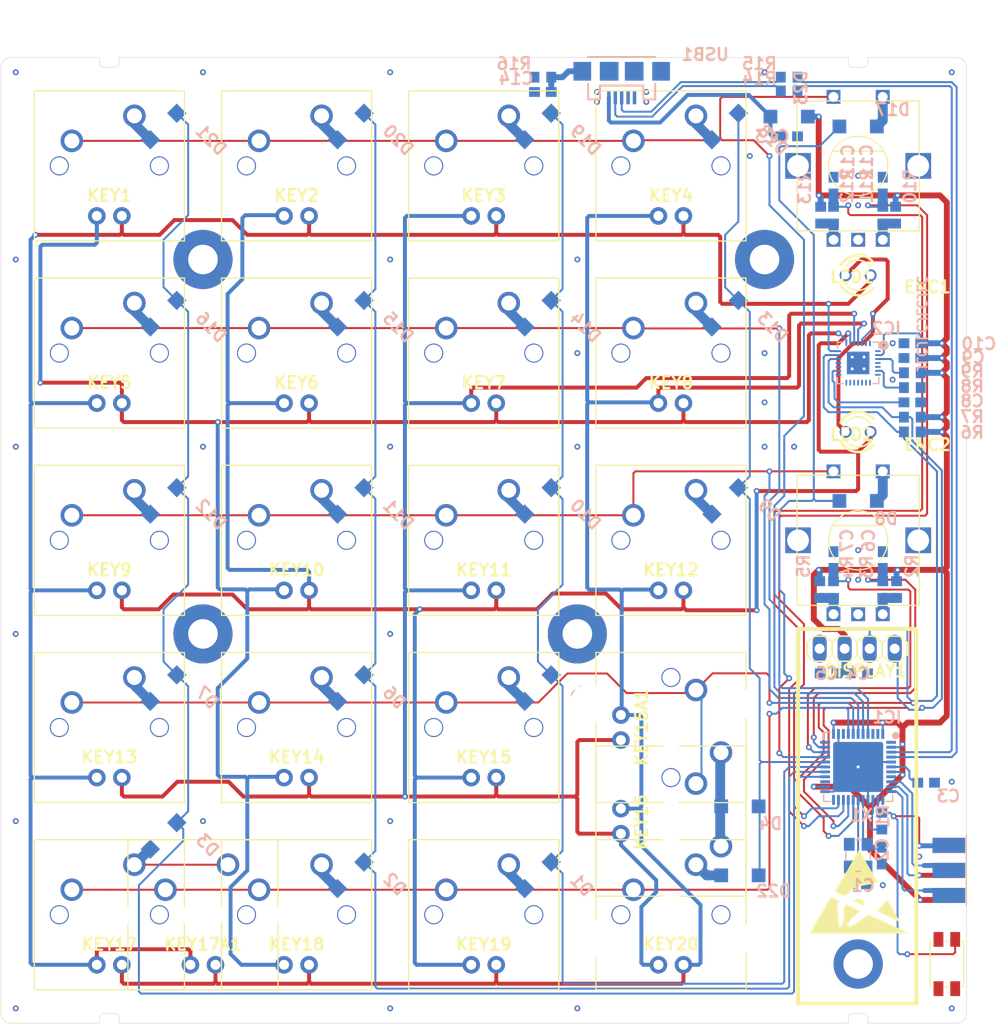
<source format=kicad_pcb>
(kicad_pcb (version 20171130) (host pcbnew "(5.1.6-0-10_14)")
  (layers (0 Top signal) (31 Bottom signal) (34 B.Paste user) (35 F.Paste user) (36 B.SilkS user) (37 F.SilkS user) (38 B.Mask user) (39 F.Mask user) (44 Edge.Cuts user))
  (net 0 "")
  (net 1 R1)
  (net 2 R2)
  (net 3 R3)
  (net 4 R4)
  (net 5 C1)
  (net 6 C2)
  (net 7 C3)
  (net 8 GND)
  (net 9 VCC)
  (net 10 R5)
  (net 11 CA1)
  (net 12 CA2)
  (net 13 CA3)
  (net 14 CA4)
  (net 15 CA5)
  (net 16 CA6)
  (net 17 N$27)
  (net 18 N$29)
  (net 19 N$30)
  (net 20 N$32)
  (net 21 C5)
  (net 22 C4)
  (net 23 N$38)
  (net 24 "Net-(D21-PadA)")
  (net 25 "Net-(D20-PadA)")
  (net 26 "Net-(D19-PadA)")
  (net 27 "Net-(D16-PadA)")
  (net 28 "Net-(D15-PadA)")
  (net 29 "Net-(D14-PadA)")
  (net 30 "Net-(D12-PadA)")
  (net 31 "Net-(D11-PadA)")
  (net 32 "Net-(D10-PadA)")
  (net 33 "Net-(D7-PadA)")
  (net 34 "Net-(D6-PadA)")
  (net 35 "Net-(D5-PadA)")
  (net 36 "Net-(D8-PadA)")
  (net 37 "Net-(ENC2-PadB)")
  (net 38 "Net-(ENC2-PadA)")
  (net 39 "Net-(D17-PadA)")
  (net 40 "Net-(ENC1-PadB)")
  (net 41 "Net-(ENC1-PadA)")
  (net 42 "Net-(D3-PadA)")
  (net 43 "Net-(D2-PadA)")
  (net 44 "Net-(D1-PadA)")
  (net 45 "Net-(D18-PadA)")
  (net 46 "Net-(D13-PadA)")
  (net 47 "Net-(D9-PadA)")
  (net 48 "Net-(D4-PadA)")
  (net 49 "Net-(D22-PadA)")
  (net 50 "Net-(IC1-Pad42)")
  (net 51 "Net-(IC1-Pad36)")
  (net 52 "Net-(IC1-Pad33)")
  (net 53 "/µC, LEDs, Display, Encoders/ENC_L_B")
  (net 54 "/µC, LEDs, Display, Encoders/ENC_L_A")
  (net 55 "Net-(IC1-Pad25)")
  (net 56 "Net-(IC1-Pad22)")
  (net 57 "/µC, LEDs, Display, Encoders/ENC_R_B")
  (net 58 "/µC, LEDs, Display, Encoders/ENC_R_A")
  (net 59 "/µC, LEDs, Display, Encoders/SDA")
  (net 60 "/µC, LEDs, Display, Encoders/SCL")
  (net 61 "Net-(C1-Pad1)")
  (net 62 "Net-(C2-Pad1)")
  (net 63 "/µC, LEDs, Display, Encoders/RST")
  (net 64 "Net-(IC1-Pad12)")
  (net 65 "/µC, LEDs, Display, Encoders/MISO")
  (net 66 "/µC, LEDs, Display, Encoders/MOSI")
  (net 67 "/µC, LEDs, Display, Encoders/SCK")
  (net 68 "Net-(IC1-Pad8)")
  (net 69 "Net-(C3-Pad2)")
  (net 70 "Net-(IC1-Pad4)")
  (net 71 "Net-(IC1-Pad3)")
  (net 72 "Net-(IC1-Pad1)")
  (net 73 "Net-(R15-Pad1)")
  (net 74 "Net-(R14-Pad1)")
  (net 75 "Net-(SW1-Pad1)")
  (net 76 "Net-(SW1-Pad4)")
  (net 77 "/µC, LEDs, Display, Encoders/CA8")
  (net 78 "/µC, LEDs, Display, Encoders/CA7")
  (net 79 "Net-(IC2-Pad17)")
  (net 80 "Net-(C8-Pad2)")
  (net 81 "Net-(IC2-Pad15)")
  (net 82 "Net-(IC2-Pad14)")
  (net 83 "Net-(IC2-Pad13)")
  (net 84 "Net-(IC2-Pad12)")
  (net 85 "Net-(IC2-Pad11)")
  (net 86 "Net-(IC2-Pad10)")
  (net 87 "Net-(IC2-Pad9)")
  (net 88 "Net-(IC2-Pad8)")
  (net 89 "Net-(IC2-Pad7)")
  (net 90 "Net-(IC2-Pad6)")
  (net 91 "Net-(IC2-Pad4)")
  (net 92 "Net-(IC2-Pad3)")
  (net 93 "/µC, LEDs, Display, Encoders/CA9")
  (net 94 "Net-(C13-Pad2)")
  (net 95 "Net-(C14-Pad2)")
  (net 96 "Net-(USB1-PadID)")
  (module "" (layer Top) (at 174.5011 121.6036)
    (fp_text reference @HOLE0 hide)
    (fp_text value "" (at 0 0) (layer F.SilkS) (effects (font (size 1.27 1.27))))
    (pad "" np_thru_hole circle (at 0 0) (size 3.1 3.1) (drill 3.1) (layers *.Cu *.Mask))
  )
  (module "" (layer Top) (at 174.5011 145.4036)
    (fp_text reference @HOLE1 hide)
    (fp_text value "" (at 0 0) (layer F.SilkS) (effects (font (size 1.27 1.27))))
    (pad "" np_thru_hole circle (at 0 0) (size 3.1 3.1) (drill 3.1) (layers *.Cu *.Mask))
  )
  (module "" (layer Top) (at 159.2511 145.4036)
    (fp_text reference @HOLE2 hide)
    (fp_text value "" (at 0 0) (layer F.SilkS) (effects (font (size 1.27 1.27))))
    (pad "" np_thru_hole circle (at 0 0) (size 4 4) (drill 4) (layers *.Cu *.Mask))
  )
  (module "" (layer Top) (at 159.2511 121.6036)
    (fp_text reference @HOLE3 hide)
    (fp_text value "" (at 0 0) (layer F.SilkS) (effects (font (size 1.27 1.27))))
    (pad "" np_thru_hole circle (at 0 0) (size 4 4) (drill 4) (layers *.Cu *.Mask))
  )
  (module numpad_v1a:CHERRY-MX-LED (layer Top) (at 110.5011 67.0036)
    (fp_text reference KEY1 (at 0 3) (layer F.SilkS) (effects (font (size 1.2065 1.2065) (thickness 0.2413))))
    (fp_text value CHERRY-MX-LED hide)
    (pad LED- thru_hole circle (at 1.27 5.08) (size 1.778 1.778) (drill 1.016) (layers *.Cu *.Mask) (net 11 CA1))
    (pad LED+ thru_hole circle (at -1.27 5.08) (size 1.778 1.778) (drill 1.016) (layers *.Cu *.Mask) (net 12 CA2))
    (pad "" np_thru_hole circle (at 0 0) (size 4.064 4.064) (drill 4.064) (layers *.Cu *.Mask))
    (pad P$4 thru_hole circle (at 5.08 0) (size 1.9304 1.9304) (drill 1.7144) (layers *.Cu *.Mask))
    (pad P$3 thru_hole circle (at -5.08 0) (size 1.9304 1.9304) (drill 1.7144) (layers *.Cu *.Mask))
    (pad SW2 thru_hole circle (at 2.54 -5.08) (size 2.286 2.286) (drill 1.524) (layers *.Cu *.Mask) (net 24 "Net-(D21-PadA)"))
    (pad SW1 thru_hole circle (at -3.81 -2.54) (size 2.286 2.286) (drill 1.524) (layers *.Cu *.Mask) (net 1 R1))
  )
  (module numpad_v1a:CHERRY-MX-LED (layer Top) (at 129.5011 67.0036)
    (fp_text reference KEY2 (at 0 3) (layer F.SilkS) (effects (font (size 1.2065 1.2065) (thickness 0.2413))))
    (fp_text value CHERRY-MX-LED hide)
    (pad LED- thru_hole circle (at 1.27 5.08) (size 1.778 1.778) (drill 1.016) (layers *.Cu *.Mask) (net 11 CA1))
    (pad LED+ thru_hole circle (at -1.27 5.08) (size 1.778 1.778) (drill 1.016) (layers *.Cu *.Mask) (net 13 CA3))
    (pad "" np_thru_hole circle (at 0 0) (size 4.064 4.064) (drill 4.064) (layers *.Cu *.Mask))
    (pad P$4 thru_hole circle (at 5.08 0) (size 1.9304 1.9304) (drill 1.7144) (layers *.Cu *.Mask))
    (pad P$3 thru_hole circle (at -5.08 0) (size 1.9304 1.9304) (drill 1.7144) (layers *.Cu *.Mask))
    (pad SW2 thru_hole circle (at 2.54 -5.08) (size 2.286 2.286) (drill 1.524) (layers *.Cu *.Mask) (net 25 "Net-(D20-PadA)"))
    (pad SW1 thru_hole circle (at -3.81 -2.54) (size 2.286 2.286) (drill 1.524) (layers *.Cu *.Mask) (net 1 R1))
  )
  (module numpad_v1a:CHERRY-MX-LED (layer Top) (at 148.5011 67.0036)
    (fp_text reference KEY3 (at 0 3) (layer F.SilkS) (effects (font (size 1.2065 1.2065) (thickness 0.2413))))
    (fp_text value CHERRY-MX-LED hide)
    (pad LED- thru_hole circle (at 1.27 5.08) (size 1.778 1.778) (drill 1.016) (layers *.Cu *.Mask) (net 11 CA1))
    (pad LED+ thru_hole circle (at -1.27 5.08) (size 1.778 1.778) (drill 1.016) (layers *.Cu *.Mask) (net 14 CA4))
    (pad "" np_thru_hole circle (at 0 0) (size 4.064 4.064) (drill 4.064) (layers *.Cu *.Mask))
    (pad P$4 thru_hole circle (at 5.08 0) (size 1.9304 1.9304) (drill 1.7144) (layers *.Cu *.Mask))
    (pad P$3 thru_hole circle (at -5.08 0) (size 1.9304 1.9304) (drill 1.7144) (layers *.Cu *.Mask))
    (pad SW2 thru_hole circle (at 2.54 -5.08) (size 2.286 2.286) (drill 1.524) (layers *.Cu *.Mask) (net 26 "Net-(D19-PadA)"))
    (pad SW1 thru_hole circle (at -3.81 -2.54) (size 2.286 2.286) (drill 1.524) (layers *.Cu *.Mask) (net 1 R1))
  )
  (module numpad_v1a:CHERRY-MX-LED (layer Top) (at 110.5011 86.0036)
    (fp_text reference KEY5 (at 0 3) (layer F.SilkS) (effects (font (size 1.2065 1.2065) (thickness 0.2413))))
    (fp_text value CHERRY-MX-LED hide)
    (pad LED- thru_hole circle (at 1.27 5.08) (size 1.778 1.778) (drill 1.016) (layers *.Cu *.Mask) (net 12 CA2))
    (pad LED+ thru_hole circle (at -1.27 5.08) (size 1.778 1.778) (drill 1.016) (layers *.Cu *.Mask) (net 11 CA1))
    (pad "" np_thru_hole circle (at 0 0) (size 4.064 4.064) (drill 4.064) (layers *.Cu *.Mask))
    (pad P$4 thru_hole circle (at 5.08 0) (size 1.9304 1.9304) (drill 1.7144) (layers *.Cu *.Mask))
    (pad P$3 thru_hole circle (at -5.08 0) (size 1.9304 1.9304) (drill 1.7144) (layers *.Cu *.Mask))
    (pad SW2 thru_hole circle (at 2.54 -5.08) (size 2.286 2.286) (drill 1.524) (layers *.Cu *.Mask) (net 27 "Net-(D16-PadA)"))
    (pad SW1 thru_hole circle (at -3.81 -2.54) (size 2.286 2.286) (drill 1.524) (layers *.Cu *.Mask) (net 2 R2))
  )
  (module numpad_v1a:CHERRY-MX-LED (layer Top) (at 129.5011 86.0036)
    (fp_text reference KEY6 (at 0 3) (layer F.SilkS) (effects (font (size 1.2065 1.2065) (thickness 0.2413))))
    (fp_text value CHERRY-MX-LED hide)
    (pad LED- thru_hole circle (at 1.27 5.08) (size 1.778 1.778) (drill 1.016) (layers *.Cu *.Mask) (net 12 CA2))
    (pad LED+ thru_hole circle (at -1.27 5.08) (size 1.778 1.778) (drill 1.016) (layers *.Cu *.Mask) (net 13 CA3))
    (pad "" np_thru_hole circle (at 0 0) (size 4.064 4.064) (drill 4.064) (layers *.Cu *.Mask))
    (pad P$4 thru_hole circle (at 5.08 0) (size 1.9304 1.9304) (drill 1.7144) (layers *.Cu *.Mask))
    (pad P$3 thru_hole circle (at -5.08 0) (size 1.9304 1.9304) (drill 1.7144) (layers *.Cu *.Mask))
    (pad SW2 thru_hole circle (at 2.54 -5.08) (size 2.286 2.286) (drill 1.524) (layers *.Cu *.Mask) (net 28 "Net-(D15-PadA)"))
    (pad SW1 thru_hole circle (at -3.81 -2.54) (size 2.286 2.286) (drill 1.524) (layers *.Cu *.Mask) (net 2 R2))
  )
  (module numpad_v1a:CHERRY-MX-LED (layer Top) (at 148.5011 86.0036)
    (fp_text reference KEY7 (at 0 3) (layer F.SilkS) (effects (font (size 1.2065 1.2065) (thickness 0.2413))))
    (fp_text value CHERRY-MX-LED hide)
    (pad LED- thru_hole circle (at 1.27 5.08) (size 1.778 1.778) (drill 1.016) (layers *.Cu *.Mask) (net 12 CA2))
    (pad LED+ thru_hole circle (at -1.27 5.08) (size 1.778 1.778) (drill 1.016) (layers *.Cu *.Mask) (net 14 CA4))
    (pad "" np_thru_hole circle (at 0 0) (size 4.064 4.064) (drill 4.064) (layers *.Cu *.Mask))
    (pad P$4 thru_hole circle (at 5.08 0) (size 1.9304 1.9304) (drill 1.7144) (layers *.Cu *.Mask))
    (pad P$3 thru_hole circle (at -5.08 0) (size 1.9304 1.9304) (drill 1.7144) (layers *.Cu *.Mask))
    (pad SW2 thru_hole circle (at 2.54 -5.08) (size 2.286 2.286) (drill 1.524) (layers *.Cu *.Mask) (net 29 "Net-(D14-PadA)"))
    (pad SW1 thru_hole circle (at -3.81 -2.54) (size 2.286 2.286) (drill 1.524) (layers *.Cu *.Mask) (net 2 R2))
  )
  (module numpad_v1a:CHERRY-MX-LED (layer Top) (at 110.5011 105.0036)
    (fp_text reference KEY9 (at 0 3) (layer F.SilkS) (effects (font (size 1.2065 1.2065) (thickness 0.2413))))
    (fp_text value CHERRY-MX-LED hide)
    (pad LED- thru_hole circle (at 1.27 5.08) (size 1.778 1.778) (drill 1.016) (layers *.Cu *.Mask) (net 13 CA3))
    (pad LED+ thru_hole circle (at -1.27 5.08) (size 1.778 1.778) (drill 1.016) (layers *.Cu *.Mask) (net 11 CA1))
    (pad "" np_thru_hole circle (at 0 0) (size 4.064 4.064) (drill 4.064) (layers *.Cu *.Mask))
    (pad P$4 thru_hole circle (at 5.08 0) (size 1.9304 1.9304) (drill 1.7144) (layers *.Cu *.Mask))
    (pad P$3 thru_hole circle (at -5.08 0) (size 1.9304 1.9304) (drill 1.7144) (layers *.Cu *.Mask))
    (pad SW2 thru_hole circle (at 2.54 -5.08) (size 2.286 2.286) (drill 1.524) (layers *.Cu *.Mask) (net 30 "Net-(D12-PadA)"))
    (pad SW1 thru_hole circle (at -3.81 -2.54) (size 2.286 2.286) (drill 1.524) (layers *.Cu *.Mask) (net 3 R3))
  )
  (module numpad_v1a:CHERRY-MX-LED (layer Top) (at 129.5011 105.0036)
    (fp_text reference KEY10 (at 0 3) (layer F.SilkS) (effects (font (size 1.2065 1.2065) (thickness 0.2413))))
    (fp_text value CHERRY-MX-LED hide)
    (pad LED- thru_hole circle (at 1.27 5.08) (size 1.778 1.778) (drill 1.016) (layers *.Cu *.Mask) (net 13 CA3))
    (pad LED+ thru_hole circle (at -1.27 5.08) (size 1.778 1.778) (drill 1.016) (layers *.Cu *.Mask) (net 12 CA2))
    (pad "" np_thru_hole circle (at 0 0) (size 4.064 4.064) (drill 4.064) (layers *.Cu *.Mask))
    (pad P$4 thru_hole circle (at 5.08 0) (size 1.9304 1.9304) (drill 1.7144) (layers *.Cu *.Mask))
    (pad P$3 thru_hole circle (at -5.08 0) (size 1.9304 1.9304) (drill 1.7144) (layers *.Cu *.Mask))
    (pad SW2 thru_hole circle (at 2.54 -5.08) (size 2.286 2.286) (drill 1.524) (layers *.Cu *.Mask) (net 31 "Net-(D11-PadA)"))
    (pad SW1 thru_hole circle (at -3.81 -2.54) (size 2.286 2.286) (drill 1.524) (layers *.Cu *.Mask) (net 3 R3))
  )
  (module numpad_v1a:CHERRY-MX-LED (layer Top) (at 148.5011 105.0036)
    (fp_text reference KEY11 (at 0 3) (layer F.SilkS) (effects (font (size 1.2065 1.2065) (thickness 0.2413))))
    (fp_text value CHERRY-MX-LED hide)
    (pad LED- thru_hole circle (at 1.27 5.08) (size 1.778 1.778) (drill 1.016) (layers *.Cu *.Mask) (net 13 CA3))
    (pad LED+ thru_hole circle (at -1.27 5.08) (size 1.778 1.778) (drill 1.016) (layers *.Cu *.Mask) (net 14 CA4))
    (pad "" np_thru_hole circle (at 0 0) (size 4.064 4.064) (drill 4.064) (layers *.Cu *.Mask))
    (pad P$4 thru_hole circle (at 5.08 0) (size 1.9304 1.9304) (drill 1.7144) (layers *.Cu *.Mask))
    (pad P$3 thru_hole circle (at -5.08 0) (size 1.9304 1.9304) (drill 1.7144) (layers *.Cu *.Mask))
    (pad SW2 thru_hole circle (at 2.54 -5.08) (size 2.286 2.286) (drill 1.524) (layers *.Cu *.Mask) (net 32 "Net-(D10-PadA)"))
    (pad SW1 thru_hole circle (at -3.81 -2.54) (size 2.286 2.286) (drill 1.524) (layers *.Cu *.Mask) (net 3 R3))
  )
  (module numpad_v1a:CHERRY-MX-LED (layer Top) (at 110.5011 124.0036)
    (fp_text reference KEY13 (at 0 3) (layer F.SilkS) (effects (font (size 1.2065 1.2065) (thickness 0.2413))))
    (fp_text value CHERRY-MX-LED hide)
    (pad LED- thru_hole circle (at 1.27 5.08) (size 1.778 1.778) (drill 1.016) (layers *.Cu *.Mask) (net 14 CA4))
    (pad LED+ thru_hole circle (at -1.27 5.08) (size 1.778 1.778) (drill 1.016) (layers *.Cu *.Mask) (net 11 CA1))
    (pad "" np_thru_hole circle (at 0 0) (size 4.064 4.064) (drill 4.064) (layers *.Cu *.Mask))
    (pad P$4 thru_hole circle (at 5.08 0) (size 1.9304 1.9304) (drill 1.7144) (layers *.Cu *.Mask))
    (pad P$3 thru_hole circle (at -5.08 0) (size 1.9304 1.9304) (drill 1.7144) (layers *.Cu *.Mask))
    (pad SW2 thru_hole circle (at 2.54 -5.08) (size 2.286 2.286) (drill 1.524) (layers *.Cu *.Mask) (net 33 "Net-(D7-PadA)"))
    (pad SW1 thru_hole circle (at -3.81 -2.54) (size 2.286 2.286) (drill 1.524) (layers *.Cu *.Mask) (net 4 R4))
  )
  (module numpad_v1a:CHERRY-MX-LED (layer Top) (at 129.5011 124.0036)
    (fp_text reference KEY14 (at 0 3) (layer F.SilkS) (effects (font (size 1.2065 1.2065) (thickness 0.2413))))
    (fp_text value CHERRY-MX-LED hide)
    (pad LED- thru_hole circle (at 1.27 5.08) (size 1.778 1.778) (drill 1.016) (layers *.Cu *.Mask) (net 14 CA4))
    (pad LED+ thru_hole circle (at -1.27 5.08) (size 1.778 1.778) (drill 1.016) (layers *.Cu *.Mask) (net 12 CA2))
    (pad "" np_thru_hole circle (at 0 0) (size 4.064 4.064) (drill 4.064) (layers *.Cu *.Mask))
    (pad P$4 thru_hole circle (at 5.08 0) (size 1.9304 1.9304) (drill 1.7144) (layers *.Cu *.Mask))
    (pad P$3 thru_hole circle (at -5.08 0) (size 1.9304 1.9304) (drill 1.7144) (layers *.Cu *.Mask))
    (pad SW2 thru_hole circle (at 2.54 -5.08) (size 2.286 2.286) (drill 1.524) (layers *.Cu *.Mask) (net 34 "Net-(D6-PadA)"))
    (pad SW1 thru_hole circle (at -3.81 -2.54) (size 2.286 2.286) (drill 1.524) (layers *.Cu *.Mask) (net 4 R4))
  )
  (module numpad_v1a:CHERRY-MX-LED (layer Top) (at 148.5011 124.0036)
    (fp_text reference KEY15 (at 0 3) (layer F.SilkS) (effects (font (size 1.2065 1.2065) (thickness 0.2413))))
    (fp_text value CHERRY-MX-LED hide)
    (pad LED- thru_hole circle (at 1.27 5.08) (size 1.778 1.778) (drill 1.016) (layers *.Cu *.Mask) (net 14 CA4))
    (pad LED+ thru_hole circle (at -1.27 5.08) (size 1.778 1.778) (drill 1.016) (layers *.Cu *.Mask) (net 13 CA3))
    (pad "" np_thru_hole circle (at 0 0) (size 4.064 4.064) (drill 4.064) (layers *.Cu *.Mask))
    (pad P$4 thru_hole circle (at 5.08 0) (size 1.9304 1.9304) (drill 1.7144) (layers *.Cu *.Mask))
    (pad P$3 thru_hole circle (at -5.08 0) (size 1.9304 1.9304) (drill 1.7144) (layers *.Cu *.Mask))
    (pad SW2 thru_hole circle (at 2.54 -5.08) (size 2.286 2.286) (drill 1.524) (layers *.Cu *.Mask) (net 35 "Net-(D5-PadA)"))
    (pad SW1 thru_hole circle (at -3.81 -2.54) (size 2.286 2.286) (drill 1.524) (layers *.Cu *.Mask) (net 4 R4))
  )
  (module numpad_v1a:SOD123 (layer Bottom) (at 116.0011 63.0036 225)
    (fp_text reference D21 (at -1.736393 -2.464824 315) (layer B.SilkS) (effects (font (size 1.2065 1.2065) (thickness 0.2413)) (justify right bottom mirror)))
    (fp_text value 1N4148W)
    (pad A smd rect (at 1.9 0 225) (size 1.4 1.4) (layers Bottom B.Paste B.Mask) (net 24 "Net-(D21-PadA)"))
    (pad C smd rect (at -1.9 0 225) (size 1.4 1.4) (layers Bottom B.Paste B.Mask) (net 5 C1))
  )
  (module numpad_v1a:SOD123 (layer Bottom) (at 116.0011 82.0036 225)
    (fp_text reference D16 (at -1.736393 -2.464824 315) (layer B.SilkS) (effects (font (size 1.2065 1.2065) (thickness 0.2413)) (justify right bottom mirror)))
    (fp_text value 1N4148W)
    (pad A smd rect (at 1.9 0 225) (size 1.4 1.4) (layers Bottom B.Paste B.Mask) (net 27 "Net-(D16-PadA)"))
    (pad C smd rect (at -1.9 0 225) (size 1.4 1.4) (layers Bottom B.Paste B.Mask) (net 5 C1))
  )
  (module numpad_v1a:SOD123 (layer Bottom) (at 116.0011 101.0036 225)
    (fp_text reference D12 (at -1.736393 -2.464824 315) (layer B.SilkS) (effects (font (size 1.2065 1.2065) (thickness 0.2413)) (justify right bottom mirror)))
    (fp_text value 1N4148W)
    (pad A smd rect (at 1.9 0 225) (size 1.4 1.4) (layers Bottom B.Paste B.Mask) (net 30 "Net-(D12-PadA)"))
    (pad C smd rect (at -1.9 0 225) (size 1.4 1.4) (layers Bottom B.Paste B.Mask) (net 5 C1))
  )
  (module numpad_v1a:SOD123 (layer Bottom) (at 116.0011 120.0036 225)
    (fp_text reference D7 (at -1.736393 -2.464824 315) (layer B.SilkS) (effects (font (size 1.2065 1.2065) (thickness 0.2413)) (justify right bottom mirror)))
    (fp_text value 1N4148W)
    (pad A smd rect (at 1.9 0 225) (size 1.4 1.4) (layers Bottom B.Paste B.Mask) (net 33 "Net-(D7-PadA)"))
    (pad C smd rect (at -1.9 0 225) (size 1.4 1.4) (layers Bottom B.Paste B.Mask) (net 5 C1))
  )
  (module numpad_v1a:SOD123 (layer Bottom) (at 135.0011 63.0036 225)
    (fp_text reference D20 (at -1.736393 -2.464824 315) (layer B.SilkS) (effects (font (size 1.2065 1.2065) (thickness 0.2413)) (justify right bottom mirror)))
    (fp_text value 1N4148W)
    (pad A smd rect (at 1.9 0 225) (size 1.4 1.4) (layers Bottom B.Paste B.Mask) (net 25 "Net-(D20-PadA)"))
    (pad C smd rect (at -1.9 0 225) (size 1.4 1.4) (layers Bottom B.Paste B.Mask) (net 6 C2))
  )
  (module numpad_v1a:SOD123 (layer Bottom) (at 135.0011 82.0036 225)
    (fp_text reference D15 (at -1.736393 -2.464824 315) (layer B.SilkS) (effects (font (size 1.2065 1.2065) (thickness 0.2413)) (justify right bottom mirror)))
    (fp_text value 1N4148W)
    (pad A smd rect (at 1.9 0 225) (size 1.4 1.4) (layers Bottom B.Paste B.Mask) (net 28 "Net-(D15-PadA)"))
    (pad C smd rect (at -1.9 0 225) (size 1.4 1.4) (layers Bottom B.Paste B.Mask) (net 6 C2))
  )
  (module numpad_v1a:SOD123 (layer Bottom) (at 135.0011 101.0036 225)
    (fp_text reference D11 (at -1.736393 -2.464824 315) (layer B.SilkS) (effects (font (size 1.2065 1.2065) (thickness 0.2413)) (justify right bottom mirror)))
    (fp_text value 1N4148W)
    (pad A smd rect (at 1.9 0 225) (size 1.4 1.4) (layers Bottom B.Paste B.Mask) (net 31 "Net-(D11-PadA)"))
    (pad C smd rect (at -1.9 0 225) (size 1.4 1.4) (layers Bottom B.Paste B.Mask) (net 6 C2))
  )
  (module numpad_v1a:SOD123 (layer Bottom) (at 135.0011 120.0036 225)
    (fp_text reference D6 (at -1.736393 -2.464824 315) (layer B.SilkS) (effects (font (size 1.2065 1.2065) (thickness 0.2413)) (justify right bottom mirror)))
    (fp_text value 1N4148W)
    (pad A smd rect (at 1.9 0 225) (size 1.4 1.4) (layers Bottom B.Paste B.Mask) (net 34 "Net-(D6-PadA)"))
    (pad C smd rect (at -1.9 0 225) (size 1.4 1.4) (layers Bottom B.Paste B.Mask) (net 6 C2))
  )
  (module numpad_v1a:SOD123 (layer Bottom) (at 154.0011 63.0036 225)
    (fp_text reference D19 (at -1.736393 -2.464824 315) (layer B.SilkS) (effects (font (size 1.2065 1.2065) (thickness 0.2413)) (justify right bottom mirror)))
    (fp_text value 1N4148W)
    (pad A smd rect (at 1.9 0 225) (size 1.4 1.4) (layers Bottom B.Paste B.Mask) (net 26 "Net-(D19-PadA)"))
    (pad C smd rect (at -1.9 0 225) (size 1.4 1.4) (layers Bottom B.Paste B.Mask) (net 7 C3))
  )
  (module numpad_v1a:SOD123 (layer Bottom) (at 154.0011 82.0036 225)
    (fp_text reference D14 (at -1.736393 -2.464824 315) (layer B.SilkS) (effects (font (size 1.2065 1.2065) (thickness 0.2413)) (justify right bottom mirror)))
    (fp_text value 1N4148W)
    (pad A smd rect (at 1.9 0 225) (size 1.4 1.4) (layers Bottom B.Paste B.Mask) (net 29 "Net-(D14-PadA)"))
    (pad C smd rect (at -1.9 0 225) (size 1.4 1.4) (layers Bottom B.Paste B.Mask) (net 7 C3))
  )
  (module numpad_v1a:SOD123 (layer Bottom) (at 154.0011 101.0036 225)
    (fp_text reference D10 (at -1.736393 -2.464824 315) (layer B.SilkS) (effects (font (size 1.2065 1.2065) (thickness 0.2413)) (justify right bottom mirror)))
    (fp_text value 1N4148W)
    (pad A smd rect (at 1.9 0 225) (size 1.4 1.4) (layers Bottom B.Paste B.Mask) (net 32 "Net-(D10-PadA)"))
    (pad C smd rect (at -1.9 0 225) (size 1.4 1.4) (layers Bottom B.Paste B.Mask) (net 7 C3))
  )
  (module numpad_v1a:SOD123 (layer Bottom) (at 154.0011 120.0036 225)
    (fp_text reference D5 (at -1.736393 -2.464824 315) (layer B.SilkS) (effects (font (size 1.2065 1.2065) (thickness 0.2413)) (justify right bottom mirror)))
    (fp_text value 1N4148W)
    (pad A smd rect (at 1.9 0 225) (size 1.4 1.4) (layers Bottom B.Paste B.Mask) (net 35 "Net-(D5-PadA)"))
    (pad C smd rect (at -1.9 0 225) (size 1.4 1.4) (layers Bottom B.Paste B.Mask) (net 7 C3))
  )
  (module numpad_v1a:QFN44G-0.5-7X7MM (layer Bottom) (at 186.5011 128.0036 180)
    (fp_text reference IC1 (at -1.30629 4.348009) (layer B.SilkS) (effects (font (size 1.2065 1.2065) (thickness 0.2413)) (justify right bottom mirror)))
    (fp_text value ATMEGA32U4-MU)
    (pad 44 smd roundrect (at -2.5 3.35 90) (size 1 0.3) (layers Bottom B.Paste B.Mask) (roundrect_rratio 0.125) (net 9 VCC))
    (pad 43 smd roundrect (at -2 3.35 90) (size 1 0.3) (layers Bottom B.Paste B.Mask) (roundrect_rratio 0.125) (net 8 GND))
    (pad 42 smd roundrect (at -1.5 3.35 90) (size 1 0.3) (layers Bottom B.Paste B.Mask) (roundrect_rratio 0.125) (net 50 "Net-(IC1-Pad42)"))
    (pad 41 smd roundrect (at -1 3.35 90) (size 1 0.3) (layers Bottom B.Paste B.Mask) (roundrect_rratio 0.125) (net 1 R1))
    (pad 40 smd roundrect (at -0.5 3.35 90) (size 1 0.3) (layers Bottom B.Paste B.Mask) (roundrect_rratio 0.125) (net 2 R2))
    (pad 39 smd roundrect (at 0 3.35 90) (size 1 0.3) (layers Bottom B.Paste B.Mask) (roundrect_rratio 0.125) (net 3 R3))
    (pad 38 smd roundrect (at 0.5 3.35 90) (size 1 0.3) (layers Bottom B.Paste B.Mask) (roundrect_rratio 0.125) (net 4 R4))
    (pad 37 smd roundrect (at 1 3.35 90) (size 1 0.3) (layers Bottom B.Paste B.Mask) (roundrect_rratio 0.125) (net 10 R5))
    (pad 36 smd roundrect (at 1.5 3.35 90) (size 1 0.3) (layers Bottom B.Paste B.Mask) (roundrect_rratio 0.125) (net 51 "Net-(IC1-Pad36)"))
    (pad 35 smd roundrect (at 2 3.35 90) (size 1 0.3) (layers Bottom B.Paste B.Mask) (roundrect_rratio 0.125) (net 8 GND))
    (pad 34 smd roundrect (at 2.5 3.35 90) (size 1 0.3) (layers Bottom B.Paste B.Mask) (roundrect_rratio 0.125) (net 9 VCC))
    (pad 33 smd roundrect (at 3.35 2.5 180) (size 1 0.3) (layers Bottom B.Paste B.Mask) (roundrect_rratio 0.125) (net 52 "Net-(IC1-Pad33)"))
    (pad 32 smd roundrect (at 3.35 2 180) (size 1 0.3) (layers Bottom B.Paste B.Mask) (roundrect_rratio 0.125) (net 53 "/µC, LEDs, Display, Encoders/ENC_L_B"))
    (pad 31 smd roundrect (at 3.35 1.5 180) (size 1 0.3) (layers Bottom B.Paste B.Mask) (roundrect_rratio 0.125) (net 54 "/µC, LEDs, Display, Encoders/ENC_L_A"))
    (pad 30 smd roundrect (at 3.35 1 180) (size 1 0.3) (layers Bottom B.Paste B.Mask) (roundrect_rratio 0.125) (net 21 C5))
    (pad 29 smd roundrect (at 3.35 0.5 180) (size 1 0.3) (layers Bottom B.Paste B.Mask) (roundrect_rratio 0.125) (net 22 C4))
    (pad 28 smd roundrect (at 3.35 0 180) (size 1 0.3) (layers Bottom B.Paste B.Mask) (roundrect_rratio 0.125) (net 7 C3))
    (pad 27 smd roundrect (at 3.35 -0.5 180) (size 1 0.3) (layers Bottom B.Paste B.Mask) (roundrect_rratio 0.125) (net 6 C2))
    (pad 26 smd roundrect (at 3.35 -1 180) (size 1 0.3) (layers Bottom B.Paste B.Mask) (roundrect_rratio 0.125) (net 5 C1))
    (pad 25 smd roundrect (at 3.35 -1.5 180) (size 1 0.3) (layers Bottom B.Paste B.Mask) (roundrect_rratio 0.125) (net 55 "Net-(IC1-Pad25)"))
    (pad 24 smd roundrect (at 3.35 -2 180) (size 1 0.3) (layers Bottom B.Paste B.Mask) (roundrect_rratio 0.125) (net 9 VCC))
    (pad 23 smd roundrect (at 3.35 -2.5 180) (size 1 0.3) (layers Bottom B.Paste B.Mask) (roundrect_rratio 0.125) (net 8 GND))
    (pad 22 smd roundrect (at 2.5 -3.35 270) (size 1 0.3) (layers Bottom B.Paste B.Mask) (roundrect_rratio 0.125) (net 56 "Net-(IC1-Pad22)"))
    (pad 21 smd roundrect (at 2 -3.35 270) (size 1 0.3) (layers Bottom B.Paste B.Mask) (roundrect_rratio 0.125) (net 57 "/µC, LEDs, Display, Encoders/ENC_R_B"))
    (pad 20 smd roundrect (at 1.5 -3.35 270) (size 1 0.3) (layers Bottom B.Paste B.Mask) (roundrect_rratio 0.125) (net 58 "/µC, LEDs, Display, Encoders/ENC_R_A"))
    (pad 19 smd roundrect (at 1 -3.35 270) (size 1 0.3) (layers Bottom B.Paste B.Mask) (roundrect_rratio 0.125) (net 59 "/µC, LEDs, Display, Encoders/SDA"))
    (pad 18 smd roundrect (at 0.5 -3.35 270) (size 1 0.3) (layers Bottom B.Paste B.Mask) (roundrect_rratio 0.125) (net 60 "/µC, LEDs, Display, Encoders/SCL"))
    (pad 17 smd roundrect (at 0 -3.35 270) (size 1 0.3) (layers Bottom B.Paste B.Mask) (roundrect_rratio 0.125) (net 61 "Net-(C1-Pad1)"))
    (pad 16 smd roundrect (at -0.5 -3.35 270) (size 1 0.3) (layers Bottom B.Paste B.Mask) (roundrect_rratio 0.125) (net 62 "Net-(C2-Pad1)"))
    (pad 15 smd roundrect (at -1 -3.35 270) (size 1 0.3) (layers Bottom B.Paste B.Mask) (roundrect_rratio 0.125) (net 8 GND))
    (pad 14 smd roundrect (at -1.5 -3.35 270) (size 1 0.3) (layers Bottom B.Paste B.Mask) (roundrect_rratio 0.125) (net 9 VCC))
    (pad 13 smd roundrect (at -2 -3.35 270) (size 1 0.3) (layers Bottom B.Paste B.Mask) (roundrect_rratio 0.125) (net 63 "/µC, LEDs, Display, Encoders/RST"))
    (pad 12 smd roundrect (at -2.5 -3.35 270) (size 1 0.3) (layers Bottom B.Paste B.Mask) (roundrect_rratio 0.125) (net 64 "Net-(IC1-Pad12)"))
    (pad 11 smd roundrect (at -3.35 -2.5) (size 1 0.3) (layers Bottom B.Paste B.Mask) (roundrect_rratio 0.125) (net 65 "/µC, LEDs, Display, Encoders/MISO"))
    (pad 10 smd roundrect (at -3.35 -2) (size 1 0.3) (layers Bottom B.Paste B.Mask) (roundrect_rratio 0.125) (net 66 "/µC, LEDs, Display, Encoders/MOSI"))
    (pad 9 smd roundrect (at -3.35 -1.5) (size 1 0.3) (layers Bottom B.Paste B.Mask) (roundrect_rratio 0.125) (net 67 "/µC, LEDs, Display, Encoders/SCK"))
    (pad 8 smd roundrect (at -3.35 -1) (size 1 0.3) (layers Bottom B.Paste B.Mask) (roundrect_rratio 0.125) (net 68 "Net-(IC1-Pad8)"))
    (pad 7 smd roundrect (at -3.35 -0.5) (size 1 0.3) (layers Bottom B.Paste B.Mask) (roundrect_rratio 0.125) (net 9 VCC))
    (pad 6 smd roundrect (at -3.35 0) (size 1 0.3) (layers Bottom B.Paste B.Mask) (roundrect_rratio 0.125) (net 69 "Net-(C3-Pad2)"))
    (pad 5 smd roundrect (at -3.35 0.5) (size 1 0.3) (layers Bottom B.Paste B.Mask) (roundrect_rratio 0.125) (net 8 GND))
    (pad 4 smd roundrect (at -3.35 1) (size 1 0.3) (layers Bottom B.Paste B.Mask) (roundrect_rratio 0.125) (net 70 "Net-(IC1-Pad4)"))
    (pad 3 smd roundrect (at -3.35 1.5) (size 1 0.3) (layers Bottom B.Paste B.Mask) (roundrect_rratio 0.125) (net 71 "Net-(IC1-Pad3)"))
    (pad 2 smd roundrect (at -3.35 2) (size 1 0.3) (layers Bottom B.Paste B.Mask) (roundrect_rratio 0.125) (net 9 VCC))
    (pad 1 smd roundrect (at -3.35 2.5) (size 1 0.3) (layers Bottom B.Paste B.Mask) (roundrect_rratio 0.125) (net 72 "Net-(IC1-Pad1)"))
    (pad TAB smd roundrect (at 0 0 180) (size 5.08 5.08) (layers Bottom B.Paste B.Mask) (roundrect_rratio 0.05) (net 8 GND))
  )
  (module numpad_v1a:ALPS_EC12E_SW (layer Top) (at 186.5011 105.0036)
    (fp_text reference ENC2 (at 4.5 -9) (layer F.SilkS) (effects (font (size 1.2065 1.2065) (thickness 0.2413)) (justify left bottom)))
    (fp_text value EC12E_SW hide)
    (pad GND2 thru_hole rect (at 6.1 0) (size 2.6 2.6) (drill 2.2) (layers *.Cu *.Mask) (net 8 GND))
    (pad GND1 thru_hole rect (at -6.1 0) (size 2.6 2.6) (drill 2.2) (layers *.Cu *.Mask) (net 8 GND))
    (pad E thru_hole rect (at 2.5 -7) (size 1.4 1.4) (drill 1) (layers *.Cu *.Mask) (net 36 "Net-(D8-PadA)"))
    (pad D thru_hole rect (at -2.5 -7) (size 1.4 1.4) (drill 1) (layers *.Cu *.Mask) (net 3 R3))
    (pad B thru_hole rect (at 2.5 7.5) (size 1.4 1.4) (drill 1) (layers *.Cu *.Mask) (net 37 "Net-(ENC2-PadB)"))
    (pad C thru_hole rect (at 0 7.5) (size 1.4 1.4) (drill 1) (layers *.Cu *.Mask) (net 8 GND))
    (pad A thru_hole rect (at -2.5 7.5) (size 1.4 1.4) (drill 1) (layers *.Cu *.Mask) (net 38 "Net-(ENC2-PadA)"))
  )
  (module numpad_v1a:ALPS_EC12E_SW (layer Top) (at 186.5011 67.0036)
    (fp_text reference ENC1 (at 4.5 13) (layer F.SilkS) (effects (font (size 1.2065 1.2065) (thickness 0.2413)) (justify left bottom)))
    (fp_text value EC12E_SW hide)
    (pad GND2 thru_hole rect (at 6.1 0) (size 2.6 2.6) (drill 2.2) (layers *.Cu *.Mask) (net 8 GND))
    (pad GND1 thru_hole rect (at -6.1 0) (size 2.6 2.6) (drill 2.2) (layers *.Cu *.Mask) (net 8 GND))
    (pad E thru_hole rect (at 2.5 -7) (size 1.4 1.4) (drill 1) (layers *.Cu *.Mask) (net 39 "Net-(D17-PadA)"))
    (pad D thru_hole rect (at -2.5 -7) (size 1.4 1.4) (drill 1) (layers *.Cu *.Mask) (net 1 R1))
    (pad B thru_hole rect (at 2.5 7.5) (size 1.4 1.4) (drill 1) (layers *.Cu *.Mask) (net 40 "Net-(ENC1-PadB)"))
    (pad C thru_hole rect (at 0 7.5) (size 1.4 1.4) (drill 1) (layers *.Cu *.Mask) (net 8 GND))
    (pad A thru_hole rect (at -2.5 7.5) (size 1.4 1.4) (drill 1) (layers *.Cu *.Mask) (net 41 "Net-(ENC1-PadA)"))
  )
  (module numpad_v1a:6PAD_ISP (layer Bottom) (at 195.7011 138.5036 90)
    (fp_text reference ISP1 hide)
    (fp_text value AVR-ISP-6-EDGE hide)
    (pad VCC smd rect (at -2.54 0 90) (size 1.524 3.302) (layers Top F.Paste F.Mask) (net 9 VCC))
    (pad MOSI smd rect (at 0 0 90) (size 1.524 3.302) (layers Top F.Paste F.Mask) (net 66 "/µC, LEDs, Display, Encoders/MOSI"))
    (pad GND smd rect (at 2.54 0 90) (size 1.524 3.302) (layers Top F.Paste F.Mask) (net 8 GND))
    (pad RST smd rect (at 2.54 0 90) (size 1.524 3.302) (layers Bottom B.Paste B.Mask) (net 63 "/µC, LEDs, Display, Encoders/RST"))
    (pad SCK smd rect (at 0 0 90) (size 1.524 3.302) (layers Bottom B.Paste B.Mask) (net 67 "/µC, LEDs, Display, Encoders/SCK"))
    (pad MISO smd rect (at -2.54 0 90) (size 1.524 3.302) (layers Bottom B.Paste B.Mask) (net 65 "/µC, LEDs, Display, Encoders/MISO"))
  )
  (module numpad_v1a:R0603 (layer Bottom) (at 179.5011 58.0036)
    (fp_text reference R15 (at -4.935 -0.665) (layer B.SilkS) (effects (font (size 1.2065 1.2065) (thickness 0.2413)) (justify right bottom mirror)))
    (fp_text value 22R)
    (pad 2 smd rect (at 0.85 0) (size 1 1.1) (layers Bottom B.Paste B.Mask) (net 70 "Net-(IC1-Pad4)"))
    (pad 1 smd rect (at -0.85 0) (size 1 1.1) (layers Bottom B.Paste B.Mask) (net 73 "Net-(R15-Pad1)"))
  )
  (module numpad_v1a:R0603 (layer Bottom) (at 179.5011 59.4036)
    (fp_text reference R14 (at -4.935 -0.565) (layer B.SilkS) (effects (font (size 1.2065 1.2065) (thickness 0.2413)) (justify right bottom mirror)))
    (fp_text value 22R)
    (pad 2 smd rect (at 0.85 0) (size 1 1.1) (layers Bottom B.Paste B.Mask) (net 71 "Net-(IC1-Pad3)"))
    (pad 1 smd rect (at -0.85 0) (size 1 1.1) (layers Bottom B.Paste B.Mask) (net 74 "Net-(R14-Pad1)"))
  )
  (module numpad_v1a:3.2X2.5_KX-7 (layer Bottom) (at 186.5011 137.0036 270)
    (fp_text reference X1 (at -3.4 1 180) (layer B.SilkS) (effects (font (size 1.2065 1.2065) (thickness 0.2413)) (justify right bottom mirror)))
    (fp_text value 16MHz)
    (pad 1 smd rect (at -1.15 -0.9 270) (size 1.3 1.1) (layers Bottom B.Paste B.Mask) (net 62 "Net-(C2-Pad1)"))
    (pad 3 smd rect (at 1.15 0.9 270) (size 1.3 1.1) (layers Bottom B.Paste B.Mask) (net 61 "Net-(C1-Pad1)"))
    (pad 2 smd rect (at 1.15 -0.9 270) (size 1.3 1.1) (layers Bottom B.Paste B.Mask))
    (pad 4 smd rect (at -1.15 0.9 270) (size 1.3 1.1) (layers Bottom B.Paste B.Mask))
  )
  (module numpad_v1a:C0603 (layer Bottom) (at 188.9011 137.0036 270)
    (fp_text reference C2 (at 0.735 -0.735 90) (layer B.SilkS) (effects (font (size 1.2065 1.2065) (thickness 0.2413)) (justify right bottom mirror)))
    (fp_text value 12pF)
    (pad 2 smd rect (at 0.85 0 270) (size 1.1 1) (layers Bottom B.Paste B.Mask) (net 8 GND))
    (pad 1 smd rect (at -0.85 0 270) (size 1.1 1) (layers Bottom B.Paste B.Mask) (net 62 "Net-(C2-Pad1)"))
  )
  (module numpad_v1a:C0603 (layer Bottom) (at 186.5011 139.9036)
    (fp_text reference C1 (at -0.835 0.835) (layer B.SilkS) (effects (font (size 1.2065 1.2065) (thickness 0.2413)) (justify right bottom mirror)))
    (fp_text value 12pF)
    (pad 2 smd rect (at 0.85 0) (size 1.1 1) (layers Bottom B.Paste B.Mask) (net 8 GND))
    (pad 1 smd rect (at -0.85 0) (size 1.1 1) (layers Bottom B.Paste B.Mask) (net 61 "Net-(C1-Pad1)"))
  )
  (module numpad_v1a:C0603 (layer Bottom) (at 193.4011 129.6036 180)
    (fp_text reference C3 (at -0.935 -2.065) (layer B.SilkS) (effects (font (size 1.2065 1.2065) (thickness 0.2413)) (justify right bottom mirror)))
    (fp_text value 1u)
    (pad 2 smd rect (at 0.85 0 180) (size 1.1 1) (layers Bottom B.Paste B.Mask) (net 69 "Net-(C3-Pad2)"))
    (pad 1 smd rect (at -0.85 0 180) (size 1.1 1) (layers Bottom B.Paste B.Mask) (net 8 GND))
  )
  (module numpad_v1a:R0603 (layer Bottom) (at 188.9011 133.5036 90)
    (fp_text reference R1 (at -0.835 0.835 90) (layer B.SilkS) (effects (font (size 1.2065 1.2065) (thickness 0.2413)) (justify right bottom mirror)))
    (fp_text value 10k)
    (pad 2 smd rect (at 0.85 0 90) (size 1 1.1) (layers Bottom B.Paste B.Mask) (net 63 "/µC, LEDs, Display, Encoders/RST"))
    (pad 1 smd rect (at -0.85 0 90) (size 1 1.1) (layers Bottom B.Paste B.Mask) (net 9 VCC))
  )
  (module numpad_v1a:EVQP2 (layer Top) (at 195.5011 148.0036 90)
    (fp_text reference SW1 hide)
    (fp_text value EVQP2 hide)
    (pad 1 smd rect (at -2.5 0.85 90) (size 1.5 1) (layers Top F.Paste F.Mask) (net 75 "Net-(SW1-Pad1)"))
    (pad 2 smd rect (at -2.5 -0.85 90) (size 1.5 1) (layers Top F.Paste F.Mask) (net 8 GND))
    (pad 4 smd rect (at 2.5 -0.85 90) (size 1.5 1) (layers Top F.Paste F.Mask) (net 76 "Net-(SW1-Pad4)"))
    (pad 3 smd rect (at 2.5 0.85 90) (size 1.5 1) (layers Top F.Paste F.Mask) (net 63 "/µC, LEDs, Display, Encoders/RST"))
  )
  (module numpad_v1a:SOD123 (layer Bottom) (at 186.5011 101.0036)
    (fp_text reference D8 (at 1.5 2.5) (layer B.SilkS) (effects (font (size 1.2065 1.2065) (thickness 0.2413)) (justify right bottom mirror)))
    (fp_text value 1N4148W)
    (pad A smd rect (at 1.9 0) (size 1.4 1.4) (layers Bottom B.Paste B.Mask) (net 36 "Net-(D8-PadA)"))
    (pad C smd rect (at -1.9 0) (size 1.4 1.4) (layers Bottom B.Paste B.Mask) (net 21 C5))
  )
  (module numpad_v1a:SOD123 (layer Bottom) (at 186.5011 63.0036)
    (fp_text reference D17 (at 1.6 -1) (layer B.SilkS) (effects (font (size 1.2065 1.2065) (thickness 0.2413)) (justify right bottom mirror)))
    (fp_text value 1N4148W)
    (pad A smd rect (at 1.9 0) (size 1.4 1.4) (layers Bottom B.Paste B.Mask) (net 39 "Net-(D17-PadA)"))
    (pad C smd rect (at -1.9 0) (size 1.4 1.4) (layers Bottom B.Paste B.Mask) (net 21 C5))
  )
  (module numpad_v1a:QFN28_4MM_0.4MM (layer Bottom) (at 186.5011 87.0036 180)
    (fp_text reference IC2 (at -1.25 2.8) (layer B.SilkS) (effects (font (size 1.2065 1.2065) (thickness 0.2413)) (justify right bottom mirror)))
    (fp_text value IS31FL3731-QFLS2)
    (pad 28 smd roundrect (at -1.2 2 180) (size 0.18 0.6) (layers Bottom B.Paste B.Mask) (roundrect_rratio 0.5) (net 77 "/µC, LEDs, Display, Encoders/CA8"))
    (pad 27 smd roundrect (at -0.8 2 180) (size 0.18 0.6) (layers Bottom B.Paste B.Mask) (roundrect_rratio 0.5) (net 78 "/µC, LEDs, Display, Encoders/CA7"))
    (pad 26 smd roundrect (at -0.4 2 180) (size 0.18 0.6) (layers Bottom B.Paste B.Mask) (roundrect_rratio 0.5) (net 16 CA6))
    (pad 25 smd roundrect (at 0 2 180) (size 0.18 0.6) (layers Bottom B.Paste B.Mask) (roundrect_rratio 0.5) (net 15 CA5))
    (pad 24 smd roundrect (at 0.4 2 180) (size 0.18 0.6) (layers Bottom B.Paste B.Mask) (roundrect_rratio 0.5) (net 14 CA4))
    (pad 23 smd roundrect (at 0.8 2 180) (size 0.18 0.6) (layers Bottom B.Paste B.Mask) (roundrect_rratio 0.5) (net 13 CA3))
    (pad 22 smd roundrect (at 1.2 2 180) (size 0.18 0.6) (layers Bottom B.Paste B.Mask) (roundrect_rratio 0.5) (net 12 CA2))
    (pad 21 smd roundrect (at 2 1.2 270) (size 0.18 0.6) (layers Bottom B.Paste B.Mask) (roundrect_rratio 0.5) (net 11 CA1))
    (pad 20 smd roundrect (at 2 0.8 270) (size 0.18 0.6) (layers Bottom B.Paste B.Mask) (roundrect_rratio 0.5) (net 60 "/µC, LEDs, Display, Encoders/SCL"))
    (pad 19 smd roundrect (at 2 0.4 270) (size 0.18 0.6) (layers Bottom B.Paste B.Mask) (roundrect_rratio 0.5) (net 59 "/µC, LEDs, Display, Encoders/SDA"))
    (pad 18 smd roundrect (at 2 0 270) (size 0.18 0.6) (layers Bottom B.Paste B.Mask) (roundrect_rratio 0.5) (net 8 GND))
    (pad 17 smd roundrect (at 2 -0.4 270) (size 0.18 0.6) (layers Bottom B.Paste B.Mask) (roundrect_rratio 0.5) (net 79 "Net-(IC2-Pad17)"))
    (pad 16 smd roundrect (at 2 -0.8 270) (size 0.18 0.6) (layers Bottom B.Paste B.Mask) (roundrect_rratio 0.5) (net 80 "Net-(C8-Pad2)"))
    (pad 15 smd roundrect (at 2 -1.2 270) (size 0.18 0.6) (layers Bottom B.Paste B.Mask) (roundrect_rratio 0.5) (net 81 "Net-(IC2-Pad15)"))
    (pad 14 smd roundrect (at 1.2 -2) (size 0.18 0.6) (layers Bottom B.Paste B.Mask) (roundrect_rratio 0.5) (net 82 "Net-(IC2-Pad14)"))
    (pad 13 smd roundrect (at 0.8 -2) (size 0.18 0.6) (layers Bottom B.Paste B.Mask) (roundrect_rratio 0.5) (net 83 "Net-(IC2-Pad13)"))
    (pad 12 smd roundrect (at 0.4 -2) (size 0.18 0.6) (layers Bottom B.Paste B.Mask) (roundrect_rratio 0.5) (net 84 "Net-(IC2-Pad12)"))
    (pad 11 smd roundrect (at 0 -2) (size 0.18 0.6) (layers Bottom B.Paste B.Mask) (roundrect_rratio 0.5) (net 85 "Net-(IC2-Pad11)"))
    (pad 10 smd roundrect (at -0.4 -2) (size 0.18 0.6) (layers Bottom B.Paste B.Mask) (roundrect_rratio 0.5) (net 86 "Net-(IC2-Pad10)"))
    (pad 9 smd roundrect (at -0.8 -2) (size 0.18 0.6) (layers Bottom B.Paste B.Mask) (roundrect_rratio 0.5) (net 87 "Net-(IC2-Pad9)"))
    (pad 8 smd roundrect (at -1.2 -2) (size 0.18 0.6) (layers Bottom B.Paste B.Mask) (roundrect_rratio 0.5) (net 88 "Net-(IC2-Pad8)"))
    (pad 7 smd roundrect (at -2 -1.2 90) (size 0.18 0.6) (layers Bottom B.Paste B.Mask) (roundrect_rratio 0.5) (net 89 "Net-(IC2-Pad7)"))
    (pad 6 smd roundrect (at -2 -0.8 90) (size 0.18 0.6) (layers Bottom B.Paste B.Mask) (roundrect_rratio 0.5) (net 90 "Net-(IC2-Pad6)"))
    (pad 5 smd roundrect (at -2 -0.4 90) (size 0.18 0.6) (layers Bottom B.Paste B.Mask) (roundrect_rratio 0.5) (net 8 GND))
    (pad 4 smd roundrect (at -2 0 90) (size 0.18 0.6) (layers Bottom B.Paste B.Mask) (roundrect_rratio 0.5) (net 91 "Net-(IC2-Pad4)"))
    (pad 3 smd roundrect (at -2 0.4 90) (size 0.18 0.6) (layers Bottom B.Paste B.Mask) (roundrect_rratio 0.5) (net 92 "Net-(IC2-Pad3)"))
    (pad 2 smd roundrect (at -2 0.8 90) (size 0.18 0.6) (layers Bottom B.Paste B.Mask) (roundrect_rratio 0.5) (net 9 VCC))
    (pad 1 smd roundrect (at -2 1.2 90) (size 0.18 0.6) (layers Bottom B.Paste B.Mask) (roundrect_rratio 0.5) (net 93 "/µC, LEDs, Display, Encoders/CA9"))
    (pad THERMAL smd rect (at 0 0 180) (size 2.3 2.3) (layers Bottom B.Mask) (net 8 GND))
  )
  (module numpad_v1a:R0603 (layer Bottom) (at 192.0011 89.5036)
    (fp_text reference R8 (at 4.735 0.565) (layer B.SilkS) (effects (font (size 1.2065 1.2065) (thickness 0.2413)) (justify right bottom mirror)))
    (fp_text value 20k)
    (pad 2 smd rect (at 0.85 0) (size 1 1.1) (layers Bottom B.Paste B.Mask) (net 8 GND))
    (pad 1 smd rect (at -0.85 0) (size 1 1.1) (layers Bottom B.Paste B.Mask) (net 90 "Net-(IC2-Pad6)"))
  )
  (module numpad_v1a:R0603 (layer Bottom) (at 192.0011 92.5036 180)
    (fp_text reference R7 (at -4.735 -0.665) (layer B.SilkS) (effects (font (size 1.2065 1.2065) (thickness 0.2413)) (justify right bottom mirror)))
    (fp_text value 20k)
    (pad 2 smd rect (at 0.85 0 180) (size 1 1.1) (layers Bottom B.Paste B.Mask) (net 59 "/µC, LEDs, Display, Encoders/SDA"))
    (pad 1 smd rect (at -0.85 0 180) (size 1 1.1) (layers Bottom B.Paste B.Mask) (net 9 VCC))
  )
  (module numpad_v1a:R0603 (layer Bottom) (at 192.0011 94.0036 180)
    (fp_text reference R6 (at -4.735 -0.765) (layer B.SilkS) (effects (font (size 1.2065 1.2065) (thickness 0.2413)) (justify right bottom mirror)))
    (fp_text value 20k)
    (pad 2 smd rect (at 0.85 0 180) (size 1 1.1) (layers Bottom B.Paste B.Mask) (net 60 "/µC, LEDs, Display, Encoders/SCL"))
    (pad 1 smd rect (at -0.85 0 180) (size 1 1.1) (layers Bottom B.Paste B.Mask) (net 9 VCC))
  )
  (module numpad_v1a:C0603 (layer Bottom) (at 192.0011 91.0036 180)
    (fp_text reference C8 (at -4.735 -0.565) (layer B.SilkS) (effects (font (size 1.2065 1.2065) (thickness 0.2413)) (justify right bottom mirror)))
    (fp_text value 100n)
    (pad 2 smd rect (at 0.85 0 180) (size 1.1 1) (layers Bottom B.Paste B.Mask) (net 80 "Net-(C8-Pad2)"))
    (pad 1 smd rect (at -0.85 0 180) (size 1.1 1) (layers Bottom B.Paste B.Mask) (net 8 GND))
  )
  (module numpad_v1a:R0603 (layer Bottom) (at 192.0011 88.0036 180)
    (fp_text reference R9 (at -4.735 -0.565) (layer B.SilkS) (effects (font (size 1.2065 1.2065) (thickness 0.2413)) (justify right bottom mirror)))
    (fp_text value 20k)
    (pad 2 smd rect (at 0.85 0 180) (size 1 1.1) (layers Bottom B.Paste B.Mask) (net 92 "Net-(IC2-Pad3)"))
    (pad 1 smd rect (at -0.85 0 180) (size 1 1.1) (layers Bottom B.Paste B.Mask) (net 9 VCC))
  )
  (module numpad_v1a:C0603 (layer Bottom) (at 192.0011 85.0036)
    (fp_text reference C10 (at 4.835 0.765) (layer B.SilkS) (effects (font (size 1.2065 1.2065) (thickness 0.2413)) (justify right bottom mirror)))
    (fp_text value 1u)
    (pad 2 smd rect (at 0.85 0) (size 1.1 1) (layers Bottom B.Paste B.Mask) (net 9 VCC))
    (pad 1 smd rect (at -0.85 0) (size 1.1 1) (layers Bottom B.Paste B.Mask) (net 8 GND))
  )
  (module numpad_v1a:LED3MM (layer Top) (at 186.5011 94.0036)
    (fp_text reference LED2 (at -3.005 0.981) (layer F.SilkS) (effects (font (size 1.2065 1.2065) (thickness 0.2413)) (justify left bottom)))
    (fp_text value LED3MM)
    (pad K thru_hole circle (at 1.27 0) (size 1.2128 1.2128) (drill 0.8128) (layers *.Cu *.Mask) (net 13 CA3))
    (pad A thru_hole circle (at -1.27 0) (size 1.2128 1.2128) (drill 0.8128) (layers *.Cu *.Mask) (net 16 CA6))
  )
  (module numpad_v1a:LED3MM (layer Top) (at 186.5011 78.1036)
    (fp_text reference LED1 (at -3.005 0.881) (layer F.SilkS) (effects (font (size 1.2065 1.2065) (thickness 0.2413)) (justify left bottom)))
    (fp_text value LED3MM)
    (pad K thru_hole circle (at 1.27 0) (size 1.2128 1.2128) (drill 0.8128) (layers *.Cu *.Mask) (net 11 CA1))
    (pad A thru_hole circle (at -1.27 0) (size 1.2128 1.2128) (drill 0.8128) (layers *.Cu *.Mask) (net 16 CA6))
  )
  (module numpad_v1a:R0603 (layer Bottom) (at 182.6011 110.0036 270)
    (fp_text reference R5 (at -1.035 0.935 90) (layer B.SilkS) (effects (font (size 1.2065 1.2065) (thickness 0.2413)) (justify right bottom mirror)))
    (fp_text value 10k)
    (pad 2 smd rect (at 0.85 0 270) (size 1 1.1) (layers Bottom B.Paste B.Mask) (net 38 "Net-(ENC2-PadA)"))
    (pad 1 smd rect (at -0.85 0 270) (size 1 1.1) (layers Bottom B.Paste B.Mask) (net 9 VCC))
  )
  (module numpad_v1a:R0603 (layer Bottom) (at 190.4011 110.0036 270)
    (fp_text reference R2 (at -1.035 -2.265 90) (layer B.SilkS) (effects (font (size 1.2065 1.2065) (thickness 0.2413)) (justify right bottom mirror)))
    (fp_text value 10k)
    (pad 2 smd rect (at 0.85 0 270) (size 1 1.1) (layers Bottom B.Paste B.Mask) (net 37 "Net-(ENC2-PadB)"))
    (pad 1 smd rect (at -0.85 0 270) (size 1 1.1) (layers Bottom B.Paste B.Mask) (net 9 VCC))
  )
  (module numpad_v1a:R0603 (layer Bottom) (at 182.7011 72.0036 270)
    (fp_text reference R13 (at -0.935 0.935 90) (layer B.SilkS) (effects (font (size 1.2065 1.2065) (thickness 0.2413)) (justify right bottom mirror)))
    (fp_text value 10k)
    (pad 2 smd rect (at 0.85 0 270) (size 1 1.1) (layers Bottom B.Paste B.Mask) (net 41 "Net-(ENC1-PadA)"))
    (pad 1 smd rect (at -0.85 0 270) (size 1 1.1) (layers Bottom B.Paste B.Mask) (net 9 VCC))
  )
  (module numpad_v1a:R0603 (layer Bottom) (at 190.3011 72.0036 270)
    (fp_text reference R10 (at -1.035 -2.165 90) (layer B.SilkS) (effects (font (size 1.2065 1.2065) (thickness 0.2413)) (justify right bottom mirror)))
    (fp_text value 10k)
    (pad 2 smd rect (at 0.85 0 270) (size 1 1.1) (layers Bottom B.Paste B.Mask) (net 40 "Net-(ENC1-PadB)"))
    (pad 1 smd rect (at -0.85 0 270) (size 1 1.1) (layers Bottom B.Paste B.Mask) (net 9 VCC))
  )
  (module numpad_v1a:C0603 (layer Bottom) (at 189.0011 69.0036 270)
    (fp_text reference C11 (at -0.535 0.935 90) (layer B.SilkS) (effects (font (size 1.2065 1.2065) (thickness 0.2413)) (justify right bottom mirror)))
    (fp_text value 10n)
    (pad 2 smd rect (at 0.85 0 270) (size 1.1 1) (layers Bottom B.Paste B.Mask) (net 57 "/µC, LEDs, Display, Encoders/ENC_R_B"))
    (pad 1 smd rect (at -0.85 0 270) (size 1.1 1) (layers Bottom B.Paste B.Mask) (net 8 GND))
  )
  (module numpad_v1a:C0603 (layer Bottom) (at 184.0011 69.0036 270)
    (fp_text reference C12 (at -0.535 -2.165 90) (layer B.SilkS) (effects (font (size 1.2065 1.2065) (thickness 0.2413)) (justify right bottom mirror)))
    (fp_text value 10n)
    (pad 2 smd rect (at 0.85 0 270) (size 1.1 1) (layers Bottom B.Paste B.Mask) (net 58 "/µC, LEDs, Display, Encoders/ENC_R_A"))
    (pad 1 smd rect (at -0.85 0 270) (size 1.1 1) (layers Bottom B.Paste B.Mask) (net 8 GND))
  )
  (module numpad_v1a:C0603 (layer Bottom) (at 189.0011 107.0036 270)
    (fp_text reference C6 (at -0.635 0.735 90) (layer B.SilkS) (effects (font (size 1.2065 1.2065) (thickness 0.2413)) (justify right bottom mirror)))
    (fp_text value 10n)
    (pad 2 smd rect (at 0.85 0 270) (size 1.1 1) (layers Bottom B.Paste B.Mask) (net 53 "/µC, LEDs, Display, Encoders/ENC_L_B"))
    (pad 1 smd rect (at -0.85 0 270) (size 1.1 1) (layers Bottom B.Paste B.Mask) (net 8 GND))
  )
  (module numpad_v1a:C0603 (layer Bottom) (at 184.0011 107.0036 270)
    (fp_text reference C7 (at -0.635 -2.065 90) (layer B.SilkS) (effects (font (size 1.2065 1.2065) (thickness 0.2413)) (justify right bottom mirror)))
    (fp_text value 10n)
    (pad 2 smd rect (at 0.85 0 270) (size 1.1 1) (layers Bottom B.Paste B.Mask) (net 54 "/µC, LEDs, Display, Encoders/ENC_L_A"))
    (pad 1 smd rect (at -0.85 0 270) (size 1.1 1) (layers Bottom B.Paste B.Mask) (net 8 GND))
  )
  (module numpad_v1a:R0603 (layer Bottom) (at 184.0011 72.0036 270)
    (fp_text reference R12 (at -1.035 -2.065 90) (layer B.SilkS) (effects (font (size 1.2065 1.2065) (thickness 0.2413)) (justify right bottom mirror)))
    (fp_text value 10k)
    (pad 2 smd rect (at 0.85 0 270) (size 1 1.1) (layers Bottom B.Paste B.Mask) (net 41 "Net-(ENC1-PadA)"))
    (pad 1 smd rect (at -0.85 0 270) (size 1 1.1) (layers Bottom B.Paste B.Mask) (net 58 "/µC, LEDs, Display, Encoders/ENC_R_A"))
  )
  (module numpad_v1a:R0603 (layer Bottom) (at 189.0011 72.0036 90)
    (fp_text reference R11 (at 1.035 -0.935 90) (layer B.SilkS) (effects (font (size 1.2065 1.2065) (thickness 0.2413)) (justify right bottom mirror)))
    (fp_text value 10k)
    (pad 2 smd rect (at 0.85 0 90) (size 1 1.1) (layers Bottom B.Paste B.Mask) (net 57 "/µC, LEDs, Display, Encoders/ENC_R_B"))
    (pad 1 smd rect (at -0.85 0 90) (size 1 1.1) (layers Bottom B.Paste B.Mask) (net 40 "Net-(ENC1-PadB)"))
  )
  (module numpad_v1a:R0603 (layer Bottom) (at 189.0011 110.0036 90)
    (fp_text reference R3 (at 0.935 -0.935 90) (layer B.SilkS) (effects (font (size 1.2065 1.2065) (thickness 0.2413)) (justify right bottom mirror)))
    (fp_text value 10k)
    (pad 2 smd rect (at 0.85 0 90) (size 1 1.1) (layers Bottom B.Paste B.Mask) (net 53 "/µC, LEDs, Display, Encoders/ENC_L_B"))
    (pad 1 smd rect (at -0.85 0 90) (size 1 1.1) (layers Bottom B.Paste B.Mask) (net 37 "Net-(ENC2-PadB)"))
  )
  (module numpad_v1a:R0603 (layer Bottom) (at 184.0011 110.0036 270)
    (fp_text reference R4 (at -0.935 -2.065 90) (layer B.SilkS) (effects (font (size 1.2065 1.2065) (thickness 0.2413)) (justify right bottom mirror)))
    (fp_text value 10k)
    (pad 2 smd rect (at 0.85 0 270) (size 1 1.1) (layers Bottom B.Paste B.Mask) (net 38 "Net-(ENC2-PadA)"))
    (pad 1 smd rect (at -0.85 0 270) (size 1 1.1) (layers Bottom B.Paste B.Mask) (net 54 "/µC, LEDs, Display, Encoders/ENC_L_A"))
  )
  (module numpad_v1a:C0603 (layer Bottom) (at 192.0011 86.5036)
    (fp_text reference C9 (at 4.835 0.665) (layer B.SilkS) (effects (font (size 1.2065 1.2065) (thickness 0.2413)) (justify right bottom mirror)))
    (fp_text value 100n)
    (pad 2 smd rect (at 0.85 0) (size 1.1 1) (layers Bottom B.Paste B.Mask) (net 9 VCC))
    (pad 1 smd rect (at -0.85 0) (size 1.1 1) (layers Bottom B.Paste B.Mask) (net 8 GND))
  )
  (module numpad_v1a:C0603 (layer Bottom) (at 179.5011 64.0036 180)
    (fp_text reference C13 (at 3.635 -0.735) (layer B.SilkS) (effects (font (size 1.2065 1.2065) (thickness 0.2413)) (justify right bottom mirror)))
    (fp_text value 10u)
    (pad 2 smd rect (at 0.85 0 180) (size 1.1 1) (layers Bottom B.Paste B.Mask) (net 94 "Net-(C13-Pad2)"))
    (pad 1 smd rect (at -0.85 0 180) (size 1.1 1) (layers Bottom B.Paste B.Mask) (net 8 GND))
  )
  (module numpad_v1a:SOD123 (layer Bottom) (at 179.5011 62.0036 180)
    (fp_text reference D23 (at -1.9 1 270) (layer B.SilkS) (effects (font (size 1.2065 1.2065) (thickness 0.2413)) (justify right bottom mirror)))
    (fp_text value B5819W)
    (pad A smd rect (at 1.9 0 180) (size 1.4 1.4) (layers Bottom B.Paste B.Mask) (net 94 "Net-(C13-Pad2)"))
    (pad C smd rect (at -1.9 0 180) (size 1.4 1.4) (layers Bottom B.Paste B.Mask) (net 9 VCC))
  )
  (module numpad_v1a:CHERRY-MX-LED (layer Top) (at 110.5011 143.0036)
    (fp_text reference KEY17 (at 0 3) (layer F.SilkS) (effects (font (size 1.2065 1.2065) (thickness 0.2413))))
    (fp_text value CHERRY-MX-LED hide)
    (pad LED- thru_hole circle (at 1.27 5.08) (size 1.778 1.778) (drill 1.016) (layers *.Cu *.Mask) (net 15 CA5))
    (pad LED+ thru_hole circle (at -1.27 5.08) (size 1.778 1.778) (drill 1.016) (layers *.Cu *.Mask) (net 11 CA1))
    (pad "" np_thru_hole circle (at 0 0) (size 4.064 4.064) (drill 4.064) (layers *.Cu *.Mask))
    (pad P$4 thru_hole circle (at 5.08 0) (size 1.9304 1.9304) (drill 1.7144) (layers *.Cu *.Mask))
    (pad P$3 thru_hole circle (at -5.08 0) (size 1.9304 1.9304) (drill 1.7144) (layers *.Cu *.Mask))
    (pad SW2 thru_hole circle (at 2.54 -5.08) (size 2.286 2.286) (drill 1.524) (layers *.Cu *.Mask) (net 42 "Net-(D3-PadA)"))
    (pad SW1 thru_hole circle (at -3.81 -2.54) (size 2.286 2.286) (drill 1.524) (layers *.Cu *.Mask) (net 10 R5))
  )
  (module numpad_v1a:CHERRY-MX-LED (layer Top) (at 129.5011 143.0036)
    (fp_text reference KEY18 (at 0 3) (layer F.SilkS) (effects (font (size 1.2065 1.2065) (thickness 0.2413))))
    (fp_text value CHERRY-MX-LED hide)
    (pad LED- thru_hole circle (at 1.27 5.08) (size 1.778 1.778) (drill 1.016) (layers *.Cu *.Mask) (net 15 CA5))
    (pad LED+ thru_hole circle (at -1.27 5.08) (size 1.778 1.778) (drill 1.016) (layers *.Cu *.Mask) (net 12 CA2))
    (pad "" np_thru_hole circle (at 0 0) (size 4.064 4.064) (drill 4.064) (layers *.Cu *.Mask))
    (pad P$4 thru_hole circle (at 5.08 0) (size 1.9304 1.9304) (drill 1.7144) (layers *.Cu *.Mask))
    (pad P$3 thru_hole circle (at -5.08 0) (size 1.9304 1.9304) (drill 1.7144) (layers *.Cu *.Mask))
    (pad SW2 thru_hole circle (at 2.54 -5.08) (size 2.286 2.286) (drill 1.524) (layers *.Cu *.Mask) (net 43 "Net-(D2-PadA)"))
    (pad SW1 thru_hole circle (at -3.81 -2.54) (size 2.286 2.286) (drill 1.524) (layers *.Cu *.Mask) (net 10 R5))
  )
  (module numpad_v1a:CHERRY-MX-LED (layer Top) (at 148.5011 143.0036)
    (fp_text reference KEY19 (at 0 3) (layer F.SilkS) (effects (font (size 1.2065 1.2065) (thickness 0.2413))))
    (fp_text value CHERRY-MX-LED hide)
    (pad LED- thru_hole circle (at 1.27 5.08) (size 1.778 1.778) (drill 1.016) (layers *.Cu *.Mask) (net 15 CA5))
    (pad LED+ thru_hole circle (at -1.27 5.08) (size 1.778 1.778) (drill 1.016) (layers *.Cu *.Mask) (net 13 CA3))
    (pad "" np_thru_hole circle (at 0 0) (size 4.064 4.064) (drill 4.064) (layers *.Cu *.Mask))
    (pad P$4 thru_hole circle (at 5.08 0) (size 1.9304 1.9304) (drill 1.7144) (layers *.Cu *.Mask))
    (pad P$3 thru_hole circle (at -5.08 0) (size 1.9304 1.9304) (drill 1.7144) (layers *.Cu *.Mask))
    (pad SW2 thru_hole circle (at 2.54 -5.08) (size 2.286 2.286) (drill 1.524) (layers *.Cu *.Mask) (net 44 "Net-(D1-PadA)"))
    (pad SW1 thru_hole circle (at -3.81 -2.54) (size 2.286 2.286) (drill 1.524) (layers *.Cu *.Mask) (net 10 R5))
  )
  (module numpad_v1a:SOD123 (layer Bottom) (at 116.0011 135.0036 225)
    (fp_text reference D3 (at -1.786019 -2.472854 315) (layer B.SilkS) (effects (font (size 1.2065 1.2065) (thickness 0.2413)) (justify right bottom mirror)))
    (fp_text value 1N4148W)
    (pad A smd rect (at 1.9 0 225) (size 1.4 1.4) (layers Bottom B.Paste B.Mask) (net 42 "Net-(D3-PadA)"))
    (pad C smd rect (at -1.9 0 225) (size 1.4 1.4) (layers Bottom B.Paste B.Mask) (net 5 C1))
  )
  (module numpad_v1a:SOD123 (layer Bottom) (at 135.0011 139.0036 225)
    (fp_text reference D2 (at -1.819324 -2.449303 315) (layer B.SilkS) (effects (font (size 1.2065 1.2065) (thickness 0.2413)) (justify right bottom mirror)))
    (fp_text value 1N4148W)
    (pad A smd rect (at 1.9 0 225) (size 1.4 1.4) (layers Bottom B.Paste B.Mask) (net 43 "Net-(D2-PadA)"))
    (pad C smd rect (at -1.9 0 225) (size 1.4 1.4) (layers Bottom B.Paste B.Mask) (net 6 C2))
  )
  (module numpad_v1a:SOD123 (layer Bottom) (at 154.0011 139.0036 225)
    (fp_text reference D1 (at -1.736985 -2.49245 315) (layer B.SilkS) (effects (font (size 1.2065 1.2065) (thickness 0.2413)) (justify right bottom mirror)))
    (fp_text value 1N4148W)
    (pad A smd rect (at 1.9 0 225) (size 1.4 1.4) (layers Bottom B.Paste B.Mask) (net 44 "Net-(D1-PadA)"))
    (pad C smd rect (at -1.9 0 225) (size 1.4 1.4) (layers Bottom B.Paste B.Mask) (net 7 C3))
  )
  (module numpad_v1a:CHERRY-MX-LED (layer Top) (at 167.5011 67.0036)
    (fp_text reference KEY4 (at 0 3) (layer F.SilkS) (effects (font (size 1.2065 1.2065) (thickness 0.2413))))
    (fp_text value CHERRY-MX-LED hide)
    (pad LED- thru_hole circle (at 1.27 5.08) (size 1.778 1.778) (drill 1.016) (layers *.Cu *.Mask) (net 11 CA1))
    (pad LED+ thru_hole circle (at -1.27 5.08) (size 1.778 1.778) (drill 1.016) (layers *.Cu *.Mask) (net 15 CA5))
    (pad "" np_thru_hole circle (at 0 0) (size 4.064 4.064) (drill 4.064) (layers *.Cu *.Mask))
    (pad P$4 thru_hole circle (at 5.08 0) (size 1.9304 1.9304) (drill 1.7144) (layers *.Cu *.Mask))
    (pad P$3 thru_hole circle (at -5.08 0) (size 1.9304 1.9304) (drill 1.7144) (layers *.Cu *.Mask))
    (pad SW2 thru_hole circle (at 2.54 -5.08) (size 2.286 2.286) (drill 1.524) (layers *.Cu *.Mask) (net 45 "Net-(D18-PadA)"))
    (pad SW1 thru_hole circle (at -3.81 -2.54) (size 2.286 2.286) (drill 1.524) (layers *.Cu *.Mask) (net 1 R1))
  )
  (module numpad_v1a:CHERRY-MX-LED (layer Top) (at 167.5011 86.0036)
    (fp_text reference KEY8 (at 0 3) (layer F.SilkS) (effects (font (size 1.2065 1.2065) (thickness 0.2413))))
    (fp_text value CHERRY-MX-LED hide)
    (pad LED- thru_hole circle (at 1.27 5.08) (size 1.778 1.778) (drill 1.016) (layers *.Cu *.Mask) (net 12 CA2))
    (pad LED+ thru_hole circle (at -1.27 5.08) (size 1.778 1.778) (drill 1.016) (layers *.Cu *.Mask) (net 15 CA5))
    (pad "" np_thru_hole circle (at 0 0) (size 4.064 4.064) (drill 4.064) (layers *.Cu *.Mask))
    (pad P$4 thru_hole circle (at 5.08 0) (size 1.9304 1.9304) (drill 1.7144) (layers *.Cu *.Mask))
    (pad P$3 thru_hole circle (at -5.08 0) (size 1.9304 1.9304) (drill 1.7144) (layers *.Cu *.Mask))
    (pad SW2 thru_hole circle (at 2.54 -5.08) (size 2.286 2.286) (drill 1.524) (layers *.Cu *.Mask) (net 46 "Net-(D13-PadA)"))
    (pad SW1 thru_hole circle (at -3.81 -2.54) (size 2.286 2.286) (drill 1.524) (layers *.Cu *.Mask) (net 2 R2))
  )
  (module numpad_v1a:CHERRY-MX-LED (layer Top) (at 167.5011 105.0036)
    (fp_text reference KEY12 (at 0 3) (layer F.SilkS) (effects (font (size 1.2065 1.2065) (thickness 0.2413))))
    (fp_text value CHERRY-MX-LED hide)
    (pad LED- thru_hole circle (at 1.27 5.08) (size 1.778 1.778) (drill 1.016) (layers *.Cu *.Mask) (net 13 CA3))
    (pad LED+ thru_hole circle (at -1.27 5.08) (size 1.778 1.778) (drill 1.016) (layers *.Cu *.Mask) (net 15 CA5))
    (pad "" np_thru_hole circle (at 0 0) (size 4.064 4.064) (drill 4.064) (layers *.Cu *.Mask))
    (pad P$4 thru_hole circle (at 5.08 0) (size 1.9304 1.9304) (drill 1.7144) (layers *.Cu *.Mask))
    (pad P$3 thru_hole circle (at -5.08 0) (size 1.9304 1.9304) (drill 1.7144) (layers *.Cu *.Mask))
    (pad SW2 thru_hole circle (at 2.54 -5.08) (size 2.286 2.286) (drill 1.524) (layers *.Cu *.Mask) (net 47 "Net-(D9-PadA)"))
    (pad SW1 thru_hole circle (at -3.81 -2.54) (size 2.286 2.286) (drill 1.524) (layers *.Cu *.Mask) (net 3 R3))
  )
  (module numpad_v1a:CHERRY-MX-LED_NOHOLES (layer Top) (at 167.5011 133.5036 270)
    (fp_text reference KEY16 (at 0.1 3 270) (layer F.SilkS) (effects (font (size 1.2065 1.2065) (thickness 0.2413))))
    (fp_text value CHERRY-MX-LED_NOHOLES hide)
    (pad LED- thru_hole circle (at 1.27 5.08 270) (size 1.778 1.778) (drill 1.016) (layers *.Cu *.Mask) (net 14 CA4))
    (pad LED+ thru_hole circle (at -1.27 5.08 270) (size 1.778 1.778) (drill 1.016) (layers *.Cu *.Mask) (net 15 CA5))
    (pad "" np_thru_hole circle (at 0 0 270) (size 4.064 4.064) (drill 4.064) (layers *.Cu *.Mask))
    (pad SW2 thru_hole circle (at 2.54 -5.08 270) (size 2.286 2.286) (drill 1.524) (layers *.Cu *.Mask) (net 48 "Net-(D4-PadA)"))
    (pad SW1 thru_hole circle (at -3.81 -2.54 270) (size 2.286 2.286) (drill 1.524) (layers *.Cu *.Mask) (net 4 R4))
  )
  (module numpad_v1a:SOD123 (layer Bottom) (at 173.0011 63.0036 225)
    (fp_text reference D18 (at -1.752714 -2.472854 315) (layer B.SilkS) (effects (font (size 1.2065 1.2065) (thickness 0.2413)) (justify right bottom mirror)))
    (fp_text value 1N4148W)
    (pad A smd rect (at 1.9 0 225) (size 1.4 1.4) (layers Bottom B.Paste B.Mask) (net 45 "Net-(D18-PadA)"))
    (pad C smd rect (at -1.9 0 225) (size 1.4 1.4) (layers Bottom B.Paste B.Mask) (net 22 C4))
  )
  (module numpad_v1a:SOD123 (layer Bottom) (at 173.0011 82.0036 225)
    (fp_text reference D13 (at -1.741086 -2.44529 315) (layer B.SilkS) (effects (font (size 1.2065 1.2065) (thickness 0.2413)) (justify right bottom mirror)))
    (fp_text value 1N4148W)
    (pad A smd rect (at 1.9 0 225) (size 1.4 1.4) (layers Bottom B.Paste B.Mask) (net 46 "Net-(D13-PadA)"))
    (pad C smd rect (at -1.9 0 225) (size 1.4 1.4) (layers Bottom B.Paste B.Mask) (net 22 C4))
  )
  (module numpad_v1a:SOD123 (layer Bottom) (at 173.0011 101.0036 225)
    (fp_text reference D9 (at -1.786019 -2.49245 315) (layer B.SilkS) (effects (font (size 1.2065 1.2065) (thickness 0.2413)) (justify right bottom mirror)))
    (fp_text value 1N4148W)
    (pad A smd rect (at 1.9 0 225) (size 1.4 1.4) (layers Bottom B.Paste B.Mask) (net 47 "Net-(D9-PadA)"))
    (pad C smd rect (at -1.9 0 225) (size 1.4 1.4) (layers Bottom B.Paste B.Mask) (net 22 C4))
  )
  (module numpad_v1a:SOD123 (layer Bottom) (at 174.5011 132.0036 180)
    (fp_text reference D4 (at -1.77439 -2.464885) (layer B.SilkS) (effects (font (size 1.2065 1.2065) (thickness 0.2413)) (justify right bottom mirror)))
    (fp_text value 1N4148W)
    (pad A smd rect (at 1.9 0 180) (size 1.4 1.4) (layers Bottom B.Paste B.Mask) (net 48 "Net-(D4-PadA)"))
    (pad C smd rect (at -1.9 0 180) (size 1.4 1.4) (layers Bottom B.Paste B.Mask) (net 22 C4))
  )
  (module numpad_v1a:USB-MICROB (layer Bottom) (at 162.5011 57.4036 90)
    (fp_text reference USB1 (at 1.001 5.93 180) (layer B.SilkS) (effects (font (size 1.2065 1.2065) (thickness 0.2413)) (justify right bottom mirror)))
    (fp_text value USB_MICRO-B_SMT)
    (pad P$2 smd rect (at 0 1.27) (size 1.9 1.9) (layers Bottom B.Paste B.Mask) (net 95 "Net-(C14-Pad2)"))
    (pad P$1 smd rect (at 0 -1.27) (size 1.9 1.9) (layers Bottom B.Paste B.Mask) (net 95 "Net-(C14-Pad2)"))
    (pad MT2 smd rect (at 0 4) (size 1.8 1.9) (layers Bottom B.Paste B.Mask) (net 95 "Net-(C14-Pad2)"))
    (pad MT1 smd rect (at 0 -4) (size 1.8 1.9) (layers Bottom B.Paste B.Mask) (net 95 "Net-(C14-Pad2)"))
    (pad ID smd rect (at -2.65 0.65 270) (size 1.4 0.35) (layers Bottom B.Paste B.Mask) (net 96 "Net-(USB1-PadID)"))
    (pad D+ smd rect (at -2.65 0 270) (size 1.4 0.35) (layers Bottom B.Paste B.Mask) (net 73 "Net-(R15-Pad1)"))
    (pad D- smd rect (at -2.65 -0.65 270) (size 1.4 0.35) (layers Bottom B.Paste B.Mask) (net 74 "Net-(R14-Pad1)"))
    (pad GND smd rect (at -2.65 1.3 270) (size 1.4 0.35) (layers Bottom B.Paste B.Mask) (net 8 GND))
    (pad VBUS smd rect (at -2.65 -1.3 270) (size 1.4 0.35) (layers Bottom B.Paste B.Mask) (net 94 "Net-(C13-Pad2)"))
  )
  (module numpad_v1a:1X04 (layer Top) (at 186.4011 116.0036)
    (fp_text reference DISPLAY1 (at -3.4562 2.9712) (layer F.SilkS) (effects (font (size 1.2065 1.2065) (thickness 0.2413)) (justify left bottom)))
    (fp_text value PINHD-1X4)
    (pad 4 thru_hole oval (at 3.81 0 90) (size 2.832 1.416) (drill 1.016) (layers *.Cu *.Mask) (net 59 "/µC, LEDs, Display, Encoders/SDA"))
    (pad 3 thru_hole oval (at 1.27 0 90) (size 2.832 1.416) (drill 1.016) (layers *.Cu *.Mask) (net 60 "/µC, LEDs, Display, Encoders/SCL"))
    (pad 2 thru_hole oval (at -1.27 0 90) (size 2.832 1.416) (drill 1.016) (layers *.Cu *.Mask) (net 9 VCC))
    (pad 1 thru_hole oval (at -3.81 0 90) (size 2.832 1.416) (drill 1.016) (layers *.Cu *.Mask) (net 8 GND))
  )
  (module numpad_v1a:C0603 (layer Bottom) (at 183.5011 118.5036)
    (fp_text reference C5 (at -1.535 0.735) (layer B.SilkS) (effects (font (size 1.2065 1.2065) (thickness 0.2413)) (justify right bottom mirror)))
    (fp_text value 1u)
    (pad 2 smd rect (at 0.85 0) (size 1.1 1) (layers Bottom B.Paste B.Mask) (net 9 VCC))
    (pad 1 smd rect (at -0.85 0) (size 1.1 1) (layers Bottom B.Paste B.Mask) (net 8 GND))
  )
  (module numpad_v1a:C0603 (layer Bottom) (at 186.6011 118.5036 180)
    (fp_text reference C4 (at 1.435 -0.735) (layer B.SilkS) (effects (font (size 1.2065 1.2065) (thickness 0.2413)) (justify right bottom mirror)))
    (fp_text value 100n)
    (pad 2 smd rect (at 0.85 0 180) (size 1.1 1) (layers Bottom B.Paste B.Mask) (net 9 VCC))
    (pad 1 smd rect (at -0.85 0 180) (size 1.1 1) (layers Bottom B.Paste B.Mask) (net 8 GND))
  )
  (module numpad_v1a:C0603 (layer Bottom) (at 154.5011 59.5036)
    (fp_text reference C14 (at -4.635 -0.665) (layer B.SilkS) (effects (font (size 1.2065 1.2065) (thickness 0.2413)) (justify right bottom mirror)))
    (fp_text value "10n 100V")
    (pad 2 smd rect (at 0.85 0) (size 1.1 1) (layers Bottom B.Paste B.Mask) (net 95 "Net-(C14-Pad2)"))
    (pad 1 smd rect (at -0.85 0) (size 1.1 1) (layers Bottom B.Paste B.Mask) (net 8 GND))
  )
  (module numpad_v1a:R0603 (layer Bottom) (at 154.5011 58.0036 180)
    (fp_text reference R16 (at 4.835 0.665) (layer B.SilkS) (effects (font (size 1.2065 1.2065) (thickness 0.2413)) (justify right bottom mirror)))
    (fp_text value 1M)
    (pad 2 smd rect (at 0.85 0 180) (size 1 1.1) (layers Bottom B.Paste B.Mask) (net 8 GND))
    (pad 1 smd rect (at -0.85 0 180) (size 1 1.1) (layers Bottom B.Paste B.Mask) (net 95 "Net-(C14-Pad2)"))
  )
  (module numpad_v1a:CHERRY-MX-LED (layer Top) (at 167.5011 124.0036 270)
    (fp_text reference KEY16A1 (at -0.02 2.98 270) (layer F.SilkS) (effects (font (size 1.2065 1.2065) (thickness 0.2413))))
    (fp_text value CHERRY-MX-LED hide)
    (pad LED- thru_hole circle (at 1.27 5.08 270) (size 1.778 1.778) (drill 1.016) (layers *.Cu *.Mask) (net 14 CA4))
    (pad LED+ thru_hole circle (at -1.27 5.08 270) (size 1.778 1.778) (drill 1.016) (layers *.Cu *.Mask) (net 15 CA5))
    (pad "" np_thru_hole circle (at 0 0 270) (size 4.064 4.064) (drill 4.064) (layers *.Cu *.Mask))
    (pad P$4 thru_hole circle (at 5.08 0 270) (size 1.9304 1.9304) (drill 1.7144) (layers *.Cu *.Mask))
    (pad P$3 thru_hole circle (at -5.08 0 270) (size 1.9304 1.9304) (drill 1.7144) (layers *.Cu *.Mask))
    (pad SW2 thru_hole circle (at 2.54 -5.08 270) (size 2.286 2.286) (drill 1.524) (layers *.Cu *.Mask) (net 48 "Net-(D4-PadA)"))
    (pad SW1 thru_hole circle (at -3.81 -2.54 270) (size 2.286 2.286) (drill 1.524) (layers *.Cu *.Mask) (net 4 R4))
  )
  (module numpad_v1a:CHERRY-MX-LED (layer Top) (at 167.5011 143.0036)
    (fp_text reference KEY20 (at -0.02 2.98) (layer F.SilkS) (effects (font (size 1.2065 1.2065) (thickness 0.2413))))
    (fp_text value CHERRY-MX-LED hide)
    (pad LED- thru_hole circle (at 1.27 5.08) (size 1.778 1.778) (drill 1.016) (layers *.Cu *.Mask) (net 15 CA5))
    (pad LED+ thru_hole circle (at -1.27 5.08) (size 1.778 1.778) (drill 1.016) (layers *.Cu *.Mask) (net 14 CA4))
    (pad "" np_thru_hole circle (at 0 0) (size 4.064 4.064) (drill 4.064) (layers *.Cu *.Mask))
    (pad P$4 thru_hole circle (at 5.08 0) (size 1.9304 1.9304) (drill 1.7144) (layers *.Cu *.Mask))
    (pad P$3 thru_hole circle (at -5.08 0) (size 1.9304 1.9304) (drill 1.7144) (layers *.Cu *.Mask))
    (pad SW2 thru_hole circle (at 2.54 -5.08) (size 2.286 2.286) (drill 1.524) (layers *.Cu *.Mask) (net 49 "Net-(D22-PadA)"))
    (pad SW1 thru_hole circle (at -3.81 -2.54) (size 2.286 2.286) (drill 1.524) (layers *.Cu *.Mask) (net 10 R5))
  )
  (module numpad_v1a:SOD123 (layer Bottom) (at 174.5011 139.0036 180)
    (fp_text reference D22 (at -1.5 -2.3) (layer B.SilkS) (effects (font (size 1.2065 1.2065) (thickness 0.2413)) (justify right bottom mirror)))
    (fp_text value 1N4148W)
    (pad A smd rect (at 1.9 0 180) (size 1.4 1.4) (layers Bottom B.Paste B.Mask) (net 49 "Net-(D22-PadA)"))
    (pad C smd rect (at -1.9 0 180) (size 1.4 1.4) (layers Bottom B.Paste B.Mask) (net 22 C4))
  )
  (module numpad_v1a:ESD_10.00 (layer Top) (at 181.5011 145.0036)
    (fp_text reference U$1 hide)
    (fp_text value "" hide)
  )
  (module numpad_v1a:CHERRY-MX-LED_NOHOLES (layer Top) (at 120.0011 143.0036)
    (fp_text reference KEY17A1 (at 0 3) (layer F.SilkS) (effects (font (size 1.2065 1.2065) (thickness 0.2413))))
    (fp_text value CHERRY-MX-LED_NOHOLES hide)
    (pad LED- thru_hole circle (at 1.27 5.08) (size 1.778 1.778) (drill 1.016) (layers *.Cu *.Mask) (net 15 CA5))
    (pad LED+ thru_hole circle (at -1.27 5.08) (size 1.778 1.778) (drill 1.016) (layers *.Cu *.Mask) (net 11 CA1))
    (pad "" np_thru_hole circle (at 0 0) (size 4.064 4.064) (drill 4.064) (layers *.Cu *.Mask))
    (pad SW2 thru_hole circle (at 2.54 -5.08) (size 2.286 2.286) (drill 1.524) (layers *.Cu *.Mask) (net 42 "Net-(D3-PadA)"))
    (pad SW1 thru_hole circle (at -3.81 -2.54) (size 2.286 2.286) (drill 1.524) (layers *.Cu *.Mask) (net 10 R5))
  )
  (gr_line (start 196.5011 56.0036) (end 187.5011 56.0036) (layer Edge.Cuts) (width 0.05))
  (gr_line (start 187.5011 56.0036) (end 187.5011 56.5036) (layer Edge.Cuts) (width 0.05))
  (gr_arc (start 187.0011 56.5036) (end 187.5011 56.5036) (angle 90) (layer Edge.Cuts) (width 0.05))
  (gr_line (start 187.0011 57.0036) (end 186.0011 57.0036) (layer Edge.Cuts) (width 0.05))
  (gr_arc (start 186.0011 56.5036) (end 186.0011 57.0036) (angle 90) (layer Edge.Cuts) (width 0.05))
  (gr_line (start 185.5011 56.5036) (end 185.5011 56.0036) (layer Edge.Cuts) (width 0.05))
  (gr_line (start 185.5011 56.0036) (end 111.5011 56.0036) (layer Edge.Cuts) (width 0.05))
  (gr_line (start 111.5011 56.0036) (end 111.5011 56.5036) (layer Edge.Cuts) (width 0.05))
  (gr_arc (start 111.0011 56.5036) (end 111.5011 56.5036) (angle 90) (layer Edge.Cuts) (width 0.05))
  (gr_line (start 111.0011 57.0036) (end 110.0011 57.0036) (layer Edge.Cuts) (width 0.05))
  (gr_arc (start 110.0011 56.5036) (end 110.0011 57.0036) (angle 90) (layer Edge.Cuts) (width 0.05))
  (gr_line (start 109.5011 56.5036) (end 109.5011 56.0036) (layer Edge.Cuts) (width 0.05))
  (gr_line (start 109.5011 56.0036) (end 100.5011 56.0036) (layer Edge.Cuts) (width 0.05))
  (gr_arc (start 100.5011 57.0036) (end 100.5011 56.0036) (angle -90) (layer Edge.Cuts) (width 0.05))
  (gr_line (start 99.5011 57.0036) (end 99.5011 153.0036) (layer Edge.Cuts) (width 0.05))
  (gr_arc (start 100.5011 153.0036) (end 99.5011 153.0036) (angle -90) (layer Edge.Cuts) (width 0.05))
  (gr_line (start 100.5011 154.0036) (end 109.5011 154.0036) (layer Edge.Cuts) (width 0.05))
  (gr_line (start 109.5011 154.0036) (end 109.5011 153.5036) (layer Edge.Cuts) (width 0.05))
  (gr_arc (start 110.0011 153.5036) (end 109.5011 153.5036) (angle 90) (layer Edge.Cuts) (width 0.05))
  (gr_line (start 110.0011 153.0036) (end 111.0011 153.0036) (layer Edge.Cuts) (width 0.05))
  (gr_arc (start 111.0011 153.5036) (end 111.0011 153.0036) (angle 90) (layer Edge.Cuts) (width 0.05))
  (gr_line (start 111.5011 153.5036) (end 111.5011 154.0036) (layer Edge.Cuts) (width 0.05))
  (gr_line (start 111.5011 154.0036) (end 185.5011 154.0036) (layer Edge.Cuts) (width 0.05))
  (gr_line (start 185.5011 154.0036) (end 185.5011 153.5036) (layer Edge.Cuts) (width 0.05))
  (gr_arc (start 186.0011 153.5036) (end 185.5011 153.5036) (angle 90) (layer Edge.Cuts) (width 0.05))
  (gr_line (start 186.0011 153.0036) (end 187.0011 153.0036) (layer Edge.Cuts) (width 0.05))
  (gr_arc (start 187.0011 153.5036) (end 187.0011 153.0036) (angle 90) (layer Edge.Cuts) (width 0.05))
  (gr_line (start 187.5011 153.5036) (end 187.5011 154.0036) (layer Edge.Cuts) (width 0.05))
  (gr_line (start 187.5011 154.0036) (end 196.5011 154.0036) (layer Edge.Cuts) (width 0.05))
  (gr_arc (start 196.5011 153.0036) (end 196.5011 154.0036) (angle -90) (layer Edge.Cuts) (width 0.05))
  (gr_line (start 197.5011 153.0036) (end 197.5011 57.0036) (layer Edge.Cuts) (width 0.05))
  (gr_arc (start 196.5011 57.0036) (end 197.5011 57.0036) (angle -90) (layer Edge.Cuts) (width 0.05))
  (gr_text JLCJLCJLCJLC (at 193.5011 78.0036 -90) (layer B.SilkS) (effects (font (size 0.95 0.95) (thickness 0.2)) (justify right top mirror)))
  (gr_line (start 192.4011 114.0036) (end 180.4011 114.0036) (layer F.SilkS) (width 0.4))
  (gr_line (start 180.4011 114.0036) (end 180.4011 152.0036) (layer F.SilkS) (width 0.4))
  (gr_line (start 180.4011 152.0036) (end 192.4011 152.0036) (layer F.SilkS) (width 0.4))
  (gr_line (start 192.4011 152.0036) (end 192.4011 114.0036) (layer F.SilkS) (width 0.4))
  (segment (start 125.6911 64.4636) (end 144.6911 64.4636) (width 0.2) (layer Top) (net 1))
  (segment (start 125.6911 64.4636) (end 106.6911 64.4636) (width 0.2) (layer Top) (net 1))
  (segment (start 144.6911 64.4636) (end 163.6911 64.4636) (width 0.2) (layer Top) (net 1))
  (segment (start 172.3011 64.4036) (end 163.7311 64.4036) (width 0.2) (layer Top) (net 1))
  (segment (start 163.7311 64.4036) (end 163.6911 64.4436) (width 0.2) (layer Top) (net 1))
  (segment (start 163.6911 64.4636) (end 163.6911 64.4436) (width 0.2) (layer Top) (net 1))
  (segment (start 172.3011 64.4036) (end 172.5011 64.2036) (width 0.2) (layer Top) (net 1))
  (segment (start 184.0011 60.0036) (end 172.7011 60.0036) (width 0.2) (layer Top) (net 1))
  (segment (start 172.7011 60.0036) (end 172.5011 60.2036) (width 0.2) (layer Top) (net 1))
  (segment (start 172.5011 60.2036) (end 172.5011 64.2036) (width 0.2) (layer Top) (net 1))
  (segment (start 172.5011 64.2036) (end 172.7011 64.4036) (width 0.2) (layer Top) (net 1))
  (segment (start 175.9011 64.4036) (end 177.5011 66.0036) (width 0.2) (layer Top) (net 1))
  (via (at 177.5011 66.0036) (size 0.6) (drill 0.3) (layers Top Bottom) (net 1))
  (segment (start 177.5011 66.0036) (end 177.5011 71.0036) (width 0.2) (layer Bottom) (net 1))
  (segment (start 179.0011 100.5036) (end 178.0011 101.5036) (width 0.2) (layer Bottom) (net 1))
  (segment (start 178.0011 101.5036) (end 178.0011 110.5036) (width 0.2) (layer Bottom) (net 1))
  (segment (start 178.0011 110.5036) (end 178.5011 111.0036) (width 0.2) (layer Bottom) (net 1))
  (segment (start 178.5011 111.0036) (end 178.5011 119.7036) (width 0.2) (layer Bottom) (net 1))
  (segment (start 172.7011 64.4036) (end 175.9011 64.4036) (width 0.2) (layer Top) (net 1))
  (segment (start 177.5011 71.0036) (end 181.0011 74.5036) (width 0.2) (layer Bottom) (net 1))
  (segment (start 181.0011 74.5036) (end 181.0011 92.4036) (width 0.2) (layer Bottom) (net 1))
  (segment (start 181.0011 92.4036) (end 179.0011 94.4036) (width 0.2) (layer Bottom) (net 1))
  (segment (start 179.0011 94.4036) (end 179.0011 100.5036) (width 0.2) (layer Bottom) (net 1))
  (segment (start 178.5011 119.7036) (end 178.8011 120.0036) (width 0.2) (layer Bottom) (net 1))
  (segment (start 186.4011 120.0036) (end 187.5011 121.1036) (width 0.2) (layer Bottom) (net 1))
  (segment (start 187.5011 121.1036) (end 187.5011 124.6536) (width 0.2) (layer Bottom) (net 1))
  (segment (start 178.8011 120.0036) (end 186.4011 120.0036) (width 0.2) (layer Bottom) (net 1))
  (segment (start 106.6911 83.4636) (end 125.6911 83.4636) (width 0.2) (layer Top) (net 2))
  (segment (start 125.6911 83.4636) (end 144.6911 83.4636) (width 0.2) (layer Top) (net 2))
  (segment (start 144.6911 83.4636) (end 163.6911 83.4636) (width 0.2) (layer Top) (net 2))
  (segment (start 163.6911 83.4636) (end 163.7311 83.5036) (width 0.2) (layer Top) (net 2))
  (segment (start 163.7311 83.5036) (end 178.5011 83.5036) (width 0.2) (layer Top) (net 2))
  (via (at 178.5011 83.5036) (size 0.6) (drill 0.3) (layers Top Bottom) (net 2))
  (segment (start 178.5011 83.5036) (end 178.5011 100.0036) (width 0.2) (layer Bottom) (net 2))
  (segment (start 178.0011 119.9036) (end 178.6011 120.5036) (width 0.2) (layer Bottom) (net 2))
  (segment (start 186.1011 120.5036) (end 187.0011 121.4036) (width 0.2) (layer Bottom) (net 2))
  (segment (start 187.0011 121.4036) (end 187.0011 124.6536) (width 0.2) (layer Bottom) (net 2))
  (segment (start 178.5011 100.0036) (end 177.5011 101.0036) (width 0.2) (layer Bottom) (net 2))
  (segment (start 177.5011 101.0036) (end 177.5011 111.0036) (width 0.2) (layer Bottom) (net 2))
  (segment (start 177.5011 111.0036) (end 178.0011 111.5036) (width 0.2) (layer Bottom) (net 2))
  (segment (start 178.0011 111.5036) (end 178.0011 119.9036) (width 0.2) (layer Bottom) (net 2))
  (segment (start 178.6011 120.5036) (end 186.1011 120.5036) (width 0.2) (layer Bottom) (net 2))
  (segment (start 106.6911 102.4636) (end 125.6911 102.4636) (width 0.2) (layer Top) (net 3))
  (segment (start 125.6911 102.4636) (end 144.6911 102.4636) (width 0.2) (layer Top) (net 3))
  (segment (start 144.6911 102.4636) (end 163.6911 102.4636) (width 0.2) (layer Top) (net 3))
  (segment (start 163.8911 98.0036) (end 163.6911 98.2036) (width 0.2) (layer Top) (net 3))
  (segment (start 163.6911 98.2036) (end 163.6911 102.4636) (width 0.2) (layer Top) (net 3))
  (segment (start 184.0011 98.0036) (end 177.5011 98.0036) (width 0.2) (layer Top) (net 3))
  (segment (start 177.5011 98.0036) (end 163.8911 98.0036) (width 0.2) (layer Top) (net 3))
  (via (at 177.5011 98.0036) (size 0.6) (drill 0.3) (layers Top Bottom) (net 3))
  (segment (start 177.5011 120.1036) (end 178.4011 121.0036) (width 0.2) (layer Bottom) (net 3))
  (segment (start 185.8011 121.0036) (end 186.5011 121.7036) (width 0.2) (layer Bottom) (net 3))
  (segment (start 186.5011 121.7036) (end 186.5011 124.6536) (width 0.2) (layer Bottom) (net 3))
  (segment (start 177.5011 98.0036) (end 177.5011 100.0036) (width 0.2) (layer Bottom) (net 3))
  (segment (start 177.5011 100.0036) (end 177.0011 100.5036) (width 0.2) (layer Bottom) (net 3))
  (segment (start 177.0011 100.5036) (end 177.0011 111.5036) (width 0.2) (layer Bottom) (net 3))
  (segment (start 177.0011 111.5036) (end 177.5011 112.0036) (width 0.2) (layer Bottom) (net 3))
  (segment (start 177.5011 112.0036) (end 177.5011 120.1036) (width 0.2) (layer Bottom) (net 3))
  (segment (start 178.4011 121.0036) (end 185.8011 121.0036) (width 0.2) (layer Bottom) (net 3))
  (segment (start 106.6911 121.4636) (end 125.6911 121.4636) (width 0.2) (layer Top) (net 4))
  (segment (start 125.6911 121.4636) (end 144.6911 121.4636) (width 0.2) (layer Top) (net 4))
  (segment (start 144.6911 121.4636) (end 154.0411 121.4636) (width 0.2) (layer Top) (net 4))
  (segment (start 154.0411 121.4636) (end 156.9851 118.5196) (width 0.2) (layer Top) (net 4))
  (segment (start 177.5011 118.8036) (end 177.5011 121.5036) (width 0.2) (layer Top) (net 4))
  (segment (start 177.2011 118.5036) (end 177.5011 118.8036) (width 0.2) (layer Top) (net 4))
  (via (at 177.5011 121.5036) (size 0.6) (drill 0.3) (layers Top Bottom) (net 4))
  (segment (start 185.5011 121.5036) (end 177.5011 121.5036) (width 0.2) (layer Bottom) (net 4))
  (segment (start 185.5011 121.5036) (end 186.0011 122.0036) (width 0.2) (layer Bottom) (net 4))
  (segment (start 186.0011 122.0036) (end 186.0011 124.6536) (width 0.2) (layer Bottom) (net 4))
  (segment (start 156.9851 118.5196) (end 161.0171 118.5196) (width 0.2) (layer Top) (net 4))
  (segment (start 169.7311 120.5036) (end 170.0411 120.1936) (width 0.2) (layer Top) (net 4))
  (segment (start 161.0171 118.5196) (end 163.0011 120.5036) (width 0.2) (layer Top) (net 4))
  (segment (start 170.0411 120.1936) (end 171.7311 118.5036) (width 0.2) (layer Top) (net 4))
  (segment (start 171.7311 118.5036) (end 177.2011 118.5036) (width 0.2) (layer Top) (net 4))
  (segment (start 163.0011 120.5036) (end 169.7311 120.5036) (width 0.2) (layer Top) (net 4))
  (segment (start 170.6011 120.7536) (end 170.0411 120.1936) (width 0.2) (layer Bottom) (net 4))
  (segment (start 170.6011 129.1336) (end 170.6011 120.7536) (width 0.2) (layer Bottom) (net 4))
  (segment (start 170.0411 129.6936) (end 170.6011 129.1336) (width 0.2) (layer Bottom) (net 4))
  (segment (start 113.0411 61.9236) (end 113.0511 62.740604) (width 1) (layer Bottom) (net 24))
  (segment (start 113.0511 62.740604) (end 114.6576 64.347104) (width 1) (layer Bottom) (net 24))
  (segment (start 113.0411 80.9236) (end 113.0411 81.730604) (width 1) (layer Bottom) (net 27))
  (segment (start 113.0411 81.730604) (end 114.6576 83.347104) (width 1) (layer Bottom) (net 27))
  (segment (start 113.0411 99.9236) (end 113.0411 100.730604) (width 1) (layer Bottom) (net 30))
  (segment (start 113.0411 100.730604) (end 114.6576 102.347104) (width 1) (layer Bottom) (net 30))
  (segment (start 113.0411 118.9236) (end 113.0411 119.730604) (width 1) (layer Bottom) (net 33))
  (segment (start 113.0411 119.730604) (end 114.6576 121.347104) (width 1) (layer Bottom) (net 33))
  (segment (start 117.344603 99.6601) (end 118.5011 100.816597) (width 0.2) (layer Bottom) (net 5))
  (segment (start 117.344603 99.6601) (end 118.5011 98.503604) (width 0.2) (layer Bottom) (net 5))
  (segment (start 118.5011 81.816597) (end 117.344603 80.6601) (width 0.2) (layer Bottom) (net 5))
  (segment (start 118.5011 98.503604) (end 118.5011 81.816597) (width 0.2) (layer Bottom) (net 5))
  (segment (start 117.344603 61.6601) (end 118.5011 62.816597) (width 0.2) (layer Bottom) (net 5))
  (segment (start 118.5011 62.816597) (end 118.5011 72.0036) (width 0.2) (layer Bottom) (net 5))
  (segment (start 118.5011 72.0036) (end 116.0011 74.5036) (width 0.2) (layer Bottom) (net 5))
  (segment (start 116.0011 74.5036) (end 116.0011 79.316597) (width 0.2) (layer Bottom) (net 5))
  (segment (start 116.0011 79.316597) (end 117.344603 80.6601) (width 0.2) (layer Bottom) (net 5))
  (segment (start 118.5011 100.816597) (end 118.5011 109.5036) (width 0.2) (layer Bottom) (net 5))
  (segment (start 118.5011 109.5036) (end 116.0011 112.0036) (width 0.2) (layer Bottom) (net 5))
  (segment (start 118.5011 119.816597) (end 118.5011 132.503604) (width 0.2) (layer Bottom) (net 5))
  (segment (start 117.344603 133.6601) (end 118.5011 132.503604) (width 0.2) (layer Bottom) (net 5))
  (segment (start 117.344603 118.6601) (end 118.5011 119.816597) (width 0.2) (layer Bottom) (net 5))
  (segment (start 183.1511 129.0036) (end 180.5011 129.0036) (width 0.2) (layer Bottom) (net 5))
  (segment (start 180.0011 129.5036) (end 180.5011 129.0036) (width 0.2) (layer Bottom) (net 5))
  (segment (start 113.5011 150.8036) (end 113.7011 151.0036) (width 0.2) (layer Bottom) (net 5))
  (segment (start 118.0011 134.316597) (end 117.344603 133.6601) (width 0.2) (layer Bottom) (net 5))
  (segment (start 113.5011 150.8036) (end 113.5011 140.0036) (width 0.2) (layer Bottom) (net 5))
  (segment (start 113.5011 140.0036) (end 118.0011 135.5036) (width 0.2) (layer Bottom) (net 5))
  (segment (start 118.0011 135.5036) (end 118.0011 134.316597) (width 0.2) (layer Bottom) (net 5))
  (segment (start 116.0011 117.316597) (end 117.344603 118.6601) (width 0.2) (layer Bottom) (net 5))
  (segment (start 116.0011 112.0036) (end 116.0011 117.316597) (width 0.2) (layer Bottom) (net 5))
  (segment (start 179.8011 151.0036) (end 180.0011 150.8036) (width 0.2) (layer Bottom) (net 5))
  (segment (start 113.7011 151.0036) (end 179.8011 151.0036) (width 0.2) (layer Bottom) (net 5))
  (segment (start 180.0011 150.8036) (end 180.0011 129.5036) (width 0.2) (layer Bottom) (net 5))
  (segment (start 132.0411 80.9236) (end 132.0411 81.730604) (width 1) (layer Bottom) (net 28))
  (segment (start 132.0411 81.730604) (end 133.6576 83.347104) (width 1) (layer Bottom) (net 28))
  (segment (start 132.0411 61.9236) (end 132.0411 62.730604) (width 1) (layer Bottom) (net 25))
  (segment (start 132.0411 62.730604) (end 133.6576 64.347104) (width 1) (layer Bottom) (net 25))
  (segment (start 132.0411 99.9236) (end 132.0411 100.730604) (width 1) (layer Bottom) (net 31))
  (segment (start 132.0411 100.730604) (end 133.6576 102.347104) (width 1) (layer Bottom) (net 31))
  (segment (start 132.0411 118.9236) (end 132.0411 119.730604) (width 1) (layer Bottom) (net 34))
  (segment (start 132.0411 119.730604) (end 133.6576 121.347104) (width 1) (layer Bottom) (net 34))
  (segment (start 151.0411 118.9236) (end 151.0411 119.730604) (width 1) (layer Bottom) (net 35))
  (segment (start 151.0411 119.730604) (end 152.6576 121.347104) (width 1) (layer Bottom) (net 35))
  (segment (start 151.0411 99.9236) (end 151.0411 100.730604) (width 1) (layer Bottom) (net 32))
  (segment (start 151.0411 100.730604) (end 152.6576 102.347104) (width 1) (layer Bottom) (net 32))
  (segment (start 151.0411 80.9236) (end 151.0411 81.730604) (width 1) (layer Bottom) (net 29))
  (segment (start 151.0411 81.730604) (end 152.6576 83.347104) (width 1) (layer Bottom) (net 29))
  (segment (start 151.0411 61.9236) (end 151.0411 62.730604) (width 1) (layer Bottom) (net 26))
  (segment (start 151.0411 62.730604) (end 152.6576 64.347104) (width 1) (layer Bottom) (net 26))
  (segment (start 137.5011 62.816597) (end 136.344603 61.6601) (width 0.2) (layer Bottom) (net 6))
  (segment (start 137.5011 79.503604) (end 137.5011 62.816597) (width 0.2) (layer Bottom) (net 6))
  (segment (start 136.344603 99.6601) (end 137.5011 98.503604) (width 0.2) (layer Bottom) (net 6))
  (segment (start 137.5011 81.816597) (end 136.344603 80.6601) (width 0.2) (layer Bottom) (net 6))
  (segment (start 137.5011 98.503604) (end 137.5011 81.816597) (width 0.2) (layer Bottom) (net 6))
  (segment (start 136.344603 99.6601) (end 137.5011 100.816597) (width 0.2) (layer Bottom) (net 6))
  (segment (start 136.344603 80.6601) (end 137.5011 79.503604) (width 0.2) (layer Bottom) (net 6))
  (segment (start 137.5011 100.816597) (end 137.5011 117.503604) (width 0.2) (layer Bottom) (net 6))
  (segment (start 136.344603 118.6601) (end 137.5011 117.503604) (width 0.2) (layer Bottom) (net 6))
  (segment (start 136.344603 118.6601) (end 137.5011 119.816597) (width 0.2) (layer Bottom) (net 6))
  (segment (start 137.5011 136.503604) (end 136.344603 137.6601) (width 0.2) (layer Bottom) (net 6))
  (segment (start 137.5011 119.816597) (end 137.5011 136.503604) (width 0.2) (layer Bottom) (net 6))
  (segment (start 183.1511 128.5036) (end 180.0011 128.5036) (width 0.2) (layer Bottom) (net 6))
  (segment (start 136.344603 137.6601) (end 137.5011 138.816597) (width 0.2) (layer Bottom) (net 6))
  (segment (start 137.5011 150.3036) (end 137.7011 150.5036) (width 0.2) (layer Bottom) (net 6))
  (segment (start 179.5011 129.0036) (end 180.0011 128.5036) (width 0.2) (layer Bottom) (net 6))
  (segment (start 137.5011 138.816597) (end 137.5011 150.3036) (width 0.2) (layer Bottom) (net 6))
  (segment (start 179.3011 150.5036) (end 179.5011 150.3036) (width 0.2) (layer Bottom) (net 6))
  (segment (start 137.7011 150.5036) (end 179.3011 150.5036) (width 0.2) (layer Bottom) (net 6))
  (segment (start 179.5011 150.3036) (end 179.5011 129.0036) (width 0.2) (layer Bottom) (net 6))
  (segment (start 155.344603 99.6601) (end 156.5011 98.503604) (width 0.2) (layer Bottom) (net 7))
  (segment (start 156.5011 81.816597) (end 155.344603 80.6601) (width 0.2) (layer Bottom) (net 7))
  (segment (start 156.5011 98.503604) (end 156.5011 81.816597) (width 0.2) (layer Bottom) (net 7))
  (segment (start 155.344603 80.6601) (end 156.5011 79.503604) (width 0.2) (layer Bottom) (net 7))
  (segment (start 156.5011 100.816597) (end 155.344603 99.6601) (width 0.2) (layer Bottom) (net 7))
  (segment (start 156.5011 109.5036) (end 154.0011 112.0036) (width 0.2) (layer Bottom) (net 7))
  (segment (start 156.5011 109.5036) (end 156.5011 100.816597) (width 0.2) (layer Bottom) (net 7))
  (segment (start 156.5011 79.503604) (end 156.5011 62.816597) (width 0.2) (layer Bottom) (net 7))
  (segment (start 156.5011 62.816597) (end 155.344603 61.6601) (width 0.2) (layer Bottom) (net 7))
  (segment (start 156.5011 119.816597) (end 156.5011 136.503604) (width 0.2) (layer Bottom) (net 7))
  (segment (start 155.344603 137.6601) (end 156.5011 136.503604) (width 0.2) (layer Bottom) (net 7))
  (segment (start 156.5011 119.816597) (end 155.344603 118.6601) (width 0.2) (layer Bottom) (net 7))
  (segment (start 179.0011 128.5036) (end 179.5011 128.0036) (width 0.2) (layer Bottom) (net 7))
  (segment (start 179.5011 128.0036) (end 183.1511 128.0036) (width 0.2) (layer Bottom) (net 7))
  (segment (start 154.0011 117.316597) (end 155.344603 118.6601) (width 0.2) (layer Bottom) (net 7))
  (segment (start 154.0011 112.0036) (end 154.0011 117.316597) (width 0.2) (layer Bottom) (net 7))
  (segment (start 179.0011 149.8036) (end 178.8011 150.0036) (width 0.2) (layer Bottom) (net 7))
  (segment (start 179.0011 149.8036) (end 179.0011 128.5036) (width 0.2) (layer Bottom) (net 7))
  (segment (start 156.7011 150.0036) (end 156.5011 149.8036) (width 0.2) (layer Bottom) (net 7))
  (segment (start 156.5011 138.816597) (end 155.344603 137.6601) (width 0.2) (layer Bottom) (net 7))
  (segment (start 178.8011 150.0036) (end 156.7011 150.0036) (width 0.2) (layer Bottom) (net 7))
  (segment (start 156.5011 149.8036) (end 156.5011 138.816597) (width 0.2) (layer Bottom) (net 7))
  (segment (start 180.8511 58.5036) (end 196.0011 58.5036) (width 0.2) (layer Bottom) (net 70))
  (segment (start 196.0011 58.5036) (end 196.5011 59.0036) (width 0.2) (layer Bottom) (net 70))
  (segment (start 196.5011 59.0036) (end 196.5011 126.5036) (width 0.2) (layer Bottom) (net 70))
  (segment (start 180.3511 58.0036) (end 180.8511 58.5036) (width 0.2) (layer Bottom) (net 70))
  (segment (start 196.5011 126.5036) (end 196.0011 127.0036) (width 0.2) (layer Bottom) (net 70))
  (segment (start 196.0011 127.0036) (end 189.8511 127.0036) (width 0.2) (layer Bottom) (net 70))
  (segment (start 180.3511 59.4036) (end 180.8511 58.9036) (width 0.2) (layer Bottom) (net 71))
  (segment (start 195.8011 58.9036) (end 196.0011 59.1036) (width 0.2) (layer Bottom) (net 71))
  (segment (start 180.8511 58.9036) (end 195.8011 58.9036) (width 0.2) (layer Bottom) (net 71))
  (segment (start 196.0011 126.3036) (end 195.8011 126.5036) (width 0.2) (layer Bottom) (net 71))
  (segment (start 195.8011 126.5036) (end 189.8511 126.5036) (width 0.2) (layer Bottom) (net 71))
  (segment (start 196.0011 59.1036) (end 196.0011 126.3036) (width 0.2) (layer Bottom) (net 71))
  (segment (start 162.0511 62.0036) (end 161.8511 61.8036) (width 0.2) (layer Bottom) (net 74))
  (segment (start 178.1511 58.9036) (end 178.6511 59.4036) (width 0.2) (layer Bottom) (net 74))
  (segment (start 178.1511 58.9036) (end 168.7011 58.9036) (width 0.2) (layer Bottom) (net 74))
  (segment (start 162.0511 62.0036) (end 165.6011 62.0036) (width 0.2) (layer Bottom) (net 74))
  (segment (start 165.6011 62.0036) (end 168.7011 58.9036) (width 0.2) (layer Bottom) (net 74))
  (segment (start 161.8511 61.8036) (end 161.8511 60.0536) (width 0.2) (layer Bottom) (net 74))
  (segment (start 162.7011 61.5036) (end 162.5011 61.3036) (width 0.2) (layer Bottom) (net 73))
  (segment (start 178.1511 58.5036) (end 178.6511 58.0036) (width 0.2) (layer Bottom) (net 73))
  (segment (start 162.7011 61.5036) (end 165.5011 61.5036) (width 0.2) (layer Bottom) (net 73))
  (segment (start 165.5011 61.5036) (end 168.5011 58.5036) (width 0.2) (layer Bottom) (net 73))
  (segment (start 168.5011 58.5036) (end 178.1511 58.5036) (width 0.2) (layer Bottom) (net 73))
  (segment (start 162.5011 61.3036) (end 162.5011 60.0536) (width 0.2) (layer Bottom) (net 73))
  (segment (start 189.8511 127.5036) (end 186.7011 127.5036) (width 0.2) (layer Bottom) (net 8))
  (segment (start 186.7011 127.5036) (end 186.5011 127.7036) (width 0.2) (layer Bottom) (net 8))
  (segment (start 186.5011 127.7036) (end 186.5011 128.0036) (width 0.2) (layer Bottom) (net 8))
  (via (at 186.5011 128.0036) (size 0.6) (drill 0.3) (layers Top Bottom) (net 8))
  (segment (start 186.5011 128.0036) (end 187.5011 129.0036) (width 0.2) (layer Bottom) (net 8))
  (segment (start 187.5011 129.0036) (end 187.5011 131.3536) (width 0.2) (layer Bottom) (net 8))
  (segment (start 184.5011 124.6536) (end 184.5011 126.0036) (width 0.2) (layer Bottom) (net 8))
  (segment (start 184.5011 126.0036) (end 186.5011 128.0036) (width 0.2) (layer Bottom) (net 8))
  (segment (start 183.1511 130.5036) (end 184.0011 130.5036) (width 0.2) (layer Bottom) (net 8))
  (segment (start 184.0011 130.5036) (end 186.5011 128.0036) (width 0.2) (layer Bottom) (net 8))
  (via (at 186.5011 68.0036) (size 0.6) (drill 0.3) (layers Top Bottom) (net 8))
  (via (at 186.5011 106.0036) (size 0.6) (drill 0.3) (layers Top Bottom) (net 8))
  (via (at 189.0011 140.0036) (size 0.6) (drill 0.3) (layers Top Bottom) (net 8))
  (via (at 187.1011 87.6036) (size 0.6) (drill 0.3) (layers Top Bottom) (net 8))
  (via (at 190.0011 85.0036) (size 0.6) (drill 0.3) (layers Top Bottom) (net 8))
  (via (at 185.9011 87.6036) (size 0.6) (drill 0.3) (layers Top Bottom) (net 8))
  (via (at 187.1011 86.4036) (size 0.6) (drill 0.3) (layers Top Bottom) (net 8))
  (via (at 185.9011 86.4036) (size 0.6) (drill 0.3) (layers Top Bottom) (net 8))
  (via (at 120.0011 95.5036) (size 0.6) (drill 0.3) (layers Top Bottom) (net 8))
  (via (at 139.0011 95.5036) (size 0.6) (drill 0.3) (layers Top Bottom) (net 8))
  (via (at 120.0011 133.5036) (size 0.6) (drill 0.3) (layers Top Bottom) (net 8))
  (via (at 101.0011 152.5036) (size 0.6) (drill 0.3) (layers Top Bottom) (net 8))
  (via (at 196.0011 152.5036) (size 0.6) (drill 0.3) (layers Top Bottom) (net 8))
  (via (at 158.0011 152.5036) (size 0.6) (drill 0.3) (layers Top Bottom) (net 8))
  (via (at 139.0011 152.5036) (size 0.6) (drill 0.3) (layers Top Bottom) (net 8))
  (via (at 139.0011 114.5036) (size 0.6) (drill 0.3) (layers Top Bottom) (net 8))
  (via (at 139.0011 76.5036) (size 0.6) (drill 0.3) (layers Top Bottom) (net 8))
  (via (at 158.0011 95.5036) (size 0.6) (drill 0.3) (layers Top Bottom) (net 8))
  (via (at 165.0011 59.5036) (size 0.6) (drill 0.3) (layers Top Bottom) (net 8))
  (via (at 160.0011 59.5036) (size 0.6) (drill 0.3) (layers Top Bottom) (net 8))
  (via (at 175.5011 66.0036) (size 0.6) (drill 0.3) (layers Top Bottom) (net 8))
  (via (at 180.0011 95.5036) (size 0.6) (drill 0.3) (layers Top Bottom) (net 8))
  (via (at 190.0011 88.7036) (size 0.6) (drill 0.3) (layers Top Bottom) (net 8))
  (via (at 158.0011 86.0036) (size 0.6) (drill 0.3) (layers Top Bottom) (net 8))
  (via (at 177.0011 86.0036) (size 0.6) (drill 0.3) (layers Top Bottom) (net 8))
  (via (at 177.0011 91.0036) (size 0.6) (drill 0.3) (layers Top Bottom) (net 8))
  (via (at 196.0011 129.5036) (size 0.6) (drill 0.3) (layers Top Bottom) (net 8))
  (via (at 192.7011 137.1036) (size 0.6) (drill 0.3) (layers Top Bottom) (net 8))
  (via (at 186.5011 71.0036) (size 0.6) (drill 0.3) (layers Top Bottom) (net 8))
  (via (at 186.5011 109.0036) (size 0.6) (drill 0.3) (layers Top Bottom) (net 8))
  (via (at 165.0011 60.5036) (size 0.6) (drill 0.3) (layers Top Bottom) (net 8))
  (via (at 160.0011 60.5036) (size 0.6) (drill 0.3) (layers Top Bottom) (net 8))
  (via (at 158.0011 76.5036) (size 0.6) (drill 0.3) (layers Top Bottom) (net 8))
  (via (at 101.0011 57.5036) (size 0.6) (drill 0.3) (layers Top Bottom) (net 8))
  (via (at 120.0011 57.5036) (size 0.6) (drill 0.3) (layers Top Bottom) (net 8))
  (via (at 139.0011 57.5036) (size 0.6) (drill 0.3) (layers Top Bottom) (net 8))
  (via (at 177.0011 57.5036) (size 0.6) (drill 0.3) (layers Top Bottom) (net 8))
  (via (at 196.0011 57.5036) (size 0.6) (drill 0.3) (layers Top Bottom) (net 8))
  (via (at 101.0011 76.5036) (size 0.6) (drill 0.3) (layers Top Bottom) (net 8))
  (via (at 101.0011 95.5036) (size 0.6) (drill 0.3) (layers Top Bottom) (net 8))
  (via (at 101.0011 114.5036) (size 0.6) (drill 0.3) (layers Top Bottom) (net 8))
  (via (at 101.0011 133.5036) (size 0.6) (drill 0.3) (layers Top Bottom) (net 8))
  (via (at 139.0011 133.5036) (size 0.6) (drill 0.3) (layers Top Bottom) (net 8))
  (via (at 177.0011 95.5036) (size 0.6) (drill 0.3) (layers Top Bottom) (net 8))
  (segment (start 161.4011 62.6036) (end 161.2011 62.4036) (width 0.4) (layer Bottom) (net 94))
  (segment (start 175.4011 59.8036) (end 177.6011 62.0036) (width 0.4) (layer Bottom) (net 94))
  (segment (start 161.4011 62.6036) (end 166.4011 62.6036) (width 0.4) (layer Bottom) (net 94))
  (segment (start 166.4011 62.6036) (end 169.2011 59.8036) (width 0.4) (layer Bottom) (net 94))
  (segment (start 169.2011 59.8036) (end 175.4011 59.8036) (width 0.4) (layer Bottom) (net 94))
  (segment (start 178.6511 64.0036) (end 177.8011 64.0036) (width 0.4) (layer Bottom) (net 94))
  (segment (start 177.8011 64.0036) (end 177.6011 63.8036) (width 0.4) (layer Bottom) (net 94))
  (segment (start 177.6011 63.8036) (end 177.6011 62.0036) (width 0.4) (layer Bottom) (net 94))
  (segment (start 161.2011 62.4036) (end 161.2011 60.0536) (width 0.4) (layer Bottom) (net 94))
  (segment (start 186.5011 131.3536) (end 186.5011 137.2536) (width 0.2) (layer Bottom) (net 61))
  (segment (start 186.5011 137.2536) (end 185.6011 138.1536) (width 0.2) (layer Bottom) (net 61))
  (segment (start 185.6011 138.1536) (end 185.6011 139.8536) (width 0.6) (layer Bottom) (net 61))
  (segment (start 185.6011 139.8536) (end 185.6511 139.9036) (width 0.6) (layer Bottom) (net 61))
  (segment (start 187.0011 131.3536) (end 187.0011 135.4536) (width 0.2) (layer Bottom) (net 62))
  (segment (start 187.0011 135.4536) (end 187.4011 135.8536) (width 0.2) (layer Bottom) (net 62))
  (segment (start 187.4011 135.8536) (end 187.7011 136.1536) (width 0.5) (layer Bottom) (net 62))
  (segment (start 187.7011 136.1536) (end 188.9011 136.1536) (width 0.5) (layer Bottom) (net 62))
  (segment (start 189.8511 128.0036) (end 191.3011 128.0036) (width 0.2) (layer Bottom) (net 69))
  (segment (start 191.3011 128.0036) (end 191.7011 128.4036) (width 0.2) (layer Bottom) (net 69))
  (segment (start 191.7011 129.1036) (end 191.9011 129.3036) (width 0.2) (layer Bottom) (net 69))
  (segment (start 192.2511 129.3036) (end 192.5511 129.6036) (width 0.2) (layer Bottom) (net 69))
  (segment (start 192.2511 129.3036) (end 191.9011 129.3036) (width 0.2) (layer Bottom) (net 69))
  (segment (start 191.7011 128.4036) (end 191.7011 129.1036) (width 0.2) (layer Bottom) (net 69))
  (via (at 192.8011 141.5036) (size 0.6) (drill 0.3) (layers Top Bottom) (net 9))
  (segment (start 195.7011 141.0436) (end 195.2411 141.5036) (width 0.5) (layer Top) (net 9))
  (segment (start 195.2411 141.5036) (end 192.8011 141.5036) (width 0.6) (layer Top) (net 9))
  (segment (start 189.8511 126.0036) (end 190.7011 126.0036) (width 0.2) (layer Bottom) (net 9))
  (segment (start 190.7011 126.0036) (end 191.0011 125.7036) (width 0.2) (layer Bottom) (net 9))
  (via (at 191.0011 125.7036) (size 0.6) (drill 0.3) (layers Top Bottom) (net 9))
  (segment (start 183.1511 130.0036) (end 182.0011 130.0036) (width 0.2) (layer Bottom) (net 9))
  (via (at 182.0011 130.0036) (size 0.6) (drill 0.3) (layers Top Bottom) (net 9))
  (segment (start 189.8511 128.5036) (end 190.7011 128.5036) (width 0.2) (layer Bottom) (net 9))
  (segment (start 190.7011 128.5036) (end 191.0011 128.8036) (width 0.2) (layer Bottom) (net 9))
  (via (at 191.0011 128.8036) (size 0.6) (drill 0.3) (layers Top Bottom) (net 9))
  (segment (start 188.0011 131.3536) (end 188.0011 132.7036) (width 0.2) (layer Bottom) (net 9))
  (segment (start 188.0011 132.7036) (end 187.7011 133.0036) (width 0.2) (layer Bottom) (net 9))
  (via (at 187.7011 133.0036) (size 0.6) (drill 0.3) (layers Top Bottom) (net 9))
  (segment (start 187.7011 133.0036) (end 187.7011 134.1036) (width 0.2) (layer Bottom) (net 9))
  (segment (start 187.9511 134.3536) (end 188.9011 134.3536) (width 0.2) (layer Bottom) (net 9))
  (segment (start 187.7011 134.1036) (end 187.9511 134.3536) (width 0.2) (layer Bottom) (net 9))
  (via (at 182.5011 70.0036) (size 0.6) (drill 0.3) (layers Top Bottom) (net 9))
  (via (at 190.5011 70.0036) (size 0.6) (drill 0.3) (layers Top Bottom) (net 9))
  (via (at 190.5011 108.0036) (size 0.6) (drill 0.3) (layers Top Bottom) (net 9))
  (via (at 182.5011 108.0036) (size 0.6) (drill 0.3) (layers Top Bottom) (net 9))
  (segment (start 190.4011 109.1536) (end 190.4011 108.1036) (width 0.6) (layer Bottom) (net 9))
  (segment (start 190.4011 108.1036) (end 190.5011 108.0036) (width 0.6) (layer Bottom) (net 9))
  (segment (start 182.6011 109.1536) (end 182.6011 108.1036) (width 0.6) (layer Bottom) (net 9))
  (segment (start 182.6011 108.1036) (end 182.5011 108.0036) (width 0.6) (layer Bottom) (net 9))
  (segment (start 182.7011 71.1536) (end 182.7011 70.2036) (width 0.6) (layer Bottom) (net 9))
  (segment (start 182.7011 70.2036) (end 182.5011 70.0036) (width 0.6) (layer Bottom) (net 9))
  (segment (start 190.3011 71.1536) (end 190.3011 70.2036) (width 0.6) (layer Bottom) (net 9))
  (segment (start 190.3011 70.2036) (end 190.5011 70.0036) (width 0.6) (layer Bottom) (net 9))
  (via (at 189.0011 123.5036) (size 0.6) (drill 0.3) (layers Top Bottom) (net 9))
  (segment (start 189.0011 124.6536) (end 189.0011 123.5036) (width 0.2) (layer Bottom) (net 9))
  (segment (start 182.5011 70.0036) (end 190.5011 70.0036) (width 0.6) (layer Top) (net 9))
  (segment (start 182.5011 108.0036) (end 190.5011 108.0036) (width 0.6) (layer Top) (net 9))
  (segment (start 181.4011 62.0036) (end 182.5011 62.0036) (width 0.6) (layer Bottom) (net 9))
  (via (at 182.5011 62.0036) (size 0.6) (drill 0.3) (layers Top Bottom) (net 9))
  (segment (start 182.5011 62.0036) (end 182.5011 70.0036) (width 0.6) (layer Top) (net 9))
  (segment (start 190.5011 70.0036) (end 194.8011 70.0036) (width 0.6) (layer Top) (net 9))
  (segment (start 194.8011 70.0036) (end 195.5011 70.7036) (width 0.6) (layer Top) (net 9))
  (segment (start 195.5011 107.7036) (end 195.2011 108.0036) (width 0.6) (layer Top) (net 9))
  (segment (start 195.2011 108.0036) (end 190.5011 108.0036) (width 0.6) (layer Top) (net 9))
  (segment (start 195.5011 70.7036) (end 195.5011 84.5036) (width 0.6) (layer Top) (net 9))
  (segment (start 195.5011 84.5036) (end 195.0011 85.0036) (width 0.6) (layer Top) (net 9))
  (segment (start 195.0011 85.0036) (end 195.5011 85.5036) (width 0.6) (layer Top) (net 9))
  (segment (start 195.5011 85.5036) (end 195.5011 86.0036) (width 0.6) (layer Top) (net 9))
  (segment (start 195.5011 86.0036) (end 195.0011 86.5036) (width 0.6) (layer Top) (net 9))
  (segment (start 195.0011 86.5036) (end 195.5011 87.0036) (width 0.6) (layer Top) (net 9))
  (segment (start 195.5011 87.0036) (end 195.5011 87.5036) (width 0.6) (layer Top) (net 9))
  (segment (start 195.5011 87.5036) (end 195.0011 88.0036) (width 0.6) (layer Top) (net 9))
  (segment (start 195.0011 88.0036) (end 195.5011 88.5036) (width 0.6) (layer Top) (net 9))
  (segment (start 195.5011 88.5036) (end 195.5011 92.0036) (width 0.6) (layer Top) (net 9))
  (segment (start 195.5011 92.0036) (end 195.0011 92.5036) (width 0.6) (layer Top) (net 9))
  (segment (start 195.0011 92.5036) (end 195.5011 93.0036) (width 0.6) (layer Top) (net 9))
  (segment (start 195.5011 93.0036) (end 195.5011 93.5036) (width 0.6) (layer Top) (net 9))
  (segment (start 195.5011 93.5036) (end 195.0011 94.0036) (width 0.6) (layer Top) (net 9))
  (segment (start 195.0011 94.0036) (end 195.5011 94.5036) (width 0.6) (layer Top) (net 9))
  (segment (start 195.5011 94.5036) (end 195.5011 107.7036) (width 0.6) (layer Top) (net 9))
  (segment (start 188.5011 86.2036) (end 188.9011 86.2036) (width 0.2) (layer Bottom) (net 9))
  (segment (start 188.9011 86.2036) (end 189.1011 86.0036) (width 0.2) (layer Bottom) (net 9))
  (segment (start 189.1011 84.2036) (end 189.3011 84.0036) (width 0.2) (layer Bottom) (net 9))
  (segment (start 192.6511 84.0036) (end 192.8511 84.2036) (width 0.2) (layer Bottom) (net 9))
  (segment (start 192.8511 84.2036) (end 192.8511 85.0036) (width 0.2) (layer Bottom) (net 9))
  (segment (start 189.1011 86.0036) (end 189.1011 84.2036) (width 0.2) (layer Bottom) (net 9))
  (segment (start 189.3011 84.0036) (end 192.6511 84.0036) (width 0.2) (layer Bottom) (net 9))
  (via (at 195.0011 86.5036) (size 0.6) (drill 0.3) (layers Top Bottom) (net 9))
  (segment (start 192.8511 86.5036) (end 195.0011 86.5036) (width 0.6) (layer Bottom) (net 9))
  (via (at 195.0011 85.0036) (size 0.6) (drill 0.3) (layers Top Bottom) (net 9))
  (via (at 195.0011 88.0036) (size 0.6) (drill 0.3) (layers Top Bottom) (net 9))
  (segment (start 192.8511 88.0036) (end 195.0011 88.0036) (width 0.6) (layer Bottom) (net 9))
  (segment (start 192.8511 85.0036) (end 195.0011 85.0036) (width 0.6) (layer Bottom) (net 9))
  (segment (start 195.2011 108.0036) (end 195.5011 108.3036) (width 0.6) (layer Top) (net 9))
  (segment (start 195.5011 122.8036) (end 194.8011 123.5036) (width 0.6) (layer Top) (net 9))
  (segment (start 195.5011 108.3036) (end 195.5011 122.8036) (width 0.6) (layer Top) (net 9))
  (via (at 184.0011 123.5036) (size 0.6) (drill 0.3) (layers Top Bottom) (net 9))
  (segment (start 189.0011 123.5036) (end 184.0011 123.5036) (width 0.6) (layer Top) (net 9))
  (segment (start 184.0011 124.6536) (end 184.0011 123.5036) (width 0.2) (layer Bottom) (net 9))
  (segment (start 191.0011 124.0036) (end 191.0011 125.7036) (width 0.6) (layer Top) (net 9))
  (segment (start 191.0011 125.7036) (end 191.0011 128.8036) (width 0.6) (layer Top) (net 9))
  (via (at 195.0011 92.5036) (size 0.6) (drill 0.3) (layers Top Bottom) (net 9))
  (via (at 195.0011 94.0036) (size 0.6) (drill 0.3) (layers Top Bottom) (net 9))
  (segment (start 192.8511 92.5036) (end 195.0011 92.5036) (width 0.6) (layer Bottom) (net 9))
  (segment (start 192.8511 94.0036) (end 195.0011 94.0036) (width 0.6) (layer Bottom) (net 9))
  (segment (start 191.0011 128.8036) (end 187.7011 132.1036) (width 0.6) (layer Top) (net 9))
  (segment (start 187.7011 132.1036) (end 187.7011 133.0036) (width 0.5) (layer Top) (net 9))
  (segment (start 187.7011 133.0036) (end 187.7011 136.4036) (width 0.6) (layer Top) (net 9))
  (segment (start 187.7011 136.4036) (end 192.8011 141.5036) (width 0.6) (layer Top) (net 9))
  (segment (start 187.7011 132.1036) (end 185.6011 130.0036) (width 0.6) (layer Top) (net 9))
  (segment (start 185.6011 130.0036) (end 182.0011 130.0036) (width 0.6) (layer Top) (net 9))
  (segment (start 194.8011 123.5036) (end 191.5011 123.5036) (width 0.6) (layer Top) (net 9))
  (segment (start 191.5011 123.5036) (end 191.0011 124.0036) (width 0.6) (layer Top) (net 9))
  (segment (start 189.0011 123.5036) (end 190.5011 123.5036) (width 0.6) (layer Top) (net 9))
  (segment (start 190.5011 123.5036) (end 191.0011 124.0036) (width 0.6) (layer Top) (net 9))
  (segment (start 182.5011 108.0036) (end 182.0011 108.5036) (width 0.6) (layer Top) (net 9))
  (segment (start 185.1311 114.6336) (end 185.1311 116.0036) (width 0.6) (layer Top) (net 9))
  (segment (start 182.0011 108.5036) (end 182.0011 113.0036) (width 0.6) (layer Top) (net 9))
  (segment (start 182.0011 113.0036) (end 183.0011 114.0036) (width 0.6) (layer Top) (net 9))
  (segment (start 183.0011 114.0036) (end 184.5011 114.0036) (width 0.6) (layer Top) (net 9))
  (segment (start 184.5011 114.0036) (end 185.1311 114.6336) (width 0.6) (layer Top) (net 9))
  (segment (start 184.3511 118.5036) (end 185.1011 118.5036) (width 0.6) (layer Bottom) (net 9))
  (segment (start 185.1011 118.5036) (end 185.7511 118.5036) (width 0.6) (layer Bottom) (net 9))
  (segment (start 185.1311 116.0036) (end 185.1011 116.0336) (width 0.6) (layer Bottom) (net 9))
  (segment (start 185.1011 116.0336) (end 185.1011 118.5036) (width 0.6) (layer Bottom) (net 9))
  (segment (start 188.5011 131.3536) (end 188.5011 132.2536) (width 0.2) (layer Bottom) (net 63))
  (segment (start 188.5011 132.2536) (end 188.9011 132.6536) (width 0.2) (layer Bottom) (net 63))
  (segment (start 192.7011 136.0036) (end 195.6611 136.0036) (width 0.5) (layer Bottom) (net 63))
  (segment (start 195.6611 136.0036) (end 195.7011 135.9636) (width 0.2) (layer Bottom) (net 63))
  (via (at 190.1011 133.0036) (size 0.6) (drill 0.3) (layers Top Bottom) (net 63))
  (via (at 192.7011 136.0036) (size 0.6) (drill 0.3) (layers Top Bottom) (net 63))
  (segment (start 190.1011 133.0036) (end 192.5011 133.0036) (width 0.2) (layer Top) (net 63))
  (segment (start 192.5011 133.0036) (end 192.7011 133.2036) (width 0.2) (layer Top) (net 63))
  (segment (start 192.7011 133.2036) (end 192.7011 136.0036) (width 0.2) (layer Top) (net 63))
  (segment (start 190.1011 133.0036) (end 190.5011 133.4036) (width 0.2) (layer Bottom) (net 63))
  (segment (start 188.9011 132.6536) (end 189.7511 132.6536) (width 0.2) (layer Bottom) (net 63))
  (segment (start 189.7511 132.6536) (end 190.1011 133.0036) (width 0.2) (layer Bottom) (net 63))
  (segment (start 190.5011 146.8036) (end 190.7011 147.0036) (width 0.2) (layer Bottom) (net 63))
  (segment (start 190.7011 147.0036) (end 191.5011 147.0036) (width 0.2) (layer Bottom) (net 63))
  (via (at 191.5011 147.0036) (size 0.6) (drill 0.3) (layers Top Bottom) (net 63))
  (segment (start 191.5011 147.0036) (end 196.1511 147.0036) (width 0.2) (layer Top) (net 63))
  (segment (start 196.1511 147.0036) (end 196.3511 146.8036) (width 0.2) (layer Top) (net 63))
  (segment (start 196.3511 146.8036) (end 196.3511 145.5036) (width 0.2) (layer Top) (net 63))
  (segment (start 190.5011 133.4036) (end 190.5011 146.8036) (width 0.2) (layer Bottom) (net 63))
  (segment (start 189.8511 130.5036) (end 190.4011 130.5036) (width 0.2) (layer Bottom) (net 65))
  (segment (start 190.4011 130.5036) (end 191.0011 131.1036) (width 0.2) (layer Bottom) (net 65))
  (segment (start 195.2011 140.5436) (end 195.7011 141.0436) (width 0.5) (layer Bottom) (net 65))
  (segment (start 193.2411 140.5436) (end 195.2011 140.5436) (width 0.5) (layer Bottom) (net 65))
  (segment (start 191.0011 140.3436) (end 191.2011 140.5436) (width 0.2) (layer Bottom) (net 65))
  (segment (start 191.2011 140.5436) (end 193.2411 140.5436) (width 0.2) (layer Bottom) (net 65))
  (segment (start 191.0011 131.1036) (end 191.0011 140.3436) (width 0.2) (layer Bottom) (net 65))
  (segment (start 189.8511 130.0036) (end 190.6011 130.0036) (width 0.2) (layer Bottom) (net 66))
  (via (at 192.7011 139.0036) (size 0.6) (drill 0.3) (layers Top Bottom) (net 66))
  (segment (start 195.7011 138.5036) (end 195.2011 139.0036) (width 0.5) (layer Top) (net 66))
  (segment (start 195.2011 139.0036) (end 192.7011 139.0036) (width 0.5) (layer Top) (net 66))
  (segment (start 190.6011 130.0036) (end 191.5011 130.9036) (width 0.2) (layer Bottom) (net 66))
  (segment (start 191.5011 138.8036) (end 191.7011 139.0036) (width 0.2) (layer Bottom) (net 66))
  (segment (start 191.7011 139.0036) (end 192.7011 139.0036) (width 0.2) (layer Bottom) (net 66))
  (segment (start 191.5011 130.9036) (end 191.5011 138.8036) (width 0.2) (layer Bottom) (net 66))
  (segment (start 189.8511 129.5036) (end 190.8011 129.5036) (width 0.2) (layer Bottom) (net 67))
  (segment (start 190.8011 129.5036) (end 192.0011 130.7036) (width 0.2) (layer Bottom) (net 67))
  (segment (start 195.2011 138.0036) (end 195.7011 138.5036) (width 0.5) (layer Bottom) (net 67))
  (segment (start 193.2011 138.0036) (end 195.2011 138.0036) (width 0.5) (layer Bottom) (net 67))
  (segment (start 192.0011 137.8036) (end 192.2011 138.0036) (width 0.2) (layer Bottom) (net 67))
  (segment (start 192.2011 138.0036) (end 193.2011 138.0036) (width 0.2) (layer Bottom) (net 67))
  (segment (start 192.0011 130.7036) (end 192.0011 137.8036) (width 0.2) (layer Bottom) (net 67))
  (segment (start 144.6911 140.4636) (end 125.6911 140.4636) (width 0.2) (layer Top) (net 10))
  (via (at 177.5011 122.6036) (size 0.6) (drill 0.3) (layers Top Bottom) (net 10))
  (segment (start 185.3011 122.0036) (end 178.8011 122.0036) (width 0.2) (layer Bottom) (net 10))
  (segment (start 178.8011 122.0036) (end 178.2011 122.6036) (width 0.2) (layer Bottom) (net 10))
  (segment (start 177.5011 122.6036) (end 178.2011 122.6036) (width 0.2) (layer Bottom) (net 10))
  (segment (start 185.3011 122.0036) (end 185.5011 122.2036) (width 0.2) (layer Bottom) (net 10))
  (segment (start 185.5011 122.2036) (end 185.5011 124.6536) (width 0.2) (layer Bottom) (net 10))
  (segment (start 144.6911 140.4636) (end 163.6911 140.4636) (width 0.2) (layer Top) (net 10))
  (segment (start 163.6911 140.4636) (end 177.3011 140.4636) (width 0.2) (layer Top) (net 10))
  (segment (start 177.3011 140.4636) (end 177.5011 140.2636) (width 0.2) (layer Top) (net 10))
  (segment (start 177.5011 140.2636) (end 177.5011 122.6036) (width 0.2) (layer Top) (net 10))
  (segment (start 106.6911 140.4636) (end 116.1911 140.4636) (width 0.2) (layer Top) (net 10))
  (segment (start 116.1911 140.4636) (end 125.6911 140.4636) (width 0.2) (layer Top) (net 10))
  (segment (start 188.4011 101.0036) (end 189.0011 100.4036) (width 1) (layer Bottom) (net 36))
  (segment (start 189.0011 100.4036) (end 189.0011 98.0036) (width 1) (layer Bottom) (net 36))
  (segment (start 188.4011 63.0036) (end 189.0011 62.4036) (width 1) (layer Bottom) (net 39))
  (segment (start 189.0011 62.4036) (end 189.0011 60.0036) (width 1) (layer Bottom) (net 39))
  (segment (start 185.5011 133.0036) (end 184.5011 134.0036) (width 0.2) (layer Bottom) (net 59))
  (segment (start 184.5011 134.0036) (end 184.0011 134.0036) (width 0.2) (layer Bottom) (net 59))
  (segment (start 185.5011 131.3536) (end 185.5011 133.0036) (width 0.2) (layer Bottom) (net 59))
  (via (at 184.0011 134.0036) (size 0.6) (drill 0.3) (layers Top Bottom) (net 59))
  (segment (start 184.5011 86.6036) (end 183.7011 86.6036) (width 0.2) (layer Bottom) (net 59))
  (segment (start 183.7011 86.6036) (end 183.5011 86.8036) (width 0.2) (layer Bottom) (net 59))
  (segment (start 183.5011 86.8036) (end 183.5011 91.0036) (width 0.2) (layer Bottom) (net 59))
  (segment (start 183.5011 91.0036) (end 184.0011 91.5036) (width 0.2) (layer Bottom) (net 59))
  (segment (start 189.9511 92.5036) (end 191.1511 92.5036) (width 0.2) (layer Bottom) (net 59))
  (segment (start 189.9511 92.5036) (end 188.9511 91.5036) (width 0.2) (layer Bottom) (net 59))
  (segment (start 188.9511 91.5036) (end 184.0011 91.5036) (width 0.2) (layer Bottom) (net 59))
  (segment (start 191.1511 92.5036) (end 191.8011 92.5036) (width 0.2) (layer Bottom) (net 59))
  (segment (start 191.8011 92.5036) (end 192.0011 92.7036) (width 0.2) (layer Bottom) (net 59))
  (segment (start 192.0011 92.7036) (end 192.0011 94.9036) (width 0.2) (layer Bottom) (net 59))
  (segment (start 192.0011 94.9036) (end 195.0011 97.9036) (width 0.2) (layer Bottom) (net 59))
  (segment (start 195.0011 121.1036) (end 194.1011 122.0036) (width 0.2) (layer Bottom) (net 59))
  (segment (start 194.1011 122.0036) (end 193.0011 122.0036) (width 0.2) (layer Bottom) (net 59))
  (via (at 193.0011 122.0036) (size 0.6) (drill 0.3) (layers Top Bottom) (net 59))
  (segment (start 195.0011 97.9036) (end 195.0011 121.1036) (width 0.2) (layer Bottom) (net 59))
  (segment (start 193.0011 122.0036) (end 192.8011 122.2036) (width 0.2) (layer Top) (net 59))
  (segment (start 191.7011 122.2036) (end 191.5011 122.0036) (width 0.2) (layer Top) (net 59))
  (segment (start 191.5011 122.0036) (end 183.2011 122.0036) (width 0.2) (layer Top) (net 59))
  (segment (start 183.2011 122.0036) (end 183.0011 122.2036) (width 0.2) (layer Top) (net 59))
  (segment (start 183.0011 123.8036) (end 183.5011 124.3036) (width 0.2) (layer Top) (net 59))
  (segment (start 192.8011 122.2036) (end 191.7011 122.2036) (width 0.2) (layer Top) (net 59))
  (segment (start 183.0011 122.2036) (end 183.0011 123.8036) (width 0.2) (layer Top) (net 59))
  (segment (start 183.5011 124.3036) (end 183.5011 126.8036) (width 0.2) (layer Top) (net 59))
  (segment (start 184.0011 133.5036) (end 184.0011 134.0036) (width 0.2) (layer Top) (net 59))
  (segment (start 183.5011 126.8036) (end 181.0011 129.3036) (width 0.2) (layer Top) (net 59))
  (segment (start 181.0011 129.3036) (end 181.0011 130.5036) (width 0.2) (layer Top) (net 59))
  (segment (start 181.0011 130.5036) (end 184.0011 133.5036) (width 0.2) (layer Top) (net 59))
  (segment (start 190.2111 116.0036) (end 190.5111 116.3036) (width 0.2) (layer Bottom) (net 59))
  (segment (start 190.5111 116.3036) (end 190.5111 121.0136) (width 0.2) (layer Bottom) (net 59))
  (segment (start 191.7011 122.2036) (end 192.8011 122.2036) (width 0.2) (layer Bottom) (net 59))
  (segment (start 192.8011 122.2036) (end 193.0011 122.0036) (width 0.2) (layer Bottom) (net 59))
  (segment (start 190.5111 121.0136) (end 191.7011 122.2036) (width 0.2) (layer Bottom) (net 59))
  (segment (start 186.0011 133.5036) (end 184.5011 135.0036) (width 0.2) (layer Bottom) (net 60))
  (segment (start 184.5011 135.0036) (end 183.5011 135.0036) (width 0.2) (layer Bottom) (net 60))
  (segment (start 186.0011 131.3536) (end 186.0011 133.5036) (width 0.2) (layer Bottom) (net 60))
  (via (at 183.5011 135.0036) (size 0.6) (drill 0.3) (layers Top Bottom) (net 60))
  (segment (start 184.5011 86.2036) (end 183.2011 86.2036) (width 0.2) (layer Bottom) (net 60))
  (segment (start 183.2011 86.2036) (end 183.0011 86.4036) (width 0.2) (layer Bottom) (net 60))
  (segment (start 183.0011 91.5036) (end 183.5011 92.0036) (width 0.2) (layer Bottom) (net 60))
  (segment (start 190.4511 94.0036) (end 191.1511 94.0036) (width 0.2) (layer Bottom) (net 60))
  (segment (start 190.4511 94.0036) (end 188.4511 92.0036) (width 0.2) (layer Bottom) (net 60))
  (segment (start 188.4511 92.0036) (end 183.5011 92.0036) (width 0.2) (layer Bottom) (net 60))
  (segment (start 183.0011 86.4036) (end 183.0011 91.5036) (width 0.2) (layer Bottom) (net 60))
  (segment (start 191.1511 94.0036) (end 191.1511 94.6536) (width 0.2) (layer Bottom) (net 60))
  (segment (start 191.1511 94.6536) (end 194.5011 98.0036) (width 0.2) (layer Bottom) (net 60))
  (segment (start 194.5011 120.8036) (end 194.0011 121.3036) (width 0.2) (layer Bottom) (net 60))
  (segment (start 194.0011 121.3036) (end 192.3011 121.3036) (width 0.2) (layer Bottom) (net 60))
  (segment (start 192.3011 121.3036) (end 192.1011 121.5036) (width 0.2) (layer Bottom) (net 60))
  (via (at 192.1011 121.5036) (size 0.6) (drill 0.3) (layers Top Bottom) (net 60))
  (segment (start 194.5011 98.0036) (end 194.5011 120.8036) (width 0.2) (layer Bottom) (net 60))
  (segment (start 192.1011 121.5036) (end 182.7011 121.5036) (width 0.2) (layer Top) (net 60))
  (segment (start 182.7011 121.5036) (end 182.5011 121.7036) (width 0.2) (layer Top) (net 60))
  (segment (start 182.5011 121.7036) (end 182.5011 124.0036) (width 0.2) (layer Top) (net 60))
  (segment (start 182.5011 124.0036) (end 183.0011 124.5036) (width 0.2) (layer Top) (net 60))
  (segment (start 183.0011 134.5036) (end 183.5011 135.0036) (width 0.2) (layer Top) (net 60))
  (segment (start 183.0011 124.5036) (end 183.0011 126.6036) (width 0.2) (layer Top) (net 60))
  (segment (start 183.0011 126.6036) (end 180.5011 129.1036) (width 0.2) (layer Top) (net 60))
  (segment (start 180.5011 129.1036) (end 180.5011 130.7036) (width 0.2) (layer Top) (net 60))
  (segment (start 183.0011 133.2036) (end 183.0011 134.5036) (width 0.2) (layer Top) (net 60))
  (segment (start 180.5011 130.7036) (end 183.0011 133.2036) (width 0.2) (layer Top) (net 60))
  (segment (start 187.6711 116.0036) (end 187.6711 114.2036) (width 0.2) (layer Bottom) (net 60))
  (segment (start 187.6711 114.2036) (end 187.8711 114.0036) (width 0.2) (layer Bottom) (net 60))
  (segment (start 191.3011 114.0036) (end 191.5011 114.2036) (width 0.2) (layer Bottom) (net 60))
  (segment (start 191.5011 120.9036) (end 192.1011 121.5036) (width 0.2) (layer Bottom) (net 60))
  (segment (start 187.8711 114.0036) (end 191.3011 114.0036) (width 0.2) (layer Bottom) (net 60))
  (segment (start 191.5011 114.2036) (end 191.5011 120.9036) (width 0.2) (layer Bottom) (net 60))
  (segment (start 188.5011 87.8036) (end 188.9011 87.8036) (width 0.2) (layer Bottom) (net 90))
  (segment (start 188.9011 87.8036) (end 189.1011 88.0036) (width 0.2) (layer Bottom) (net 90))
  (segment (start 189.1011 89.3036) (end 189.3011 89.5036) (width 0.2) (layer Bottom) (net 90))
  (segment (start 189.3011 89.5036) (end 191.1511 89.5036) (width 0.2) (layer Bottom) (net 90))
  (segment (start 189.1011 88.0036) (end 189.1011 89.3036) (width 0.2) (layer Bottom) (net 90))
  (segment (start 184.0111 87.8036) (end 183.9011 87.9136) (width 0.2) (layer Bottom) (net 80))
  (segment (start 184.5011 87.8036) (end 184.0111 87.8036) (width 0.2) (layer Bottom) (net 80))
  (segment (start 183.9011 87.9136) (end 183.9011 88.8036) (width 0.2) (layer Bottom) (net 80))
  (segment (start 183.9011 88.8036) (end 184.1011 89.0036) (width 0.2) (layer Bottom) (net 80))
  (segment (start 184.1011 90.6036) (end 184.5011 91.0036) (width 0.2) (layer Bottom) (net 80))
  (segment (start 184.5011 91.0036) (end 191.1511 91.0036) (width 0.2) (layer Bottom) (net 80))
  (segment (start 184.1011 89.0036) (end 184.1011 90.6036) (width 0.2) (layer Bottom) (net 80))
  (segment (start 188.5011 86.6036) (end 189.8011 86.6036) (width 0.2) (layer Bottom) (net 92))
  (segment (start 189.8011 86.6036) (end 190.0011 86.8036) (width 0.2) (layer Bottom) (net 92))
  (segment (start 190.0011 87.8036) (end 190.2011 88.0036) (width 0.2) (layer Bottom) (net 92))
  (segment (start 190.2011 88.0036) (end 191.1511 88.0036) (width 0.2) (layer Bottom) (net 92))
  (segment (start 190.0011 86.8036) (end 190.0011 87.8036) (width 0.2) (layer Bottom) (net 92))
  (segment (start 111.7711 72.0836) (end 111.7711 73.8036) (width 0.4) (layer Top) (net 11))
  (segment (start 111.7711 73.8036) (end 111.9711 74.0036) (width 0.4) (layer Top) (net 11))
  (segment (start 130.5711 74.0036) (end 130.7711 73.8036) (width 0.4) (layer Top) (net 11))
  (segment (start 130.7711 73.8036) (end 130.7711 72.0836) (width 0.4) (layer Top) (net 11))
  (segment (start 111.9711 74.0036) (end 115.6011 74.0036) (width 0.4) (layer Top) (net 11))
  (segment (start 115.6011 74.0036) (end 117.1011 72.5036) (width 0.4) (layer Top) (net 11))
  (segment (start 117.1011 72.5036) (end 123.0011 72.5036) (width 0.4) (layer Top) (net 11))
  (segment (start 123.0011 72.5036) (end 124.5011 74.0036) (width 0.4) (layer Top) (net 11))
  (segment (start 124.5011 74.0036) (end 130.5711 74.0036) (width 0.4) (layer Top) (net 11))
  (segment (start 149.7711 72.0836) (end 149.7711 73.8036) (width 0.4) (layer Top) (net 11))
  (segment (start 149.7711 73.8036) (end 149.5711 74.0036) (width 0.4) (layer Top) (net 11))
  (segment (start 130.9711 74.0036) (end 130.7711 73.8036) (width 0.2) (layer Top) (net 11))
  (segment (start 149.5711 74.0036) (end 130.9711 74.0036) (width 0.4) (layer Top) (net 11))
  (segment (start 109.2311 129.0836) (end 102.7011 129.0836) (width 0.4) (layer Bottom) (net 11))
  (segment (start 102.7011 129.0836) (end 102.5011 128.8836) (width 0.4) (layer Bottom) (net 11))
  (segment (start 102.5011 110.2836) (end 102.7011 110.0836) (width 0.4) (layer Bottom) (net 11))
  (segment (start 102.7011 110.0836) (end 109.2311 110.0836) (width 0.4) (layer Bottom) (net 11))
  (segment (start 102.5011 128.8836) (end 102.5011 110.2836) (width 0.4) (layer Bottom) (net 11))
  (segment (start 102.7011 91.0836) (end 102.5011 91.2836) (width 0.4) (layer Bottom) (net 11))
  (segment (start 102.5011 109.8836) (end 102.7011 110.0836) (width 0.4) (layer Bottom) (net 11))
  (segment (start 102.5011 91.2836) (end 102.5011 109.8836) (width 0.4) (layer Bottom) (net 11))
  (via (at 103.0011 74.0036) (size 0.6) (drill 0.3) (layers Top Bottom) (net 11))
  (segment (start 103.0011 74.0036) (end 111.5711 74.0036) (width 0.4) (layer Top) (net 11))
  (segment (start 111.5711 74.0036) (end 111.7711 73.8036) (width 0.4) (layer Top) (net 11))
  (segment (start 109.2311 91.0836) (end 102.7011 91.0836) (width 0.4) (layer Bottom) (net 11))
  (segment (start 102.7011 91.0836) (end 102.5011 90.8836) (width 0.2) (layer Bottom) (net 11))
  (segment (start 102.5011 74.5036) (end 103.0011 74.0036) (width 0.4) (layer Bottom) (net 11))
  (segment (start 102.5011 90.8836) (end 102.5011 74.5036) (width 0.4) (layer Bottom) (net 11))
  (segment (start 168.7711 72.0836) (end 168.7711 73.8036) (width 0.4) (layer Top) (net 11))
  (segment (start 168.7711 73.8036) (end 168.5711 74.0036) (width 0.4) (layer Top) (net 11))
  (segment (start 168.5711 74.0036) (end 149.9711 74.0036) (width 0.4) (layer Top) (net 11))
  (segment (start 149.9711 74.0036) (end 149.7711 73.8036) (width 0.4) (layer Top) (net 11))
  (segment (start 109.2311 148.0836) (end 102.7011 148.0836) (width 0.4) (layer Bottom) (net 11))
  (segment (start 102.7011 148.0836) (end 102.5011 147.8836) (width 0.4) (layer Bottom) (net 11))
  (segment (start 102.5011 129.2836) (end 102.7011 129.0836) (width 0.4) (layer Bottom) (net 11))
  (segment (start 102.5011 147.8836) (end 102.5011 129.2836) (width 0.4) (layer Bottom) (net 11))
  (segment (start 168.7711 73.8036) (end 168.9711 74.0036) (width 0.4) (layer Top) (net 11))
  (segment (start 172.3011 74.0036) (end 172.5011 74.2036) (width 0.4) (layer Top) (net 11))
  (segment (start 172.5011 80.8036) (end 172.7011 81.0036) (width 0.4) (layer Top) (net 11))
  (segment (start 168.9711 74.0036) (end 172.3011 74.0036) (width 0.4) (layer Top) (net 11))
  (segment (start 172.5011 74.2036) (end 172.5011 80.8036) (width 0.4) (layer Top) (net 11))
  (segment (start 184.5011 85.8036) (end 183.7011 85.8036) (width 0.2) (layer Bottom) (net 11))
  (segment (start 183.7011 85.8036) (end 183.5011 85.6036) (width 0.2) (layer Bottom) (net 11))
  (segment (start 183.5011 85.6036) (end 183.5011 81.0036) (width 0.2) (layer Bottom) (net 11))
  (segment (start 172.7011 81.0036) (end 183.5011 81.0036) (width 0.4) (layer Top) (net 11))
  (via (at 183.5011 81.0036) (size 0.6) (drill 0.3) (layers Top Bottom) (net 11))
  (segment (start 183.5011 81.0036) (end 185.5011 81.0036) (width 0.4) (layer Top) (net 11))
  (segment (start 187.7711 78.7336) (end 187.7711 78.1036) (width 0.4) (layer Top) (net 11))
  (segment (start 185.5011 81.0036) (end 187.7711 78.7336) (width 0.4) (layer Top) (net 11))
  (segment (start 109.2311 148.0836) (end 109.2311 146.7036) (width 0.4) (layer Top) (net 11))
  (segment (start 109.2311 146.7036) (end 109.4311 146.5036) (width 0.4) (layer Top) (net 11))
  (segment (start 118.5311 146.5036) (end 118.7311 146.7036) (width 0.4) (layer Top) (net 11))
  (segment (start 118.7311 146.7036) (end 118.7311 148.0836) (width 0.4) (layer Top) (net 11))
  (segment (start 109.4311 146.5036) (end 118.5311 146.5036) (width 0.4) (layer Top) (net 11))
  (segment (start 111.7711 91.0836) (end 111.7711 92.8036) (width 0.4) (layer Top) (net 12))
  (segment (start 111.7711 92.8036) (end 111.9711 93.0036) (width 0.4) (layer Top) (net 12))
  (segment (start 130.5711 93.0036) (end 130.7711 92.8036) (width 0.4) (layer Top) (net 12))
  (segment (start 130.7711 92.8036) (end 130.7711 91.0836) (width 0.4) (layer Top) (net 12))
  (segment (start 111.9711 93.0036) (end 121.5011 93.0036) (width 0.4) (layer Top) (net 12))
  (segment (start 121.5011 93.0036) (end 130.5711 93.0036) (width 0.4) (layer Top) (net 12))
  (segment (start 149.7711 91.0836) (end 149.7711 92.8036) (width 0.4) (layer Top) (net 12))
  (segment (start 149.7711 92.8036) (end 149.5711 93.0036) (width 0.4) (layer Top) (net 12))
  (segment (start 130.9711 93.0036) (end 130.7711 92.8036) (width 0.4) (layer Top) (net 12))
  (segment (start 149.5711 93.0036) (end 130.9711 93.0036) (width 0.4) (layer Top) (net 12))
  (via (at 103.5011 89.0036) (size 0.6) (drill 0.3) (layers Top Bottom) (net 12))
  (segment (start 103.5011 89.0036) (end 111.5711 89.0036) (width 0.4) (layer Top) (net 12))
  (segment (start 111.5711 89.0036) (end 111.7711 89.2036) (width 0.4) (layer Top) (net 12))
  (segment (start 111.7711 89.2036) (end 111.7711 91.0836) (width 0.4) (layer Top) (net 12))
  (segment (start 121.5011 109.7836) (end 121.7011 109.9836) (width 0.4) (layer Bottom) (net 12))
  (segment (start 121.5011 109.7836) (end 121.5011 93.0036) (width 0.4) (layer Bottom) (net 12))
  (via (at 121.5011 93.0036) (size 0.6) (drill 0.3) (layers Top Bottom) (net 12))
  (segment (start 103.5011 75.2036) (end 103.7011 75.0036) (width 0.4) (layer Bottom) (net 12))
  (segment (start 109.0311 75.0036) (end 109.2311 74.8036) (width 0.4) (layer Bottom) (net 12))
  (segment (start 109.2311 74.8036) (end 109.2311 72.0836) (width 0.4) (layer Bottom) (net 12))
  (segment (start 103.5011 89.0036) (end 103.5011 75.2036) (width 0.4) (layer Bottom) (net 12))
  (segment (start 103.7011 75.0036) (end 109.0311 75.0036) (width 0.4) (layer Bottom) (net 12))
  (segment (start 128.1311 109.9836) (end 128.2311 110.0836) (width 0.4) (layer Bottom) (net 12))
  (segment (start 168.7711 91.0836) (end 168.7711 92.8036) (width 0.4) (layer Top) (net 12))
  (segment (start 168.7711 92.8036) (end 168.5711 93.0036) (width 0.4) (layer Top) (net 12))
  (segment (start 149.9711 93.0036) (end 149.7711 92.8036) (width 0.4) (layer Top) (net 12))
  (segment (start 168.5711 93.0036) (end 149.9711 93.0036) (width 0.4) (layer Top) (net 12))
  (segment (start 128.2311 148.0836) (end 123.9011 148.0836) (width 0.4) (layer Bottom) (net 12))
  (segment (start 123.9011 148.0836) (end 122.8011 146.9836) (width 0.4) (layer Bottom) (net 12))
  (segment (start 122.8011 146.9836) (end 122.8011 140.2036) (width 0.4) (layer Bottom) (net 12))
  (segment (start 124.5011 138.5036) (end 122.8011 140.2036) (width 0.4) (layer Bottom) (net 12))
  (segment (start 121.5011 128.8036) (end 121.7011 129.0036) (width 0.4) (layer Bottom) (net 12))
  (segment (start 124.3011 129.0036) (end 124.5011 129.2036) (width 0.4) (layer Bottom) (net 12))
  (segment (start 124.5011 117.0036) (end 121.5011 120.0036) (width 0.4) (layer Bottom) (net 12))
  (segment (start 121.5011 120.0036) (end 121.5011 128.8036) (width 0.4) (layer Bottom) (net 12))
  (segment (start 121.7011 129.0036) (end 124.3011 129.0036) (width 0.4) (layer Bottom) (net 12))
  (segment (start 124.5011 129.2036) (end 124.5011 138.5036) (width 0.4) (layer Bottom) (net 12))
  (segment (start 124.5011 129.2036) (end 124.7011 129.0036) (width 0.4) (layer Bottom) (net 12))
  (segment (start 128.1511 129.0036) (end 128.2311 129.0836) (width 0.4) (layer Bottom) (net 12))
  (segment (start 124.7011 129.0036) (end 128.1511 129.0036) (width 0.4) (layer Bottom) (net 12))
  (segment (start 168.7711 92.8036) (end 168.9711 93.0036) (width 0.4) (layer Top) (net 12))
  (segment (start 181.3011 93.0036) (end 181.5011 92.8036) (width 0.4) (layer Top) (net 12))
  (segment (start 168.9711 93.0036) (end 181.3011 93.0036) (width 0.4) (layer Top) (net 12))
  (segment (start 181.5011 84.2036) (end 181.7011 84.0036) (width 0.4) (layer Top) (net 12))
  (segment (start 181.7011 84.0036) (end 184.5011 84.0036) (width 0.4) (layer Top) (net 12))
  (segment (start 181.5011 92.8036) (end 181.5011 84.2036) (width 0.4) (layer Top) (net 12))
  (segment (start 185.3011 85.0036) (end 185.3011 84.7036) (width 0.2) (layer Bottom) (net 12))
  (segment (start 185.3011 84.7036) (end 184.6011 84.0036) (width 0.2) (layer Bottom) (net 12))
  (segment (start 184.5011 84.0036) (end 184.6011 84.0036) (width 0.2) (layer Bottom) (net 12))
  (via (at 184.5011 84.0036) (size 0.6) (drill 0.3) (layers Top Bottom) (net 12))
  (segment (start 121.7011 109.9836) (end 124.3011 109.9836) (width 0.4) (layer Bottom) (net 12))
  (segment (start 124.3011 109.9836) (end 124.5011 110.1836) (width 0.4) (layer Bottom) (net 12))
  (segment (start 124.5011 110.1836) (end 124.5011 117.0036) (width 0.4) (layer Bottom) (net 12))
  (segment (start 124.5011 110.1836) (end 124.7011 109.9836) (width 0.4) (layer Bottom) (net 12))
  (segment (start 124.7011 109.9836) (end 128.1311 109.9836) (width 0.4) (layer Bottom) (net 12))
  (segment (start 111.7711 110.0836) (end 111.7711 111.8036) (width 0.4) (layer Top) (net 13))
  (segment (start 111.7711 111.8036) (end 111.9711 112.0036) (width 0.4) (layer Top) (net 13))
  (segment (start 130.5711 112.0036) (end 130.7711 111.8036) (width 0.4) (layer Top) (net 13))
  (segment (start 130.7711 111.8036) (end 130.7711 110.0836) (width 0.4) (layer Top) (net 13))
  (segment (start 111.9711 112.0036) (end 115.5011 112.0036) (width 0.4) (layer Top) (net 13))
  (segment (start 115.5011 112.0036) (end 117.0011 110.5036) (width 0.4) (layer Top) (net 13))
  (segment (start 117.0011 110.5036) (end 123.0011 110.5036) (width 0.4) (layer Top) (net 13))
  (segment (start 123.0011 110.5036) (end 124.5011 112.0036) (width 0.4) (layer Top) (net 13))
  (segment (start 124.5011 112.0036) (end 130.5711 112.0036) (width 0.4) (layer Top) (net 13))
  (segment (start 149.5711 112.0036) (end 149.7711 111.8036) (width 0.4) (layer Top) (net 13))
  (segment (start 130.9711 112.0036) (end 130.7711 111.8036) (width 0.4) (layer Top) (net 13))
  (segment (start 149.5711 112.0036) (end 142.0011 112.0036) (width 0.4) (layer Top) (net 13))
  (segment (start 142.0011 112.0036) (end 130.9711 112.0036) (width 0.4) (layer Top) (net 13))
  (segment (start 128.2311 91.0836) (end 122.7011 91.0836) (width 0.4) (layer Bottom) (net 13))
  (segment (start 122.7011 91.0836) (end 122.5011 90.8836) (width 0.4) (layer Bottom) (net 13))
  (segment (start 122.5011 90.8836) (end 122.5011 80.0036) (width 0.4) (layer Bottom) (net 13))
  (segment (start 122.5011 80.0036) (end 124.0011 78.5036) (width 0.4) (layer Bottom) (net 13))
  (segment (start 124.0011 78.5036) (end 124.0011 72.3036) (width 0.4) (layer Bottom) (net 13))
  (segment (start 142.0011 112.0036) (end 141.5011 112.5036) (width 0.4) (layer Bottom) (net 13))
  (via (at 142.0011 112.0036) (size 0.6) (drill 0.3) (layers Top Bottom) (net 13))
  (segment (start 130.7711 110.0836) (end 130.7711 108.2036) (width 0.4) (layer Bottom) (net 13))
  (segment (start 130.7711 108.2036) (end 130.5711 108.0036) (width 0.4) (layer Bottom) (net 13))
  (segment (start 122.7011 108.0036) (end 122.5011 107.8036) (width 0.4) (layer Bottom) (net 13))
  (segment (start 130.5711 108.0036) (end 122.7011 108.0036) (width 0.4) (layer Bottom) (net 13))
  (segment (start 122.5011 91.2836) (end 122.7011 91.0836) (width 0.4) (layer Bottom) (net 13))
  (segment (start 122.5011 107.8036) (end 122.5011 91.2836) (width 0.4) (layer Bottom) (net 13))
  (segment (start 124.0011 72.3036) (end 124.3011 72.0036) (width 0.4) (layer Bottom) (net 13))
  (segment (start 128.1511 72.0036) (end 128.2311 72.0836) (width 0.2) (layer Bottom) (net 13))
  (segment (start 124.3011 72.0036) (end 128.1511 72.0036) (width 0.4) (layer Bottom) (net 13))
  (segment (start 141.5011 128.8836) (end 141.7011 129.0836) (width 0.4) (layer Bottom) (net 13))
  (segment (start 141.7011 129.0836) (end 147.2311 129.0836) (width 0.4) (layer Bottom) (net 13))
  (segment (start 141.5011 112.5036) (end 141.5011 128.8836) (width 0.4) (layer Bottom) (net 13))
  (segment (start 149.7711 111.8036) (end 149.7711 110.0836) (width 0.4) (layer Top) (net 13))
  (segment (start 149.7711 111.8036) (end 149.9711 112.0036) (width 0.4) (layer Top) (net 13))
  (segment (start 168.5711 112.0036) (end 162.5011 112.0036) (width 0.4) (layer Top) (net 13))
  (segment (start 162.5011 112.0036) (end 160.9011 110.4036) (width 0.4) (layer Top) (net 13))
  (segment (start 160.9011 110.4036) (end 155.5011 110.4036) (width 0.4) (layer Top) (net 13))
  (segment (start 155.5011 110.4036) (end 153.9011 112.0036) (width 0.4) (layer Top) (net 13))
  (segment (start 153.9011 112.0036) (end 149.9711 112.0036) (width 0.4) (layer Top) (net 13))
  (segment (start 168.5711 112.0036) (end 168.7711 111.8036) (width 0.4) (layer Top) (net 13))
  (segment (start 168.7711 111.8036) (end 168.7711 110.0836) (width 0.4) (layer Top) (net 13))
  (segment (start 147.2311 148.0836) (end 141.7011 148.0836) (width 0.4) (layer Bottom) (net 13))
  (segment (start 141.7011 148.0836) (end 141.5011 147.8836) (width 0.4) (layer Bottom) (net 13))
  (segment (start 141.5011 129.2836) (end 141.7011 129.0836) (width 0.4) (layer Bottom) (net 13))
  (segment (start 141.5011 147.8836) (end 141.5011 129.2836) (width 0.4) (layer Bottom) (net 13))
  (segment (start 168.7711 111.8036) (end 169.0711 112.1036) (width 0.4) (layer Top) (net 13))
  (segment (start 186.3011 100.0036) (end 186.5011 99.8036) (width 0.4) (layer Top) (net 13))
  (segment (start 169.0711 112.1036) (end 176.2011 112.1036) (width 0.4) (layer Top) (net 13))
  (segment (start 176.2011 100.0036) (end 176.2011 112.1036) (width 0.4) (layer Bottom) (net 13))
  (segment (start 176.2011 100.0036) (end 186.3011 100.0036) (width 0.4) (layer Top) (net 13))
  (via (at 176.2011 112.1036) (size 0.6) (drill 0.3) (layers Top Bottom) (net 13))
  (via (at 176.2011 100.0036) (size 0.6) (drill 0.3) (layers Top Bottom) (net 13))
  (segment (start 185.7011 85.0036) (end 185.7011 84.2036) (width 0.2) (layer Bottom) (net 13))
  (segment (start 185.7011 84.2036) (end 185.5011 84.0036) (width 0.2) (layer Bottom) (net 13))
  (via (at 185.5011 84.0036) (size 0.6) (drill 0.3) (layers Top Bottom) (net 13))
  (segment (start 185.5011 84.0036) (end 184.5011 85.0036) (width 0.4) (layer Top) (net 13))
  (segment (start 182.7011 85.0036) (end 182.5011 85.2036) (width 0.4) (layer Top) (net 13))
  (segment (start 182.5011 95.8036) (end 182.7011 96.0036) (width 0.4) (layer Top) (net 13))
  (segment (start 184.5011 85.0036) (end 182.7011 85.0036) (width 0.4) (layer Top) (net 13))
  (segment (start 182.5011 85.2036) (end 182.5011 95.8036) (width 0.4) (layer Top) (net 13))
  (segment (start 182.7011 96.0036) (end 186.5011 96.0036) (width 0.4) (layer Top) (net 13))
  (segment (start 186.5011 96.0036) (end 187.7711 94.7336) (width 0.4) (layer Top) (net 13))
  (segment (start 187.7711 94.7336) (end 187.7711 94.0036) (width 0.4) (layer Top) (net 13))
  (segment (start 186.5011 99.8036) (end 186.5011 96.0036) (width 0.4) (layer Top) (net 13))
  (segment (start 111.7711 129.0836) (end 111.7711 130.8036) (width 0.4) (layer Top) (net 14))
  (segment (start 111.7711 130.8036) (end 111.9711 131.0036) (width 0.4) (layer Top) (net 14))
  (segment (start 130.5711 131.0036) (end 130.7711 130.8036) (width 0.2) (layer Top) (net 14))
  (segment (start 130.7711 130.8036) (end 130.7711 129.0836) (width 0.4) (layer Top) (net 14))
  (segment (start 111.9711 131.0036) (end 115.9011 131.0036) (width 0.4) (layer Top) (net 14))
  (segment (start 115.9011 131.0036) (end 117.4011 129.5036) (width 0.4) (layer Top) (net 14))
  (segment (start 117.4011 129.5036) (end 122.6011 129.5036) (width 0.4) (layer Top) (net 14))
  (segment (start 122.6011 129.5036) (end 124.1011 131.0036) (width 0.4) (layer Top) (net 14))
  (segment (start 124.1011 131.0036) (end 130.5711 131.0036) (width 0.4) (layer Top) (net 14))
  (segment (start 149.7711 129.0836) (end 149.7711 130.8036) (width 0.4) (layer Top) (net 14))
  (segment (start 149.7711 130.8036) (end 149.5711 131.0036) (width 0.4) (layer Top) (net 14))
  (segment (start 130.9711 131.0036) (end 130.7711 130.8036) (width 0.4) (layer Top) (net 14))
  (segment (start 149.5711 131.0036) (end 140.5011 131.0036) (width 0.4) (layer Top) (net 14))
  (segment (start 140.5011 131.0036) (end 130.9711 131.0036) (width 0.4) (layer Top) (net 14))
  (segment (start 147.2311 110.0836) (end 140.7011 110.0836) (width 0.4) (layer Bottom) (net 14))
  (segment (start 140.7011 110.0836) (end 140.5011 109.8836) (width 0.4) (layer Bottom) (net 14))
  (segment (start 140.5011 91.2836) (end 140.7011 91.0836) (width 0.4) (layer Bottom) (net 14))
  (segment (start 140.7011 91.0836) (end 147.2311 91.0836) (width 0.4) (layer Bottom) (net 14))
  (segment (start 140.5011 109.8836) (end 140.5011 91.2836) (width 0.4) (layer Bottom) (net 14))
  (segment (start 140.7011 91.0836) (end 140.5011 90.8836) (width 0.4) (layer Bottom) (net 14))
  (segment (start 140.5011 72.2836) (end 140.7011 72.0836) (width 0.4) (layer Bottom) (net 14))
  (segment (start 140.7011 72.0836) (end 147.2311 72.0836) (width 0.4) (layer Bottom) (net 14))
  (segment (start 140.5011 90.8836) (end 140.5011 72.2836) (width 0.4) (layer Bottom) (net 14))
  (segment (start 140.7011 110.0836) (end 140.5011 110.2836) (width 0.4) (layer Bottom) (net 14))
  (segment (start 140.5011 110.2836) (end 140.5011 131.0036) (width 0.4) (layer Bottom) (net 14))
  (via (at 140.5011 131.0036) (size 0.6) (drill 0.3) (layers Top Bottom) (net 14))
  (segment (start 149.9711 131.0036) (end 149.7711 130.8036) (width 0.4) (layer Top) (net 14))
  (segment (start 149.9711 131.0036) (end 157.8011 131.0036) (width 0.4) (layer Top) (net 14))
  (segment (start 157.8011 131.0036) (end 158.0011 131.2036) (width 0.4) (layer Top) (net 14))
  (segment (start 179.3011 88.5356) (end 179.5011 88.3356) (width 0.4) (layer Top) (net 14))
  (segment (start 179.3011 88.5356) (end 164.9991 88.5356) (width 0.4) (layer Top) (net 14))
  (segment (start 179.5011 82.2036) (end 179.7011 82.0036) (width 0.4) (layer Top) (net 14))
  (segment (start 179.5011 88.3356) (end 179.5011 82.2036) (width 0.4) (layer Top) (net 14))
  (segment (start 179.7011 82.0036) (end 186.1011 82.0036) (width 0.4) (layer Top) (net 14))
  (segment (start 186.1011 85.0036) (end 186.1011 82.0036) (width 0.2) (layer Bottom) (net 14))
  (via (at 186.1011 82.0036) (size 0.6) (drill 0.3) (layers Top Bottom) (net 14))
  (segment (start 158.0011 131.2036) (end 158.0011 134.5736) (width 0.4) (layer Top) (net 14))
  (segment (start 158.0011 134.5736) (end 158.2011 134.7736) (width 0.4) (layer Top) (net 14))
  (segment (start 157.8011 131.0036) (end 158.0011 130.8036) (width 0.4) (layer Top) (net 14))
  (segment (start 158.0011 125.4736) (end 158.2011 125.2736) (width 0.4) (layer Top) (net 14))
  (segment (start 158.2011 125.2736) (end 162.4211 125.2736) (width 0.4) (layer Top) (net 14))
  (segment (start 158.0011 130.8036) (end 158.0011 125.4736) (width 0.4) (layer Top) (net 14))
  (segment (start 166.2311 148.0836) (end 164.7011 148.0836) (width 0.4) (layer Bottom) (net 14))
  (segment (start 164.7011 148.0836) (end 164.5011 147.8836) (width 0.4) (layer Bottom) (net 14))
  (segment (start 164.5011 147.8836) (end 164.5011 142.2036) (width 0.4) (layer Bottom) (net 14))
  (segment (start 164.5011 142.2036) (end 166.0011 140.7036) (width 0.4) (layer Bottom) (net 14))
  (segment (start 166.0011 140.7036) (end 166.0011 139.5036) (width 0.4) (layer Bottom) (net 14))
  (segment (start 166.0011 139.5036) (end 162.4211 135.9236) (width 0.4) (layer Bottom) (net 14))
  (segment (start 147.4311 89.5036) (end 147.2311 89.7036) (width 0.4) (layer Top) (net 14))
  (segment (start 147.2311 89.7036) (end 147.2311 91.0836) (width 0.4) (layer Top) (net 14))
  (segment (start 164.9991 88.5356) (end 164.0311 89.5036) (width 0.4) (layer Top) (net 14))
  (segment (start 164.0311 89.5036) (end 147.4311 89.5036) (width 0.4) (layer Top) (net 14))
  (segment (start 158.2011 134.7736) (end 162.4211 134.7736) (width 0.4) (layer Top) (net 14))
  (segment (start 162.4211 135.9236) (end 162.4211 134.7736) (width 0.4) (layer Bottom) (net 14))
  (segment (start 111.7711 148.0836) (end 111.7711 149.8036) (width 0.4) (layer Top) (net 15))
  (segment (start 111.7711 149.8036) (end 111.9711 150.0036) (width 0.4) (layer Top) (net 15))
  (segment (start 130.5711 150.0036) (end 130.7711 149.8036) (width 0.4) (layer Top) (net 15))
  (segment (start 130.7711 149.8036) (end 130.7711 148.0836) (width 0.4) (layer Top) (net 15))
  (segment (start 130.7711 149.8036) (end 130.9711 150.0036) (width 0.4) (layer Top) (net 15))
  (segment (start 149.5711 150.0036) (end 149.7711 149.8036) (width 0.4) (layer Top) (net 15))
  (segment (start 149.7711 149.8036) (end 149.7711 148.0836) (width 0.4) (layer Top) (net 15))
  (segment (start 130.9711 150.0036) (end 149.5711 150.0036) (width 0.4) (layer Top) (net 15))
  (segment (start 149.7711 149.8036) (end 149.9711 150.0036) (width 0.4) (layer Top) (net 15))
  (segment (start 166.2311 72.0836) (end 159.2011 72.0836) (width 0.4) (layer Bottom) (net 15))
  (segment (start 159.2011 72.0836) (end 159.0011 72.2836) (width 0.4) (layer Bottom) (net 15))
  (segment (start 159.0011 90.8036) (end 159.2011 91.0036) (width 0.4) (layer Bottom) (net 15))
  (segment (start 166.1511 91.0036) (end 166.2311 91.0836) (width 0.4) (layer Bottom) (net 15))
  (segment (start 159.0011 72.2836) (end 159.0011 90.8036) (width 0.4) (layer Bottom) (net 15))
  (segment (start 159.2011 91.0036) (end 166.1511 91.0036) (width 0.4) (layer Bottom) (net 15))
  (segment (start 159.2011 91.0036) (end 159.0011 91.2036) (width 0.4) (layer Bottom) (net 15))
  (segment (start 159.0011 109.8036) (end 159.2011 110.0036) (width 0.4) (layer Bottom) (net 15))
  (segment (start 159.0011 91.2036) (end 159.0011 109.8036) (width 0.4) (layer Bottom) (net 15))
  (segment (start 166.2311 91.0836) (end 166.2311 89.7036) (width 0.4) (layer Top) (net 15))
  (segment (start 166.2311 89.7036) (end 166.4311 89.5036) (width 0.4) (layer Top) (net 15))
  (segment (start 166.4311 89.5036) (end 180.3011 89.5036) (width 0.4) (layer Top) (net 15))
  (segment (start 180.3011 89.5036) (end 180.5011 89.3036) (width 0.4) (layer Top) (net 15))
  (segment (start 180.5011 83.2036) (end 180.7011 83.0036) (width 0.4) (layer Top) (net 15))
  (segment (start 180.5011 89.3036) (end 180.5011 83.2036) (width 0.4) (layer Top) (net 15))
  (segment (start 180.7011 83.0036) (end 187.1011 83.0036) (width 0.4) (layer Top) (net 15))
  (segment (start 187.1011 83.0036) (end 186.5011 83.6036) (width 0.2) (layer Bottom) (net 15))
  (segment (start 186.5011 85.0036) (end 186.5011 83.6036) (width 0.2) (layer Bottom) (net 15))
  (via (at 187.1011 83.0036) (size 0.6) (drill 0.3) (layers Top Bottom) (net 15))
  (segment (start 162.5011 122.6536) (end 162.4211 122.7336) (width 0.4) (layer Bottom) (net 15))
  (segment (start 162.4211 122.7336) (end 164.3011 122.7336) (width 0.4) (layer Bottom) (net 15))
  (segment (start 164.3011 122.7336) (end 164.5011 122.9336) (width 0.4) (layer Bottom) (net 15))
  (segment (start 164.3011 132.2336) (end 164.5011 132.4336) (width 0.4) (layer Bottom) (net 15))
  (segment (start 164.5011 132.0336) (end 164.3011 132.2336) (width 0.4) (layer Bottom) (net 15))
  (segment (start 164.5011 122.9336) (end 164.5011 132.0336) (width 0.4) (layer Bottom) (net 15))
  (segment (start 168.5711 150.0036) (end 168.7711 149.8036) (width 0.4) (layer Top) (net 15))
  (segment (start 168.7711 149.8036) (end 168.7711 148.0836) (width 0.4) (layer Top) (net 15))
  (segment (start 149.9711 150.0036) (end 168.5711 150.0036) (width 0.4) (layer Top) (net 15))
  (segment (start 162.4211 132.2336) (end 164.3011 132.2336) (width 0.4) (layer Bottom) (net 15))
  (segment (start 111.9711 150.0036) (end 121.0711 150.0036) (width 0.4) (layer Top) (net 15))
  (segment (start 121.0711 150.0036) (end 121.2711 149.8036) (width 0.4) (layer Top) (net 15))
  (segment (start 121.2711 149.8036) (end 121.2711 148.0836) (width 0.4) (layer Top) (net 15))
  (segment (start 121.2711 149.8036) (end 121.4711 150.0036) (width 0.4) (layer Top) (net 15))
  (segment (start 121.4711 150.0036) (end 130.5711 150.0036) (width 0.4) (layer Top) (net 15))
  (segment (start 159.2011 110.0036) (end 162.3011 110.0036) (width 0.4) (layer Bottom) (net 15))
  (segment (start 162.3011 110.0036) (end 162.5011 110.2036) (width 0.4) (layer Bottom) (net 15))
  (segment (start 162.5011 110.2036) (end 162.5011 122.6536) (width 0.4) (layer Bottom) (net 15))
  (segment (start 162.5011 110.2036) (end 162.7011 110.0036) (width 0.4) (layer Bottom) (net 15))
  (segment (start 166.1511 110.0036) (end 166.2311 110.0836) (width 0.4) (layer Bottom) (net 15))
  (segment (start 162.7011 110.0036) (end 166.1511 110.0036) (width 0.4) (layer Bottom) (net 15))
  (segment (start 164.5011 136.0036) (end 170.5011 142.0036) (width 0.4) (layer Bottom) (net 15))
  (segment (start 170.5011 142.0036) (end 170.5011 147.8836) (width 0.4) (layer Bottom) (net 15))
  (segment (start 170.5011 147.8836) (end 170.3011 148.0836) (width 0.4) (layer Bottom) (net 15))
  (segment (start 170.3011 148.0836) (end 168.7711 148.0836) (width 0.4) (layer Bottom) (net 15))
  (segment (start 164.5011 132.4336) (end 164.5011 136.0036) (width 0.4) (layer Bottom) (net 15))
  (segment (start 186.9011 85.0036) (end 186.9011 84.6036) (width 0.2) (layer Bottom) (net 16))
  (segment (start 188.0011 83.5036) (end 188.0011 82.0036) (width 0.2) (layer Bottom) (net 16))
  (via (at 188.0011 82.0036) (size 0.6) (drill 0.3) (layers Top Bottom) (net 16))
  (segment (start 186.9011 84.6036) (end 188.0011 83.5036) (width 0.2) (layer Bottom) (net 16))
  (segment (start 188.0011 82.0036) (end 189.5011 80.5036) (width 0.4) (layer Top) (net 16))
  (segment (start 189.5011 76.7036) (end 189.3011 76.5036) (width 0.4) (layer Top) (net 16))
  (segment (start 186.8311 76.5036) (end 185.2311 78.1036) (width 0.4) (layer Top) (net 16))
  (segment (start 189.5011 80.5036) (end 189.5011 76.7036) (width 0.4) (layer Top) (net 16))
  (segment (start 189.3011 76.5036) (end 186.8311 76.5036) (width 0.4) (layer Top) (net 16))
  (segment (start 188.0011 84.0036) (end 187.0011 85.0036) (width 0.4) (layer Top) (net 16))
  (segment (start 186.0011 85.0036) (end 184.5011 86.5036) (width 0.4) (layer Top) (net 16))
  (segment (start 184.5011 86.5036) (end 184.5011 93.2736) (width 0.4) (layer Top) (net 16))
  (segment (start 184.5011 93.2736) (end 185.2311 94.0036) (width 0.4) (layer Top) (net 16))
  (segment (start 188.0011 82.0036) (end 188.0011 84.0036) (width 0.4) (layer Top) (net 16))
  (segment (start 187.0011 85.0036) (end 186.0011 85.0036) (width 0.4) (layer Top) (net 16))
  (segment (start 182.6011 110.8536) (end 184.0011 110.8536) (width 1) (layer Bottom) (net 38))
  (segment (start 184.0011 112.5036) (end 184.0011 110.8536) (width 1) (layer Bottom) (net 38))
  (segment (start 189.0011 109.1536) (end 189.0011 107.8536) (width 1) (layer Bottom) (net 53))
  (segment (start 183.1511 126.0036) (end 182.5011 126.0036) (width 0.2) (layer Bottom) (net 53))
  (segment (start 182.5011 126.0036) (end 182.0011 125.5036) (width 0.2) (layer Bottom) (net 53))
  (segment (start 182.0011 125.5036) (end 182.0011 125.0036) (width 0.2) (layer Bottom) (net 53))
  (via (at 182.0011 125.0036) (size 0.6) (drill 0.3) (layers Top Bottom) (net 53))
  (segment (start 182.0011 125.0036) (end 182.0011 121.0036) (width 0.2) (layer Top) (net 53))
  (segment (start 182.0011 121.0036) (end 182.5011 120.5036) (width 0.2) (layer Top) (net 53))
  (segment (start 191.8011 120.5036) (end 192.3011 120.0036) (width 0.2) (layer Top) (net 53))
  (segment (start 192.3011 110.0036) (end 191.3011 109.0036) (width 0.2) (layer Top) (net 53))
  (via (at 187.5011 109.0036) (size 0.6) (drill 0.3) (layers Top Bottom) (net 53))
  (segment (start 187.5011 109.0036) (end 187.6511 109.1536) (width 0.2) (layer Bottom) (net 53))
  (segment (start 187.6511 109.1536) (end 189.0011 109.1536) (width 0.2) (layer Bottom) (net 53))
  (segment (start 182.5011 120.5036) (end 191.8011 120.5036) (width 0.2) (layer Top) (net 53))
  (segment (start 192.3011 120.0036) (end 192.3011 110.0036) (width 0.2) (layer Top) (net 53))
  (segment (start 191.3011 109.0036) (end 187.5011 109.0036) (width 0.2) (layer Top) (net 53))
  (segment (start 184.0011 72.8536) (end 182.7011 72.8536) (width 1) (layer Bottom) (net 41))
  (segment (start 184.0011 74.5036) (end 184.0011 72.8536) (width 1) (layer Bottom) (net 41))
  (segment (start 189.0011 71.1536) (end 189.0011 69.8536) (width 1) (layer Bottom) (net 57))
  (segment (start 184.5011 131.3536) (end 184.5011 132.0036) (width 0.2) (layer Bottom) (net 57))
  (segment (start 184.5011 132.0036) (end 184.3011 132.2036) (width 0.2) (layer Bottom) (net 57))
  (segment (start 184.3011 132.2036) (end 181.8011 132.2036) (width 0.2) (layer Bottom) (net 57))
  (segment (start 181.0011 133.0036) (end 181.8011 132.2036) (width 0.2) (layer Bottom) (net 57))
  (via (at 181.0011 133.0036) (size 0.6) (drill 0.3) (layers Top Bottom) (net 57))
  (segment (start 181.0011 133.0036) (end 180.0011 132.0036) (width 0.2) (layer Top) (net 57))
  (segment (start 180.0011 120.6036) (end 181.0011 119.6036) (width 0.2) (layer Top) (net 57))
  (segment (start 181.0011 119.6036) (end 181.0011 113.5036) (width 0.2) (layer Top) (net 57))
  (segment (start 181.0011 113.5036) (end 178.5011 111.0036) (width 0.2) (layer Top) (net 57))
  (segment (start 178.5011 111.0036) (end 178.5011 102.7036) (width 0.2) (layer Top) (net 57))
  (segment (start 178.5011 102.7036) (end 178.7011 102.5036) (width 0.2) (layer Top) (net 57))
  (segment (start 193.3011 102.5036) (end 193.5011 102.3036) (width 0.2) (layer Top) (net 57))
  (segment (start 180.0011 132.0036) (end 180.0011 120.6036) (width 0.2) (layer Top) (net 57))
  (segment (start 178.7011 102.5036) (end 193.3011 102.5036) (width 0.2) (layer Top) (net 57))
  (segment (start 193.5011 72.0036) (end 192.5011 71.0036) (width 0.2) (layer Top) (net 57))
  (segment (start 192.5011 71.0036) (end 187.5011 71.0036) (width 0.2) (layer Top) (net 57))
  (via (at 187.5011 71.0036) (size 0.6) (drill 0.3) (layers Top Bottom) (net 57))
  (segment (start 187.5011 71.0036) (end 187.6511 71.1536) (width 0.2) (layer Bottom) (net 57))
  (segment (start 187.6511 71.1536) (end 189.0011 71.1536) (width 0.2) (layer Bottom) (net 57))
  (segment (start 193.5011 102.3036) (end 193.5011 72.0036) (width 0.2) (layer Top) (net 57))
  (segment (start 184.0011 109.1536) (end 184.0011 107.8536) (width 1) (layer Bottom) (net 54))
  (segment (start 183.1511 126.5036) (end 182.0011 126.5036) (width 0.2) (layer Bottom) (net 54))
  (segment (start 182.0011 126.5036) (end 181.5011 126.0036) (width 0.2) (layer Bottom) (net 54))
  (via (at 181.5011 126.0036) (size 0.6) (drill 0.3) (layers Top Bottom) (net 54))
  (segment (start 181.5011 126.0036) (end 181.4011 126.0036) (width 0.2) (layer Top) (net 54))
  (segment (start 181.4011 120.7036) (end 182.1011 120.0036) (width 0.2) (layer Top) (net 54))
  (segment (start 191.6011 120.0036) (end 191.8011 119.8036) (width 0.2) (layer Top) (net 54))
  (segment (start 191.8011 110.2036) (end 191.6011 110.0036) (width 0.2) (layer Top) (net 54))
  (segment (start 185.7011 110.0036) (end 185.5011 109.8036) (width 0.2) (layer Top) (net 54))
  (segment (start 185.5011 109.8036) (end 185.5011 109.0036) (width 0.2) (layer Top) (net 54))
  (via (at 185.5011 109.0036) (size 0.6) (drill 0.3) (layers Top Bottom) (net 54))
  (segment (start 185.5011 109.0036) (end 185.3511 109.1536) (width 0.2) (layer Bottom) (net 54))
  (segment (start 185.3511 109.1536) (end 184.0011 109.1536) (width 0.2) (layer Bottom) (net 54))
  (segment (start 181.4011 126.0036) (end 181.4011 120.7036) (width 0.2) (layer Top) (net 54))
  (segment (start 182.1011 120.0036) (end 191.6011 120.0036) (width 0.2) (layer Top) (net 54))
  (segment (start 191.8011 119.8036) (end 191.8011 110.2036) (width 0.2) (layer Top) (net 54))
  (segment (start 191.6011 110.0036) (end 185.7011 110.0036) (width 0.2) (layer Top) (net 54))
  (segment (start 189.0011 110.8536) (end 190.4011 110.8536) (width 1) (layer Bottom) (net 37))
  (segment (start 189.0011 112.5036) (end 189.0011 110.8536) (width 1) (layer Bottom) (net 37))
  (segment (start 184.0011 71.1536) (end 184.0011 69.8536) (width 1) (layer Bottom) (net 58))
  (segment (start 185.0011 131.3536) (end 185.0011 132.5036) (width 0.2) (layer Bottom) (net 58))
  (segment (start 185.0011 132.5036) (end 184.5011 133.0036) (width 0.2) (layer Bottom) (net 58))
  (segment (start 184.5011 133.0036) (end 182.5011 133.0036) (width 0.2) (layer Bottom) (net 58))
  (segment (start 182.5011 133.0036) (end 181.5011 134.0036) (width 0.2) (layer Bottom) (net 58))
  (segment (start 181.5011 134.0036) (end 181.0011 134.0036) (width 0.2) (layer Bottom) (net 58))
  (via (at 181.0011 134.0036) (size 0.6) (drill 0.3) (layers Top Bottom) (net 58))
  (segment (start 181.0011 134.0036) (end 179.5011 132.5036) (width 0.2) (layer Top) (net 58))
  (segment (start 178.0011 102.2036) (end 178.2011 102.0036) (width 0.2) (layer Top) (net 58))
  (segment (start 192.8011 102.0036) (end 193.0011 101.8036) (width 0.2) (layer Top) (net 58))
  (segment (start 179.5011 132.5036) (end 179.5011 120.1036) (width 0.2) (layer Top) (net 58))
  (segment (start 179.5011 120.1036) (end 180.5011 119.1036) (width 0.2) (layer Top) (net 58))
  (segment (start 180.5011 119.1036) (end 180.5011 114.0036) (width 0.2) (layer Top) (net 58))
  (segment (start 180.5011 114.0036) (end 178.0011 111.5036) (width 0.2) (layer Top) (net 58))
  (segment (start 178.0011 111.5036) (end 178.0011 102.2036) (width 0.2) (layer Top) (net 58))
  (segment (start 178.2011 102.0036) (end 192.8011 102.0036) (width 0.2) (layer Top) (net 58))
  (segment (start 193.0011 72.2036) (end 192.8011 72.0036) (width 0.2) (layer Top) (net 58))
  (segment (start 185.7011 72.0036) (end 185.5011 71.8036) (width 0.2) (layer Top) (net 58))
  (segment (start 185.5011 71.8036) (end 185.5011 71.0036) (width 0.2) (layer Top) (net 58))
  (via (at 185.5011 71.0036) (size 0.6) (drill 0.3) (layers Top Bottom) (net 58))
  (segment (start 185.5011 71.0036) (end 185.3511 71.1536) (width 0.2) (layer Bottom) (net 58))
  (segment (start 185.3511 71.1536) (end 184.0011 71.1536) (width 0.2) (layer Bottom) (net 58))
  (segment (start 193.0011 101.8036) (end 193.0011 72.2036) (width 0.2) (layer Top) (net 58))
  (segment (start 192.8011 72.0036) (end 185.7011 72.0036) (width 0.2) (layer Top) (net 58))
  (segment (start 189.0011 72.8536) (end 190.3011 72.8536) (width 1) (layer Bottom) (net 40))
  (segment (start 189.0011 74.5036) (end 189.0011 72.8536) (width 1) (layer Bottom) (net 40))
  (via (at 120.0011 76.5036) (size 6) (drill 3) (layers Top Bottom) (net 17))
  (via (at 177.0011 76.5036) (size 6) (drill 3) (layers Top Bottom) (net 18))
  (via (at 120.0011 114.5036) (size 6) (drill 3) (layers Top Bottom) (net 19))
  (via (at 158.0011 114.5036) (size 6) (drill 3) (layers Top Bottom) (net 20))
  (segment (start 114.6576 136.347104) (end 114.617596 136.347104) (width 1) (layer Bottom) (net 42))
  (segment (start 114.617596 136.347104) (end 113.0411 137.9236) (width 1) (layer Bottom) (net 42))
  (segment (start 122.5411 137.9236) (end 113.0411 137.9236) (width 0.2) (layer Top) (net 42))
  (segment (start 132.0411 137.9236) (end 132.0411 138.730604) (width 1) (layer Bottom) (net 43))
  (segment (start 132.0411 138.730604) (end 133.6576 140.347104) (width 1) (layer Bottom) (net 43))
  (segment (start 151.0411 137.9236) (end 151.0411 138.730604) (width 1) (layer Bottom) (net 44))
  (segment (start 151.0411 138.730604) (end 152.6576 140.347104) (width 1) (layer Bottom) (net 44))
  (segment (start 184.6011 63.0036) (end 182.6011 65.0036) (width 0.2) (layer Bottom) (net 21))
  (segment (start 178.7011 65.0036) (end 178.5011 65.2036) (width 0.2) (layer Bottom) (net 21))
  (segment (start 182.0011 100.8036) (end 182.2011 101.0036) (width 0.2) (layer Bottom) (net 21))
  (segment (start 182.2011 101.0036) (end 184.6011 101.0036) (width 0.2) (layer Bottom) (net 21))
  (segment (start 182.6011 65.0036) (end 178.7011 65.0036) (width 0.2) (layer Bottom) (net 21))
  (segment (start 178.5011 65.2036) (end 178.5011 70.5036) (width 0.2) (layer Bottom) (net 21))
  (segment (start 178.5011 70.5036) (end 182.0011 74.0036) (width 0.2) (layer Bottom) (net 21))
  (segment (start 182.0011 74.0036) (end 182.0011 100.8036) (width 0.2) (layer Bottom) (net 21))
  (segment (start 182.0011 100.8036) (end 181.8011 101.0036) (width 0.2) (layer Bottom) (net 21))
  (segment (start 179.5011 101.0036) (end 178.5011 102.0036) (width 0.2) (layer Bottom) (net 21))
  (segment (start 178.5011 102.0036) (end 178.5011 110.0036) (width 0.2) (layer Bottom) (net 21))
  (segment (start 178.5011 110.0036) (end 179.0011 110.5036) (width 0.2) (layer Bottom) (net 21))
  (segment (start 179.0011 110.5036) (end 179.0011 118.5036) (width 0.2) (layer Bottom) (net 21))
  (segment (start 179.0011 118.5036) (end 179.5011 119.0036) (width 0.2) (layer Bottom) (net 21))
  (segment (start 181.8011 101.0036) (end 179.5011 101.0036) (width 0.2) (layer Bottom) (net 21))
  (via (at 179.5011 119.0036) (size 0.6) (drill 0.3) (layers Top Bottom) (net 21))
  (segment (start 179.5011 119.0036) (end 178.5011 120.0036) (width 0.2) (layer Top) (net 21))
  (segment (start 178.5011 120.0036) (end 178.5011 126.6036) (width 0.2) (layer Top) (net 21))
  (via (at 178.5011 126.6036) (size 0.6) (drill 0.3) (layers Top Bottom) (net 21))
  (segment (start 178.5011 126.6036) (end 178.9011 127.0036) (width 0.2) (layer Bottom) (net 21))
  (segment (start 178.9011 127.0036) (end 183.1511 127.0036) (width 0.2) (layer Bottom) (net 21))
  (segment (start 172.6011 132.0036) (end 172.5011 132.1036) (width 0.6) (layer Bottom) (net 48))
  (segment (start 172.5811 126.5436) (end 172.5011 126.6236) (width 0.6) (layer Bottom) (net 48))
  (segment (start 172.5011 131.9036) (end 172.6011 132.0036) (width 0.6) (layer Bottom) (net 48))
  (segment (start 172.5011 126.6236) (end 172.5011 131.9036) (width 1) (layer Bottom) (net 48))
  (segment (start 172.5011 135.9636) (end 172.5811 136.0436) (width 1) (layer Bottom) (net 48))
  (segment (start 172.5011 132.1036) (end 172.5011 135.9636) (width 1) (layer Bottom) (net 48))
  (segment (start 170.0411 99.9236) (end 170.0411 100.730604) (width 1) (layer Bottom) (net 47))
  (segment (start 170.0411 100.730604) (end 171.6576 102.347104) (width 1) (layer Bottom) (net 47))
  (segment (start 170.0411 80.9236) (end 170.0411 81.730604) (width 1) (layer Bottom) (net 46))
  (segment (start 170.0411 81.730604) (end 171.6576 83.347104) (width 1) (layer Bottom) (net 46))
  (segment (start 170.0411 61.9236) (end 170.0411 62.730604) (width 1) (layer Bottom) (net 45))
  (segment (start 170.0411 62.730604) (end 171.6576 64.347104) (width 1) (layer Bottom) (net 45))
  (segment (start 175.5011 100.816597) (end 174.344603 99.6601) (width 0.2) (layer Bottom) (net 22))
  (segment (start 176.5011 127.303604) (end 176.5011 119.0036) (width 0.2) (layer Bottom) (net 22))
  (segment (start 176.5011 119.0036) (end 175.5011 118.0036) (width 0.2) (layer Bottom) (net 22))
  (segment (start 175.5011 118.0036) (end 175.5011 100.816597) (width 0.2) (layer Bottom) (net 22))
  (segment (start 174.344603 99.6601) (end 175.5011 98.503604) (width 0.2) (layer Bottom) (net 22))
  (segment (start 175.5011 81.816597) (end 174.344603 80.6601) (width 0.2) (layer Bottom) (net 22))
  (segment (start 175.5011 98.503604) (end 175.5011 81.816597) (width 0.2) (layer Bottom) (net 22))
  (segment (start 173.0011 74.003604) (end 173.0011 79.316597) (width 0.2) (layer Bottom) (net 22))
  (segment (start 174.344603 80.6601) (end 173.0011 79.316597) (width 0.2) (layer Bottom) (net 22))
  (segment (start 174.344603 61.6601) (end 174.344603 72.6601) (width 0.2) (layer Bottom) (net 22))
  (segment (start 174.344603 72.6601) (end 173.0011 74.003604) (width 0.2) (layer Bottom) (net 22))
  (segment (start 176.701096 127.5036) (end 176.5011 127.303604) (width 0.2) (layer Bottom) (net 22))
  (segment (start 183.1511 127.5036) (end 176.701096 127.5036) (width 0.2) (layer Bottom) (net 22))
  (segment (start 176.701096 127.5036) (end 176.5011 127.703597) (width 0.2) (layer Bottom) (net 22))
  (segment (start 176.5011 131.9036) (end 176.4011 132.0036) (width 0.2) (layer Bottom) (net 22))
  (segment (start 176.5011 127.703597) (end 176.5011 131.9036) (width 0.2) (layer Bottom) (net 22))
  (segment (start 176.4011 139.0036) (end 176.5011 138.9036) (width 0.2) (layer Bottom) (net 22))
  (segment (start 176.5011 132.1036) (end 176.4011 132.0036) (width 0.2) (layer Bottom) (net 22))
  (segment (start 176.5011 138.9036) (end 176.5011 132.1036) (width 0.2) (layer Bottom) (net 22))
  (segment (start 155.3511 59.5036) (end 155.3511 58.0036) (width 0.6) (layer Bottom) (net 95))
  (segment (start 155.3511 58.0036) (end 156.5011 58.0036) (width 0.6) (layer Bottom) (net 95))
  (segment (start 156.5011 58.0036) (end 157.1011 57.4036) (width 0.6) (layer Bottom) (net 95))
  (segment (start 157.1011 57.4036) (end 158.5011 57.4036) (width 0.6) (layer Bottom) (net 95))
  (via (at 186.5011 148.0036) (size 5) (drill 3) (layers Top Bottom) (net 23))
  (segment (start 172.6011 139.0036) (end 171.1211 139.0036) (width 1) (layer Bottom) (net 49))
  (segment (start 171.1211 139.0036) (end 170.0411 137.9236) (width 1) (layer Bottom) (net 49))
)
</source>
